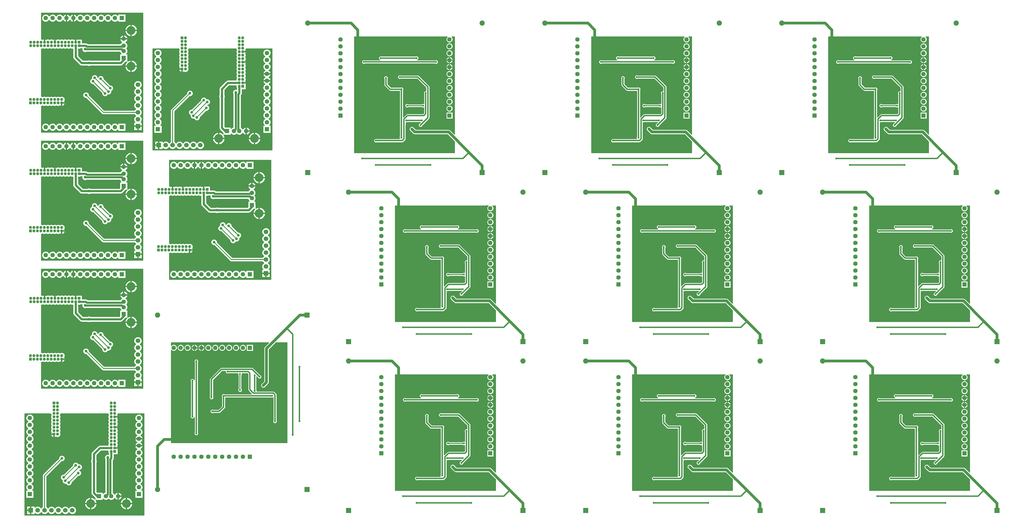
<source format=gbr>
G75*
G71*
%MOMM*%
%OFA0B0*%
%FSLAX53Y53*%
%IPPOS*%
%LPD*%
%ADD13C,1.10000*%
%ADD15C,0.30000*%
%ADD19R,1.62000X1.62000*%
%ADD22R,1.00000X1.00000*%
%ADD29C,0.50000*%
%ADD32C,0.75000*%
%ADD34C,1.70000*%
%ADD50C,1.62000*%
%ADD51C,1.00000*%
%ADD55C,1.60000*%
%ADD59R,1.60000X1.60000*%
%ADD60R,1.70000X1.70000*%
%ADD61C,1.90000*%
%ADD63R,1.90000X1.90000*%
%ADD66C,1.01600*%
%ADD68C,0.25000*%
%ADD73C,0.70000*%
%ADD76C,3.20000*%
X0000000Y0000000D02*
G75*
G01*
%LPD*%
X0014245Y0021905D02*
D15*
X0007895Y0015555D01*
X0007895Y0002855D01*
X0019325Y0019365D02*
X0014880Y0014920D01*
X0020595Y0018730D02*
X0015515Y0013650D01*
X0020278Y0016508D02*
X0016785Y0013015D01*
X0027890Y0008032D02*
D32*
X0027890Y0007935D01*
X0027262Y0007935D01*
X0025992Y0009205D01*
X0025992Y0020814D01*
X0025992Y0023492D01*
X0028215Y0025715D01*
X0032380Y0025715D01*
X0031072Y0022222D02*
X0031072Y0008714D01*
X0030390Y0008032D01*
X0032380Y0024445D02*
X0032380Y0021968D01*
X0032043Y0021631D01*
X0032043Y0008378D01*
X0032390Y0008032D01*
D66*
X0014245Y0021905D03*
X0019325Y0019365D03*
X0014880Y0014920D03*
X0020595Y0018730D03*
X0015515Y0013650D03*
X0020278Y0016508D03*
X0016785Y0013015D03*
X0025992Y0020814D03*
X0031072Y0022222D03*
X0011705Y0016190D03*
X0011705Y0013015D03*
X0028532Y0012380D03*
X0018690Y0030160D03*
X0028532Y0019011D03*
X0016150Y0023810D03*
X0016150Y0030160D03*
X0018690Y0023810D03*
X0033930Y0019011D03*
X0033930Y0017460D03*
X0033930Y0012380D03*
X0028532Y0017460D03*
X0023770Y0020000D03*
X0023770Y0017460D03*
X0012022Y0026032D03*
X0018055Y0010475D03*
X0018055Y0007935D03*
X0000650Y0038043D02*
D68*
X0001942Y0038043D01*
X0003058Y0038043D02*
X0010207Y0038043D01*
X0013761Y0038043D02*
X0031231Y0038043D01*
X0034800Y0038043D02*
X0041942Y0038043D01*
X0043058Y0038043D02*
X0044350Y0038043D01*
X0000650Y0037797D02*
X0001536Y0037797D01*
X0003464Y0037797D02*
X0010321Y0037797D01*
X0013648Y0037797D02*
X0031344Y0037797D01*
X0034687Y0037797D02*
X0041536Y0037797D01*
X0043464Y0037797D02*
X0044350Y0037797D01*
X0000650Y0037550D02*
X0001305Y0037550D01*
X0003695Y0037550D02*
X0010204Y0037550D01*
X0013765Y0037550D02*
X0031243Y0037550D01*
X0034789Y0037550D02*
X0041305Y0037550D01*
X0043695Y0037550D02*
X0044350Y0037550D01*
X0000650Y0037303D02*
X0001161Y0037303D01*
X0003839Y0037303D02*
X0010149Y0037303D01*
X0013820Y0037303D02*
X0031180Y0037303D01*
X0034847Y0037303D02*
X0041161Y0037303D01*
X0043839Y0037303D02*
X0044350Y0037303D01*
X0000650Y0037057D02*
X0001075Y0037057D01*
X0003925Y0037057D02*
X0010145Y0037057D01*
X0013824Y0037057D02*
X0031172Y0037057D01*
X0034855Y0037057D02*
X0041075Y0037057D01*
X0043925Y0037057D02*
X0044350Y0037057D01*
X0000650Y0036810D02*
X0001036Y0036810D01*
X0003964Y0036810D02*
X0010196Y0036810D01*
X0013777Y0036810D02*
X0031219Y0036810D01*
X0034812Y0036810D02*
X0041036Y0036810D01*
X0043964Y0036810D02*
X0044350Y0036810D01*
X0000650Y0036563D02*
X0001036Y0036563D01*
X0003964Y0036563D02*
X0010305Y0036563D01*
X0013664Y0036563D02*
X0031325Y0036563D01*
X0034707Y0036563D02*
X0041036Y0036563D01*
X0043964Y0036563D02*
X0044350Y0036563D01*
X0000650Y0036317D02*
X0001082Y0036317D01*
X0003918Y0036317D02*
X0010219Y0036317D01*
X0013754Y0036317D02*
X0031254Y0036317D01*
X0034773Y0036317D02*
X0041082Y0036317D01*
X0043918Y0036317D02*
X0044350Y0036317D01*
X0000650Y0036070D02*
X0001176Y0036070D01*
X0003824Y0036070D02*
X0010153Y0036070D01*
X0013816Y0036070D02*
X0031188Y0036070D01*
X0034843Y0036070D02*
X0041176Y0036070D01*
X0043824Y0036070D02*
X0044350Y0036070D01*
X0000650Y0035823D02*
X0001329Y0035823D01*
X0003671Y0035823D02*
X0010141Y0035823D01*
X0013828Y0035823D02*
X0031172Y0035823D01*
X0034859Y0035823D02*
X0041328Y0035823D01*
X0043672Y0035823D02*
X0044350Y0035823D01*
X0000650Y0035577D02*
X0001567Y0035577D01*
X0003433Y0035577D02*
X0010184Y0035577D01*
X0013785Y0035577D02*
X0031207Y0035577D01*
X0034820Y0035577D02*
X0041567Y0035577D01*
X0043433Y0035577D02*
X0044350Y0035577D01*
X0000650Y0035330D02*
X0001629Y0035330D01*
X0003371Y0035330D02*
X0010286Y0035330D01*
X0013687Y0035330D02*
X0031305Y0035330D01*
X0034726Y0035330D02*
X0041629Y0035330D01*
X0043371Y0035330D02*
X0044350Y0035330D01*
X0000650Y0035083D02*
X0001364Y0035083D01*
X0003636Y0035083D02*
X0010231Y0035083D01*
X0013738Y0035083D02*
X0031270Y0035083D01*
X0034757Y0035083D02*
X0041364Y0035083D01*
X0043636Y0035083D02*
X0044350Y0035083D01*
X0000650Y0034837D02*
X0001200Y0034837D01*
X0003800Y0034837D02*
X0010161Y0034837D01*
X0013812Y0034837D02*
X0031192Y0034837D01*
X0034836Y0034837D02*
X0041200Y0034837D01*
X0043800Y0034837D02*
X0044350Y0034837D01*
X0000650Y0034590D02*
X0001094Y0034590D01*
X0003906Y0034590D02*
X0010141Y0034590D01*
X0013828Y0034590D02*
X0031172Y0034590D01*
X0034859Y0034590D02*
X0041094Y0034590D01*
X0043906Y0034590D02*
X0044350Y0034590D01*
X0000650Y0034343D02*
X0001043Y0034343D01*
X0003957Y0034343D02*
X0010176Y0034343D01*
X0013796Y0034343D02*
X0031200Y0034343D01*
X0034832Y0034343D02*
X0041043Y0034343D01*
X0043957Y0034343D02*
X0044350Y0034343D01*
X0000650Y0034097D02*
X0001032Y0034097D01*
X0003968Y0034097D02*
X0010266Y0034097D01*
X0013707Y0034097D02*
X0031286Y0034097D01*
X0034746Y0034097D02*
X0041032Y0034097D01*
X0043968Y0034097D02*
X0044350Y0034097D01*
X0000650Y0033850D02*
X0001063Y0033850D01*
X0003937Y0033850D02*
X0010250Y0033850D01*
X0013722Y0033850D02*
X0031289Y0033850D01*
X0034742Y0033850D02*
X0041063Y0033850D01*
X0043937Y0033850D02*
X0044350Y0033850D01*
X0000650Y0033603D02*
X0001141Y0033603D01*
X0003859Y0033603D02*
X0010168Y0033603D01*
X0013804Y0033603D02*
X0031200Y0033603D01*
X0034828Y0033603D02*
X0041141Y0033603D01*
X0043859Y0033603D02*
X0044350Y0033603D01*
X0000650Y0033357D02*
X0001274Y0033357D01*
X0003726Y0033357D02*
X0010141Y0033357D01*
X0013828Y0033357D02*
X0031172Y0033357D01*
X0034859Y0033357D02*
X0041274Y0033357D01*
X0043726Y0033357D02*
X0044350Y0033357D01*
X0000650Y0033110D02*
X0001481Y0033110D01*
X0003519Y0033110D02*
X0010164Y0033110D01*
X0013804Y0033110D02*
X0031192Y0033110D01*
X0034839Y0033110D02*
X0041481Y0033110D01*
X0043519Y0033110D02*
X0044350Y0033110D01*
X0000650Y0032863D02*
X0001739Y0032863D01*
X0003261Y0032863D02*
X0010247Y0032863D01*
X0013722Y0032863D02*
X0031270Y0032863D01*
X0034761Y0032863D02*
X0041739Y0032863D01*
X0043261Y0032863D02*
X0044350Y0032863D01*
X0000650Y0032617D02*
X0001430Y0032617D01*
X0003570Y0032617D02*
X0010266Y0032617D01*
X0013703Y0032617D02*
X0031305Y0032617D01*
X0034722Y0032617D02*
X0041430Y0032617D01*
X0043570Y0032617D02*
X0044350Y0032617D01*
X0000650Y0032370D02*
X0001239Y0032370D01*
X0003761Y0032370D02*
X0010176Y0032370D01*
X0013796Y0032370D02*
X0031211Y0032370D01*
X0034820Y0032370D02*
X0041239Y0032370D01*
X0043761Y0032370D02*
X0044350Y0032370D01*
X0000650Y0032123D02*
X0001121Y0032123D01*
X0003879Y0032123D02*
X0010141Y0032123D01*
X0013828Y0032123D02*
X0031172Y0032123D01*
X0034859Y0032123D02*
X0041121Y0032123D01*
X0043879Y0032123D02*
X0044350Y0032123D01*
X0000650Y0031877D02*
X0001055Y0031877D01*
X0003945Y0031877D02*
X0010161Y0031877D01*
X0013812Y0031877D02*
X0031184Y0031877D01*
X0034843Y0031877D02*
X0041055Y0031877D01*
X0043945Y0031877D02*
X0044350Y0031877D01*
X0000650Y0031630D02*
X0001032Y0031630D01*
X0003968Y0031630D02*
X0010231Y0031630D01*
X0013738Y0031630D02*
X0031254Y0031630D01*
X0034777Y0031630D02*
X0041032Y0031630D01*
X0043968Y0031630D02*
X0044350Y0031630D01*
X0000650Y0031383D02*
X0001051Y0031383D01*
X0003949Y0031383D02*
X0010286Y0031383D01*
X0013683Y0031383D02*
X0031328Y0031383D01*
X0034703Y0031383D02*
X0041051Y0031383D01*
X0043949Y0031383D02*
X0044350Y0031383D01*
X0000650Y0031137D02*
X0001114Y0031137D01*
X0003886Y0031137D02*
X0010184Y0031137D01*
X0013785Y0031137D02*
X0031219Y0031137D01*
X0034808Y0031137D02*
X0041114Y0031137D01*
X0043886Y0031137D02*
X0044350Y0031137D01*
X0000650Y0030890D02*
X0001227Y0030890D01*
X0003773Y0030890D02*
X0010141Y0030890D01*
X0013828Y0030890D02*
X0031172Y0030890D01*
X0034855Y0030890D02*
X0041227Y0030890D01*
X0043773Y0030890D02*
X0044350Y0030890D01*
X0000650Y0030643D02*
X0001411Y0030643D01*
X0003589Y0030643D02*
X0010153Y0030643D01*
X0013816Y0030643D02*
X0031180Y0030643D01*
X0034851Y0030643D02*
X0041411Y0030643D01*
X0043589Y0030643D02*
X0044350Y0030643D01*
X0000650Y0030397D02*
X0001707Y0030397D01*
X0003293Y0030397D02*
X0010215Y0030397D01*
X0013754Y0030397D02*
X0031239Y0030397D01*
X0034789Y0030397D02*
X0041707Y0030397D01*
X0043293Y0030397D02*
X0044350Y0030397D01*
X0000650Y0030150D02*
X0001504Y0030150D01*
X0003496Y0030150D02*
X0010344Y0030150D01*
X0013625Y0030150D02*
X0031348Y0030150D01*
X0034683Y0030150D02*
X0041504Y0030150D01*
X0043496Y0030150D02*
X0044350Y0030150D01*
X0000650Y0029903D02*
X0001289Y0029903D01*
X0003711Y0029903D02*
X0010571Y0029903D01*
X0013402Y0029903D02*
X0031231Y0029903D01*
X0034797Y0029903D02*
X0041289Y0029903D01*
X0043711Y0029903D02*
X0044350Y0029903D01*
X0000650Y0029657D02*
X0001149Y0029657D01*
X0003851Y0029657D02*
X0011079Y0029657D01*
X0011621Y0029657D02*
X0012348Y0029657D01*
X0012890Y0029657D02*
X0031176Y0029657D01*
X0034851Y0029657D02*
X0041149Y0029657D01*
X0043851Y0029657D02*
X0044350Y0029657D01*
X0000650Y0029410D02*
X0001067Y0029410D01*
X0003933Y0029410D02*
X0031176Y0029410D01*
X0034855Y0029410D02*
X0041067Y0029410D01*
X0043933Y0029410D02*
X0044350Y0029410D01*
X0000650Y0029163D02*
X0001032Y0029163D01*
X0003968Y0029163D02*
X0031227Y0029163D01*
X0034804Y0029163D02*
X0041032Y0029163D01*
X0043968Y0029163D02*
X0044350Y0029163D01*
X0000650Y0028917D02*
X0001039Y0028917D01*
X0003961Y0028917D02*
X0031340Y0028917D01*
X0034691Y0028917D02*
X0041039Y0028917D01*
X0043961Y0028917D02*
X0044350Y0028917D01*
X0000650Y0028670D02*
X0001090Y0028670D01*
X0003910Y0028670D02*
X0031246Y0028670D01*
X0034785Y0028670D02*
X0041090Y0028670D01*
X0043910Y0028670D02*
X0044350Y0028670D01*
X0000650Y0028423D02*
X0001188Y0028423D01*
X0003812Y0028423D02*
X0031184Y0028423D01*
X0034847Y0028423D02*
X0041188Y0028423D01*
X0043812Y0028423D02*
X0044350Y0028423D01*
X0000650Y0028177D02*
X0001348Y0028177D01*
X0003652Y0028177D02*
X0031172Y0028177D01*
X0034859Y0028177D02*
X0041348Y0028177D01*
X0043652Y0028177D02*
X0044350Y0028177D01*
X0000650Y0027930D02*
X0001602Y0027930D01*
X0003398Y0027930D02*
X0031215Y0027930D01*
X0034816Y0027930D02*
X0041602Y0027930D01*
X0043398Y0027930D02*
X0044350Y0027930D01*
X0000650Y0027683D02*
X0001590Y0027683D01*
X0003410Y0027683D02*
X0031317Y0027683D01*
X0034711Y0027683D02*
X0041590Y0027683D01*
X0043410Y0027683D02*
X0044350Y0027683D01*
X0000650Y0027437D02*
X0001344Y0027437D01*
X0003656Y0027437D02*
X0031258Y0027437D01*
X0034769Y0027437D02*
X0041344Y0027437D01*
X0043656Y0027437D02*
X0044350Y0027437D01*
X0000650Y0027190D02*
X0001184Y0027190D01*
X0003816Y0027190D02*
X0031188Y0027190D01*
X0034843Y0027190D02*
X0041184Y0027190D01*
X0043816Y0027190D02*
X0044350Y0027190D01*
X0000650Y0026943D02*
X0001086Y0026943D01*
X0003914Y0026943D02*
X0031172Y0026943D01*
X0034859Y0026943D02*
X0041086Y0026943D01*
X0043914Y0026943D02*
X0044350Y0026943D01*
X0000650Y0026697D02*
X0001039Y0026697D01*
X0003961Y0026697D02*
X0027953Y0026697D01*
X0034824Y0026697D02*
X0041039Y0026697D01*
X0043961Y0026697D02*
X0044350Y0026697D01*
X0000650Y0026450D02*
X0001032Y0026450D01*
X0003968Y0026450D02*
X0027496Y0026450D01*
X0034730Y0026450D02*
X0041032Y0026450D01*
X0043968Y0026450D02*
X0044350Y0026450D01*
X0000650Y0026203D02*
X0001071Y0026203D01*
X0003929Y0026203D02*
X0027250Y0026203D01*
X0034754Y0026203D02*
X0041071Y0026203D01*
X0043929Y0026203D02*
X0044350Y0026203D01*
X0000650Y0025957D02*
X0001153Y0025957D01*
X0003847Y0025957D02*
X0027004Y0025957D01*
X0034836Y0025957D02*
X0041153Y0025957D01*
X0043847Y0025957D02*
X0044350Y0025957D01*
X0000650Y0025710D02*
X0001293Y0025710D01*
X0003707Y0025710D02*
X0026758Y0025710D01*
X0034859Y0025710D02*
X0041293Y0025710D01*
X0043707Y0025710D02*
X0044350Y0025710D01*
X0000650Y0025463D02*
X0001512Y0025463D01*
X0003488Y0025463D02*
X0026512Y0025463D01*
X0034832Y0025463D02*
X0041512Y0025463D01*
X0043488Y0025463D02*
X0044350Y0025463D01*
X0000650Y0025217D02*
X0001696Y0025217D01*
X0003304Y0025217D02*
X0026262Y0025217D01*
X0034808Y0025217D02*
X0041696Y0025217D01*
X0043304Y0025217D02*
X0044350Y0025217D01*
X0000650Y0024970D02*
X0001403Y0024970D01*
X0003597Y0024970D02*
X0026016Y0024970D01*
X0034808Y0024970D02*
X0041403Y0024970D01*
X0043597Y0024970D02*
X0044350Y0024970D01*
X0000650Y0024723D02*
X0001223Y0024723D01*
X0003777Y0024723D02*
X0025770Y0024723D01*
X0034808Y0024723D02*
X0041223Y0024723D01*
X0043777Y0024723D02*
X0044350Y0024723D01*
X0000650Y0024477D02*
X0001110Y0024477D01*
X0003890Y0024477D02*
X0025524Y0024477D01*
X0028429Y0024477D02*
X0031172Y0024477D01*
X0034808Y0024477D02*
X0041110Y0024477D01*
X0043890Y0024477D02*
X0044350Y0024477D01*
X0000650Y0024230D02*
X0001047Y0024230D01*
X0003953Y0024230D02*
X0025278Y0024230D01*
X0028183Y0024230D02*
X0031192Y0024230D01*
X0034808Y0024230D02*
X0041047Y0024230D01*
X0043953Y0024230D02*
X0044350Y0024230D01*
X0000650Y0023983D02*
X0001032Y0023983D01*
X0003968Y0023983D02*
X0025086Y0023983D01*
X0027937Y0023983D02*
X0031266Y0023983D01*
X0034808Y0023983D02*
X0041032Y0023983D01*
X0043968Y0023983D02*
X0044350Y0023983D01*
X0000650Y0023737D02*
X0001055Y0023737D01*
X0003945Y0023737D02*
X0024989Y0023737D01*
X0027691Y0023737D02*
X0031344Y0023737D01*
X0034808Y0023737D02*
X0041055Y0023737D01*
X0043945Y0023737D02*
X0044350Y0023737D01*
X0000650Y0023490D02*
X0001121Y0023490D01*
X0003879Y0023490D02*
X0024957Y0023490D01*
X0027441Y0023490D02*
X0031344Y0023490D01*
X0034808Y0023490D02*
X0041121Y0023490D01*
X0043879Y0023490D02*
X0044350Y0023490D01*
X0000650Y0023243D02*
X0001243Y0023243D01*
X0003757Y0023243D02*
X0024957Y0023243D01*
X0027195Y0023243D02*
X0030536Y0023243D01*
X0033414Y0023243D02*
X0041243Y0023243D01*
X0043757Y0023243D02*
X0044350Y0023243D01*
X0000650Y0022997D02*
X0001434Y0022997D01*
X0003566Y0022997D02*
X0013883Y0022997D01*
X0014609Y0022997D02*
X0024957Y0022997D01*
X0027027Y0022997D02*
X0030207Y0022997D01*
X0033414Y0022997D02*
X0041434Y0022997D01*
X0043566Y0022997D02*
X0044350Y0022997D01*
X0000650Y0022750D02*
X0001750Y0022750D01*
X0003250Y0022750D02*
X0013450Y0022750D01*
X0015039Y0022750D02*
X0024957Y0022750D01*
X0027027Y0022750D02*
X0030036Y0022750D01*
X0033414Y0022750D02*
X0041750Y0022750D01*
X0043250Y0022750D02*
X0044350Y0022750D01*
X0000650Y0022503D02*
X0001477Y0022503D01*
X0003523Y0022503D02*
X0013246Y0022503D01*
X0015242Y0022503D02*
X0024957Y0022503D01*
X0027027Y0022503D02*
X0029942Y0022503D01*
X0033414Y0022503D02*
X0041477Y0022503D01*
X0043523Y0022503D02*
X0044350Y0022503D01*
X0000650Y0022257D02*
X0001270Y0022257D01*
X0003730Y0022257D02*
X0013133Y0022257D01*
X0015359Y0022257D02*
X0024957Y0022257D01*
X0027027Y0022257D02*
X0029907Y0022257D01*
X0033414Y0022257D02*
X0041270Y0022257D01*
X0043730Y0022257D02*
X0044350Y0022257D01*
X0000650Y0022010D02*
X0001141Y0022010D01*
X0003859Y0022010D02*
X0013082Y0022010D01*
X0015410Y0022010D02*
X0024957Y0022010D01*
X0027027Y0022010D02*
X0029926Y0022010D01*
X0033414Y0022010D02*
X0041141Y0022010D01*
X0043859Y0022010D02*
X0044350Y0022010D01*
X0000650Y0021763D02*
X0001063Y0021763D01*
X0003937Y0021763D02*
X0012969Y0021763D01*
X0015402Y0021763D02*
X0024957Y0021763D01*
X0027027Y0021763D02*
X0030000Y0021763D01*
X0033394Y0021763D02*
X0041063Y0021763D01*
X0043937Y0021763D02*
X0044350Y0021763D01*
X0000650Y0021517D02*
X0001032Y0021517D01*
X0003968Y0021517D02*
X0012723Y0021517D01*
X0015343Y0021517D02*
X0024957Y0021517D01*
X0027027Y0021517D02*
X0030039Y0021517D01*
X0033308Y0021517D02*
X0041032Y0021517D01*
X0043968Y0021517D02*
X0044350Y0021517D01*
X0000650Y0021270D02*
X0001043Y0021270D01*
X0003957Y0021270D02*
X0012477Y0021270D01*
X0015218Y0021270D02*
X0024918Y0021270D01*
X0027066Y0021270D02*
X0030039Y0021270D01*
X0033136Y0021270D02*
X0041043Y0021270D01*
X0043957Y0021270D02*
X0044350Y0021270D01*
X0000650Y0021023D02*
X0001098Y0021023D01*
X0003902Y0021023D02*
X0012227Y0021023D01*
X0014996Y0021023D02*
X0024844Y0021023D01*
X0027140Y0021023D02*
X0030039Y0021023D01*
X0033078Y0021023D02*
X0041098Y0021023D01*
X0043902Y0021023D02*
X0044350Y0021023D01*
X0000650Y0020777D02*
X0001204Y0020777D01*
X0003796Y0020777D02*
X0011981Y0020777D01*
X0014449Y0020777D02*
X0024825Y0020777D01*
X0027160Y0020777D02*
X0030039Y0020777D01*
X0033078Y0020777D02*
X0041203Y0020777D01*
X0043797Y0020777D02*
X0044350Y0020777D01*
X0000650Y0020530D02*
X0001368Y0020530D01*
X0003632Y0020530D02*
X0011735Y0020530D01*
X0014004Y0020530D02*
X0024860Y0020530D01*
X0027125Y0020530D02*
X0030039Y0020530D01*
X0033078Y0020530D02*
X0041368Y0020530D01*
X0043632Y0020530D02*
X0044350Y0020530D01*
X0000650Y0020283D02*
X0001637Y0020283D01*
X0003363Y0020283D02*
X0011489Y0020283D01*
X0013757Y0020283D02*
X0018621Y0020283D01*
X0020031Y0020283D02*
X0024953Y0020283D01*
X0027031Y0020283D02*
X0030039Y0020283D01*
X0033078Y0020283D02*
X0041637Y0020283D01*
X0043363Y0020283D02*
X0044350Y0020283D01*
X0000650Y0020037D02*
X0001559Y0020037D01*
X0003441Y0020037D02*
X0011243Y0020037D01*
X0013511Y0020037D02*
X0018375Y0020037D01*
X0020273Y0020037D02*
X0024957Y0020037D01*
X0027027Y0020037D02*
X0030039Y0020037D01*
X0033078Y0020037D02*
X0041559Y0020037D01*
X0043441Y0020037D02*
X0044350Y0020037D01*
X0000650Y0019790D02*
X0001321Y0019790D01*
X0003679Y0019790D02*
X0010997Y0019790D01*
X0013265Y0019790D02*
X0018239Y0019790D01*
X0021046Y0019790D02*
X0024957Y0019790D01*
X0027027Y0019790D02*
X0030039Y0019790D01*
X0033078Y0019790D02*
X0041321Y0019790D01*
X0043679Y0019790D02*
X0044350Y0019790D01*
X0000650Y0019543D02*
X0001172Y0019543D01*
X0003828Y0019543D02*
X0010750Y0019543D01*
X0013019Y0019543D02*
X0018172Y0019543D01*
X0021421Y0019543D02*
X0024957Y0019543D01*
X0027027Y0019543D02*
X0030039Y0019543D01*
X0033078Y0019543D02*
X0041172Y0019543D01*
X0043828Y0019543D02*
X0044350Y0019543D01*
X0000650Y0019297D02*
X0001079Y0019297D01*
X0003921Y0019297D02*
X0010500Y0019297D01*
X0012773Y0019297D02*
X0018121Y0019297D01*
X0021613Y0019297D02*
X0024957Y0019297D01*
X0027027Y0019297D02*
X0030039Y0019297D01*
X0033078Y0019297D02*
X0041078Y0019297D01*
X0043922Y0019297D02*
X0044350Y0019297D01*
X0000650Y0019050D02*
X0001036Y0019050D01*
X0003964Y0019050D02*
X0010254Y0019050D01*
X0012523Y0019050D02*
X0017875Y0019050D01*
X0021718Y0019050D02*
X0024957Y0019050D01*
X0027027Y0019050D02*
X0030039Y0019050D01*
X0033078Y0019050D02*
X0041036Y0019050D01*
X0043964Y0019050D02*
X0044350Y0019050D01*
X0000650Y0018803D02*
X0001036Y0018803D01*
X0003964Y0018803D02*
X0010008Y0018803D01*
X0012277Y0018803D02*
X0017629Y0018803D01*
X0021761Y0018803D02*
X0024957Y0018803D01*
X0027027Y0018803D02*
X0030039Y0018803D01*
X0033078Y0018803D02*
X0041036Y0018803D01*
X0043964Y0018803D02*
X0044350Y0018803D01*
X0000650Y0018557D02*
X0001079Y0018557D01*
X0003921Y0018557D02*
X0009762Y0018557D01*
X0012031Y0018557D02*
X0017383Y0018557D01*
X0021750Y0018557D02*
X0024957Y0018557D01*
X0027027Y0018557D02*
X0030039Y0018557D01*
X0033078Y0018557D02*
X0041078Y0018557D01*
X0043922Y0018557D02*
X0044350Y0018557D01*
X0000650Y0018310D02*
X0001164Y0018310D01*
X0003836Y0018310D02*
X0009516Y0018310D01*
X0011785Y0018310D02*
X0017137Y0018310D01*
X0021683Y0018310D02*
X0024957Y0018310D01*
X0027027Y0018310D02*
X0030039Y0018310D01*
X0033078Y0018310D02*
X0041164Y0018310D01*
X0043836Y0018310D02*
X0044350Y0018310D01*
X0000650Y0018063D02*
X0001313Y0018063D01*
X0003687Y0018063D02*
X0009270Y0018063D01*
X0011539Y0018063D02*
X0016887Y0018063D01*
X0021546Y0018063D02*
X0024957Y0018063D01*
X0027027Y0018063D02*
X0030039Y0018063D01*
X0033078Y0018063D02*
X0041313Y0018063D01*
X0043687Y0018063D02*
X0044350Y0018063D01*
X0000650Y0017817D02*
X0001543Y0017817D01*
X0003457Y0017817D02*
X0009024Y0017817D01*
X0011293Y0017817D02*
X0016641Y0017817D01*
X0021308Y0017817D02*
X0024957Y0017817D01*
X0027027Y0017817D02*
X0030039Y0017817D01*
X0033078Y0017817D02*
X0041543Y0017817D01*
X0043457Y0017817D02*
X0044350Y0017817D01*
X0000650Y0017570D02*
X0001657Y0017570D01*
X0003343Y0017570D02*
X0008774Y0017570D01*
X0011046Y0017570D02*
X0016395Y0017570D01*
X0020722Y0017570D02*
X0024957Y0017570D01*
X0027027Y0017570D02*
X0030039Y0017570D01*
X0033078Y0017570D02*
X0041657Y0017570D01*
X0043343Y0017570D02*
X0044350Y0017570D01*
X0000650Y0017323D02*
X0001379Y0017323D01*
X0003621Y0017323D02*
X0008528Y0017323D01*
X0010796Y0017323D02*
X0016149Y0017323D01*
X0021101Y0017323D02*
X0024957Y0017323D01*
X0027027Y0017323D02*
X0030039Y0017323D01*
X0033078Y0017323D02*
X0041379Y0017323D01*
X0043621Y0017323D02*
X0044350Y0017323D01*
X0000650Y0017077D02*
X0001211Y0017077D01*
X0003789Y0017077D02*
X0008282Y0017077D01*
X0010550Y0017077D02*
X0015903Y0017077D01*
X0021293Y0017077D02*
X0024957Y0017077D01*
X0027027Y0017077D02*
X0030039Y0017077D01*
X0033078Y0017077D02*
X0041211Y0017077D01*
X0043789Y0017077D02*
X0044350Y0017077D01*
X0000650Y0016830D02*
X0001102Y0016830D01*
X0003898Y0016830D02*
X0008036Y0016830D01*
X0010304Y0016830D02*
X0015657Y0016830D01*
X0021398Y0016830D02*
X0024957Y0016830D01*
X0027027Y0016830D02*
X0030039Y0016830D01*
X0033078Y0016830D02*
X0041102Y0016830D01*
X0043898Y0016830D02*
X0044350Y0016830D01*
X0000650Y0016583D02*
X0001043Y0016583D01*
X0003957Y0016583D02*
X0007789Y0016583D01*
X0010058Y0016583D02*
X0015411Y0016583D01*
X0021441Y0016583D02*
X0024957Y0016583D01*
X0027027Y0016583D02*
X0030039Y0016583D01*
X0033078Y0016583D02*
X0041043Y0016583D01*
X0043957Y0016583D02*
X0044350Y0016583D01*
X0000650Y0016337D02*
X0001032Y0016337D01*
X0003968Y0016337D02*
X0007543Y0016337D01*
X0009812Y0016337D02*
X0015161Y0016337D01*
X0021433Y0016337D02*
X0024957Y0016337D01*
X0027027Y0016337D02*
X0030039Y0016337D01*
X0033078Y0016337D02*
X0041032Y0016337D01*
X0043968Y0016337D02*
X0044350Y0016337D01*
X0000650Y0016090D02*
X0001059Y0016090D01*
X0003941Y0016090D02*
X0007297Y0016090D01*
X0009566Y0016090D02*
X0014914Y0016090D01*
X0021367Y0016090D02*
X0024957Y0016090D01*
X0027027Y0016090D02*
X0030039Y0016090D01*
X0033078Y0016090D02*
X0041059Y0016090D01*
X0043941Y0016090D02*
X0044350Y0016090D01*
X0000650Y0015843D02*
X0001133Y0015843D01*
X0003867Y0015843D02*
X0007141Y0015843D01*
X0009320Y0015843D02*
X0014180Y0015843D01*
X0021234Y0015843D02*
X0024957Y0015843D01*
X0027027Y0015843D02*
X0030039Y0015843D01*
X0033078Y0015843D02*
X0041133Y0015843D01*
X0043867Y0015843D02*
X0044350Y0015843D01*
X0000650Y0015597D02*
X0001262Y0015597D01*
X0003738Y0015597D02*
X0007086Y0015597D01*
X0009070Y0015597D02*
X0013934Y0015597D01*
X0020992Y0015597D02*
X0024957Y0015597D01*
X0027027Y0015597D02*
X0030039Y0015597D01*
X0033078Y0015597D02*
X0041262Y0015597D01*
X0043738Y0015597D02*
X0044350Y0015597D01*
X0000650Y0015350D02*
X0001461Y0015350D01*
X0003539Y0015350D02*
X0007086Y0015350D01*
X0008824Y0015350D02*
X0013797Y0015350D01*
X0020254Y0015350D02*
X0024957Y0015350D01*
X0027027Y0015350D02*
X0030039Y0015350D01*
X0033078Y0015350D02*
X0041461Y0015350D01*
X0043539Y0015350D02*
X0044350Y0015350D01*
X0000650Y0015103D02*
X0001774Y0015103D01*
X0003226Y0015103D02*
X0007086Y0015103D01*
X0008703Y0015103D02*
X0013727Y0015103D01*
X0020007Y0015103D02*
X0024957Y0015103D01*
X0027027Y0015103D02*
X0030039Y0015103D01*
X0033078Y0015103D02*
X0041774Y0015103D01*
X0043226Y0015103D02*
X0044350Y0015103D01*
X0000650Y0014857D02*
X0001450Y0014857D01*
X0003550Y0014857D02*
X0007086Y0014857D01*
X0008703Y0014857D02*
X0013715Y0014857D01*
X0019761Y0014857D02*
X0024957Y0014857D01*
X0027027Y0014857D02*
X0030039Y0014857D01*
X0033078Y0014857D02*
X0041450Y0014857D01*
X0043550Y0014857D02*
X0044350Y0014857D01*
X0000650Y0014610D02*
X0001254Y0014610D01*
X0003746Y0014610D02*
X0007086Y0014610D01*
X0008703Y0014610D02*
X0013754Y0014610D01*
X0019515Y0014610D02*
X0024957Y0014610D01*
X0027027Y0014610D02*
X0030039Y0014610D01*
X0033078Y0014610D02*
X0041254Y0014610D01*
X0043746Y0014610D02*
X0044350Y0014610D01*
X0000650Y0014363D02*
X0001129Y0014363D01*
X0003871Y0014363D02*
X0007086Y0014363D01*
X0008703Y0014363D02*
X0013856Y0014363D01*
X0019269Y0014363D02*
X0024957Y0014363D01*
X0027027Y0014363D02*
X0030039Y0014363D01*
X0033078Y0014363D02*
X0041129Y0014363D01*
X0043871Y0014363D02*
X0044350Y0014363D01*
X0000650Y0014117D02*
X0001059Y0014117D01*
X0003941Y0014117D02*
X0007086Y0014117D01*
X0008703Y0014117D02*
X0014043Y0014117D01*
X0019023Y0014117D02*
X0024957Y0014117D01*
X0027027Y0014117D02*
X0030039Y0014117D01*
X0033078Y0014117D02*
X0041059Y0014117D01*
X0043941Y0014117D02*
X0044350Y0014117D01*
X0000650Y0013870D02*
X0001032Y0013870D01*
X0003968Y0013870D02*
X0007086Y0013870D01*
X0008703Y0013870D02*
X0014368Y0013870D01*
X0018773Y0013870D02*
X0024957Y0013870D01*
X0027027Y0013870D02*
X0030039Y0013870D01*
X0033078Y0013870D02*
X0041032Y0013870D01*
X0043968Y0013870D02*
X0044350Y0013870D01*
X0000650Y0013623D02*
X0001047Y0013623D01*
X0003953Y0013623D02*
X0007086Y0013623D01*
X0008703Y0013623D02*
X0014348Y0013623D01*
X0018527Y0013623D02*
X0024957Y0013623D01*
X0027027Y0013623D02*
X0030039Y0013623D01*
X0033078Y0013623D02*
X0041047Y0013623D01*
X0043953Y0013623D02*
X0044350Y0013623D01*
X0000650Y0013377D02*
X0001106Y0013377D01*
X0003894Y0013377D02*
X0007086Y0013377D01*
X0008703Y0013377D02*
X0014379Y0013377D01*
X0018281Y0013377D02*
X0024957Y0013377D01*
X0027027Y0013377D02*
X0030039Y0013377D01*
X0033078Y0013377D02*
X0041106Y0013377D01*
X0043894Y0013377D02*
X0044350Y0013377D01*
X0000650Y0013130D02*
X0001215Y0013130D01*
X0003785Y0013130D02*
X0007086Y0013130D01*
X0008703Y0013130D02*
X0014473Y0013130D01*
X0018035Y0013130D02*
X0024957Y0013130D01*
X0027027Y0013130D02*
X0030039Y0013130D01*
X0033078Y0013130D02*
X0041215Y0013130D01*
X0043785Y0013130D02*
X0044350Y0013130D01*
X0000650Y0012883D02*
X0001391Y0012883D01*
X0003609Y0012883D02*
X0007086Y0012883D01*
X0008703Y0012883D02*
X0014641Y0012883D01*
X0017945Y0012883D02*
X0024957Y0012883D01*
X0027027Y0012883D02*
X0030039Y0012883D01*
X0033078Y0012883D02*
X0041391Y0012883D01*
X0043609Y0012883D02*
X0044350Y0012883D01*
X0000650Y0012637D02*
X0001676Y0012637D01*
X0003324Y0012637D02*
X0007086Y0012637D01*
X0008703Y0012637D02*
X0014961Y0012637D01*
X0017886Y0012637D02*
X0024957Y0012637D01*
X0027027Y0012637D02*
X0030039Y0012637D01*
X0033078Y0012637D02*
X0041676Y0012637D01*
X0043324Y0012637D02*
X0044350Y0012637D01*
X0000650Y0012390D02*
X0001528Y0012390D01*
X0003472Y0012390D02*
X0007086Y0012390D01*
X0008703Y0012390D02*
X0015805Y0012390D01*
X0017765Y0012390D02*
X0024957Y0012390D01*
X0027027Y0012390D02*
X0030039Y0012390D01*
X0033078Y0012390D02*
X0041528Y0012390D01*
X0043472Y0012390D02*
X0044350Y0012390D01*
X0000650Y0012143D02*
X0001301Y0012143D01*
X0003699Y0012143D02*
X0007086Y0012143D01*
X0008703Y0012143D02*
X0016020Y0012143D01*
X0017550Y0012143D02*
X0024957Y0012143D01*
X0027027Y0012143D02*
X0030039Y0012143D01*
X0033078Y0012143D02*
X0041301Y0012143D01*
X0043699Y0012143D02*
X0044350Y0012143D01*
X0000650Y0011897D02*
X0001161Y0011897D01*
X0003839Y0011897D02*
X0007086Y0011897D01*
X0008703Y0011897D02*
X0016524Y0011897D01*
X0017046Y0011897D02*
X0024957Y0011897D01*
X0027027Y0011897D02*
X0030039Y0011897D01*
X0033078Y0011897D02*
X0041161Y0011897D01*
X0043839Y0011897D02*
X0044350Y0011897D01*
X0000650Y0011650D02*
X0001075Y0011650D01*
X0003925Y0011650D02*
X0007086Y0011650D01*
X0008703Y0011650D02*
X0024957Y0011650D01*
X0027027Y0011650D02*
X0030039Y0011650D01*
X0033078Y0011650D02*
X0041075Y0011650D01*
X0043925Y0011650D02*
X0044350Y0011650D01*
X0000650Y0011403D02*
X0001036Y0011403D01*
X0003964Y0011403D02*
X0007086Y0011403D01*
X0008703Y0011403D02*
X0024957Y0011403D01*
X0027027Y0011403D02*
X0030039Y0011403D01*
X0033078Y0011403D02*
X0041036Y0011403D01*
X0043964Y0011403D02*
X0044350Y0011403D01*
X0000650Y0011157D02*
X0001036Y0011157D01*
X0003964Y0011157D02*
X0007086Y0011157D01*
X0008703Y0011157D02*
X0024957Y0011157D01*
X0027027Y0011157D02*
X0030039Y0011157D01*
X0033078Y0011157D02*
X0041036Y0011157D01*
X0043964Y0011157D02*
X0044350Y0011157D01*
X0000650Y0010910D02*
X0001082Y0010910D01*
X0003918Y0010910D02*
X0007086Y0010910D01*
X0008703Y0010910D02*
X0024957Y0010910D01*
X0027027Y0010910D02*
X0030039Y0010910D01*
X0033078Y0010910D02*
X0041082Y0010910D01*
X0043918Y0010910D02*
X0044350Y0010910D01*
X0000650Y0010663D02*
X0001180Y0010663D01*
X0003820Y0010663D02*
X0007086Y0010663D01*
X0008703Y0010663D02*
X0024957Y0010663D01*
X0027027Y0010663D02*
X0030039Y0010663D01*
X0033078Y0010663D02*
X0041180Y0010663D01*
X0043820Y0010663D02*
X0044350Y0010663D01*
X0000650Y0010417D02*
X0001332Y0010417D01*
X0003668Y0010417D02*
X0007086Y0010417D01*
X0008703Y0010417D02*
X0024957Y0010417D01*
X0027027Y0010417D02*
X0030039Y0010417D01*
X0033078Y0010417D02*
X0041332Y0010417D01*
X0043668Y0010417D02*
X0044350Y0010417D01*
X0000650Y0010170D02*
X0001032Y0010170D01*
X0003968Y0010170D02*
X0007086Y0010170D01*
X0008703Y0010170D02*
X0024957Y0010170D01*
X0027027Y0010170D02*
X0030039Y0010170D01*
X0033078Y0010170D02*
X0041032Y0010170D01*
X0043968Y0010170D02*
X0044350Y0010170D01*
X0000650Y0009923D02*
X0001032Y0009923D01*
X0003968Y0009923D02*
X0007086Y0009923D01*
X0008703Y0009923D02*
X0024957Y0009923D01*
X0027027Y0009923D02*
X0030039Y0009923D01*
X0033078Y0009923D02*
X0041032Y0009923D01*
X0043968Y0009923D02*
X0044350Y0009923D01*
X0000650Y0009677D02*
X0001032Y0009677D01*
X0003968Y0009677D02*
X0007086Y0009677D01*
X0008703Y0009677D02*
X0024957Y0009677D01*
X0027027Y0009677D02*
X0030039Y0009677D01*
X0033078Y0009677D02*
X0041032Y0009677D01*
X0043968Y0009677D02*
X0044350Y0009677D01*
X0000650Y0009430D02*
X0001032Y0009430D01*
X0003968Y0009430D02*
X0007086Y0009430D01*
X0008703Y0009430D02*
X0024957Y0009430D01*
X0029351Y0009430D02*
X0030039Y0009430D01*
X0033078Y0009430D02*
X0034543Y0009430D01*
X0035234Y0009430D02*
X0041032Y0009430D01*
X0043968Y0009430D02*
X0044350Y0009430D01*
X0000650Y0009183D02*
X0001032Y0009183D01*
X0003968Y0009183D02*
X0007086Y0009183D01*
X0008703Y0009183D02*
X0024957Y0009183D01*
X0029351Y0009183D02*
X0029508Y0009183D01*
X0033269Y0009183D02*
X0034008Y0009183D01*
X0035769Y0009183D02*
X0041032Y0009183D01*
X0043968Y0009183D02*
X0044350Y0009183D01*
X0000650Y0008937D02*
X0001032Y0008937D01*
X0003968Y0008937D02*
X0007086Y0008937D01*
X0008703Y0008937D02*
X0024993Y0008937D01*
X0033527Y0008937D02*
X0033750Y0008937D01*
X0036027Y0008937D02*
X0041032Y0008937D01*
X0043968Y0008937D02*
X0044350Y0008937D01*
X0000650Y0008690D02*
X0001032Y0008690D01*
X0003968Y0008690D02*
X0007086Y0008690D01*
X0008703Y0008690D02*
X0025098Y0008690D01*
X0036191Y0008690D02*
X0041032Y0008690D01*
X0043968Y0008690D02*
X0044350Y0008690D01*
X0000650Y0008443D02*
X0001032Y0008443D01*
X0003968Y0008443D02*
X0007086Y0008443D01*
X0008703Y0008443D02*
X0025301Y0008443D01*
X0036289Y0008443D02*
X0041032Y0008443D01*
X0043968Y0008443D02*
X0044350Y0008443D01*
X0000650Y0008197D02*
X0001032Y0008197D01*
X0003968Y0008197D02*
X0007086Y0008197D01*
X0008703Y0008197D02*
X0025547Y0008197D01*
X0036339Y0008197D02*
X0041032Y0008197D01*
X0043968Y0008197D02*
X0044350Y0008197D01*
X0000650Y0007950D02*
X0001032Y0007950D01*
X0003968Y0007950D02*
X0007086Y0007950D01*
X0008703Y0007950D02*
X0025793Y0007950D01*
X0036347Y0007950D02*
X0041032Y0007950D01*
X0043968Y0007950D02*
X0044350Y0007950D01*
X0000650Y0007703D02*
X0001032Y0007703D01*
X0003968Y0007703D02*
X0007086Y0007703D01*
X0008703Y0007703D02*
X0026039Y0007703D01*
X0036312Y0007703D02*
X0041032Y0007703D01*
X0043968Y0007703D02*
X0044350Y0007703D01*
X0000650Y0007457D02*
X0001032Y0007457D01*
X0003968Y0007457D02*
X0007086Y0007457D01*
X0008703Y0007457D02*
X0024106Y0007457D01*
X0025535Y0007457D02*
X0026289Y0007457D01*
X0036230Y0007457D02*
X0037243Y0007457D01*
X0038675Y0007457D02*
X0041032Y0007457D01*
X0043968Y0007457D02*
X0044350Y0007457D01*
X0000650Y0007210D02*
X0007086Y0007210D01*
X0008703Y0007210D02*
X0023586Y0007210D01*
X0026054Y0007210D02*
X0026430Y0007210D01*
X0036089Y0007210D02*
X0036723Y0007210D01*
X0039195Y0007210D02*
X0044350Y0007210D01*
X0000650Y0006963D02*
X0007086Y0006963D01*
X0008703Y0006963D02*
X0023270Y0006963D01*
X0033375Y0006963D02*
X0033907Y0006963D01*
X0035875Y0006963D02*
X0036407Y0006963D01*
X0039511Y0006963D02*
X0044350Y0006963D01*
X0000650Y0006717D02*
X0007086Y0006717D01*
X0008703Y0006717D02*
X0023039Y0006717D01*
X0029351Y0006717D02*
X0029789Y0006717D01*
X0030988Y0006717D02*
X0031789Y0006717D01*
X0032988Y0006717D02*
X0034289Y0006717D01*
X0035488Y0006717D02*
X0036180Y0006717D01*
X0039738Y0006717D02*
X0044350Y0006717D01*
X0000650Y0006470D02*
X0007086Y0006470D01*
X0008703Y0006470D02*
X0022871Y0006470D01*
X0026769Y0006470D02*
X0036012Y0006470D01*
X0039910Y0006470D02*
X0044350Y0006470D01*
X0000650Y0006223D02*
X0007086Y0006223D01*
X0008703Y0006223D02*
X0022746Y0006223D01*
X0026894Y0006223D02*
X0035887Y0006223D01*
X0040035Y0006223D02*
X0044350Y0006223D01*
X0000650Y0005977D02*
X0007086Y0005977D01*
X0008703Y0005977D02*
X0022657Y0005977D01*
X0026984Y0005977D02*
X0035797Y0005977D01*
X0040125Y0005977D02*
X0044350Y0005977D01*
X0000650Y0005730D02*
X0007086Y0005730D01*
X0008703Y0005730D02*
X0022598Y0005730D01*
X0027043Y0005730D02*
X0035735Y0005730D01*
X0040183Y0005730D02*
X0044350Y0005730D01*
X0000650Y0005483D02*
X0007086Y0005483D01*
X0008703Y0005483D02*
X0022567Y0005483D01*
X0027074Y0005483D02*
X0035707Y0005483D01*
X0040214Y0005483D02*
X0044350Y0005483D01*
X0000650Y0005237D02*
X0007086Y0005237D01*
X0008703Y0005237D02*
X0022563Y0005237D01*
X0027078Y0005237D02*
X0035703Y0005237D01*
X0040218Y0005237D02*
X0044350Y0005237D01*
X0000650Y0004990D02*
X0007086Y0004990D01*
X0008703Y0004990D02*
X0022586Y0004990D01*
X0027054Y0004990D02*
X0035727Y0004990D01*
X0040195Y0004990D02*
X0044350Y0004990D01*
X0000650Y0004743D02*
X0007086Y0004743D01*
X0008703Y0004743D02*
X0022641Y0004743D01*
X0027000Y0004743D02*
X0035778Y0004743D01*
X0040140Y0004743D02*
X0044350Y0004743D01*
X0000650Y0004497D02*
X0007086Y0004497D01*
X0008703Y0004497D02*
X0022723Y0004497D01*
X0026918Y0004497D02*
X0035864Y0004497D01*
X0040058Y0004497D02*
X0044350Y0004497D01*
X0000650Y0004250D02*
X0001305Y0004250D01*
X0004324Y0004250D02*
X0004821Y0004250D01*
X0005886Y0004250D02*
X0007086Y0004250D01*
X0008703Y0004250D02*
X0009903Y0004250D01*
X0010968Y0004250D02*
X0012442Y0004250D01*
X0013507Y0004250D02*
X0014981Y0004250D01*
X0016046Y0004250D02*
X0017520Y0004250D01*
X0018589Y0004250D02*
X0022840Y0004250D01*
X0026800Y0004250D02*
X0035981Y0004250D01*
X0039941Y0004250D02*
X0044350Y0004250D01*
X0000650Y0004003D02*
X0001305Y0004003D01*
X0006320Y0004003D02*
X0006930Y0004003D01*
X0008863Y0004003D02*
X0009469Y0004003D01*
X0011402Y0004003D02*
X0012008Y0004003D01*
X0013941Y0004003D02*
X0014547Y0004003D01*
X0016480Y0004003D02*
X0017090Y0004003D01*
X0019019Y0004003D02*
X0022996Y0004003D01*
X0026640Y0004003D02*
X0036137Y0004003D01*
X0039781Y0004003D02*
X0044350Y0004003D01*
X0000650Y0003757D02*
X0001305Y0003757D01*
X0006558Y0003757D02*
X0006688Y0003757D01*
X0009101Y0003757D02*
X0009231Y0003757D01*
X0011640Y0003757D02*
X0011770Y0003757D01*
X0014179Y0003757D02*
X0014312Y0003757D01*
X0016718Y0003757D02*
X0016852Y0003757D01*
X0019261Y0003757D02*
X0023211Y0003757D01*
X0026429Y0003757D02*
X0036348Y0003757D01*
X0039570Y0003757D02*
X0044350Y0003757D01*
X0000650Y0003510D02*
X0001305Y0003510D01*
X0019414Y0003510D02*
X0023500Y0003510D01*
X0026140Y0003510D02*
X0036641Y0003510D01*
X0039281Y0003510D02*
X0044350Y0003510D01*
X0000650Y0003263D02*
X0001305Y0003263D01*
X0019507Y0003263D02*
X0023950Y0003263D01*
X0025691Y0003263D02*
X0037090Y0003263D01*
X0038832Y0003263D02*
X0044350Y0003263D01*
X0000650Y0003017D02*
X0001305Y0003017D01*
X0019554Y0003017D02*
X0044350Y0003017D01*
X0000650Y0002770D02*
X0001305Y0002770D01*
X0019562Y0002770D02*
X0044350Y0002770D01*
X0000650Y0002523D02*
X0001305Y0002523D01*
X0019527Y0002523D02*
X0044350Y0002523D01*
X0000650Y0002277D02*
X0001305Y0002277D01*
X0019449Y0002277D02*
X0044350Y0002277D01*
X0000650Y0002030D02*
X0001305Y0002030D01*
X0019316Y0002030D02*
X0044350Y0002030D01*
X0000650Y0001783D02*
X0001305Y0001783D01*
X0006406Y0001783D02*
X0006844Y0001783D01*
X0008949Y0001783D02*
X0009383Y0001783D01*
X0011488Y0001783D02*
X0011922Y0001783D01*
X0014027Y0001783D02*
X0014461Y0001783D01*
X0016566Y0001783D02*
X0017004Y0001783D01*
X0019109Y0001783D02*
X0044350Y0001783D01*
X0000650Y0001537D02*
X0001305Y0001537D01*
X0004324Y0001537D02*
X0004649Y0001537D01*
X0006062Y0001537D02*
X0007188Y0001537D01*
X0008601Y0001537D02*
X0009727Y0001537D01*
X0011144Y0001537D02*
X0012266Y0001537D01*
X0013683Y0001537D02*
X0014809Y0001537D01*
X0016222Y0001537D02*
X0017348Y0001537D01*
X0018761Y0001537D02*
X0044350Y0001537D01*
X0000650Y0001290D02*
X0044350Y0001290D01*
X0001180Y0010205D02*
X0001559Y0010205D01*
X0001413Y0010348D01*
X0001265Y0010549D01*
X0001155Y0010773D01*
X0001084Y0011012D01*
X0001056Y0011260D01*
X0001070Y0011510D01*
X0001128Y0011753D01*
X0001226Y0011982D01*
X0001363Y0012191D01*
X0001533Y0012374D01*
X0001732Y0012524D01*
X0001810Y0012569D01*
X0001593Y0012715D01*
X0001413Y0012888D01*
X0001265Y0013089D01*
X0001155Y0013313D01*
X0001084Y0013552D01*
X0001056Y0013800D01*
X0001070Y0014050D01*
X0001128Y0014293D01*
X0001226Y0014522D01*
X0001363Y0014731D01*
X0001533Y0014914D01*
X0001732Y0015064D01*
X0001810Y0015109D01*
X0001593Y0015255D01*
X0001413Y0015428D01*
X0001265Y0015629D01*
X0001155Y0015853D01*
X0001084Y0016092D01*
X0001056Y0016340D01*
X0001070Y0016590D01*
X0001128Y0016833D01*
X0001226Y0017062D01*
X0001363Y0017271D01*
X0001533Y0017454D01*
X0001732Y0017604D01*
X0001810Y0017649D01*
X0001593Y0017795D01*
X0001413Y0017968D01*
X0001265Y0018169D01*
X0001155Y0018393D01*
X0001084Y0018632D01*
X0001056Y0018880D01*
X0001070Y0019130D01*
X0001128Y0019373D01*
X0001226Y0019602D01*
X0001363Y0019811D01*
X0001533Y0019994D01*
X0001732Y0020144D01*
X0001810Y0020189D01*
X0001593Y0020335D01*
X0001413Y0020508D01*
X0001265Y0020709D01*
X0001155Y0020933D01*
X0001084Y0021172D01*
X0001056Y0021420D01*
X0001070Y0021670D01*
X0001128Y0021913D01*
X0001226Y0022142D01*
X0001363Y0022351D01*
X0001533Y0022534D01*
X0001732Y0022684D01*
X0001810Y0022729D01*
X0001593Y0022875D01*
X0001413Y0023048D01*
X0001265Y0023249D01*
X0001155Y0023473D01*
X0001084Y0023712D01*
X0001056Y0023960D01*
X0001070Y0024210D01*
X0001128Y0024453D01*
X0001226Y0024682D01*
X0001363Y0024891D01*
X0001533Y0025074D01*
X0001732Y0025224D01*
X0001810Y0025269D01*
X0001593Y0025415D01*
X0001413Y0025588D01*
X0001265Y0025789D01*
X0001155Y0026013D01*
X0001084Y0026252D01*
X0001056Y0026500D01*
X0001070Y0026750D01*
X0001128Y0026993D01*
X0001226Y0027222D01*
X0001363Y0027431D01*
X0001533Y0027614D01*
X0001732Y0027764D01*
X0001810Y0027809D01*
X0001593Y0027955D01*
X0001413Y0028128D01*
X0001265Y0028329D01*
X0001155Y0028553D01*
X0001084Y0028792D01*
X0001056Y0029040D01*
X0001070Y0029290D01*
X0001128Y0029533D01*
X0001226Y0029762D01*
X0001363Y0029971D01*
X0001533Y0030154D01*
X0001732Y0030304D01*
X0001810Y0030349D01*
X0001593Y0030495D01*
X0001413Y0030668D01*
X0001265Y0030869D01*
X0001155Y0031093D01*
X0001084Y0031332D01*
X0001056Y0031580D01*
X0001070Y0031830D01*
X0001128Y0032073D01*
X0001226Y0032302D01*
X0001363Y0032511D01*
X0001533Y0032694D01*
X0001732Y0032844D01*
X0001810Y0032889D01*
X0001593Y0033035D01*
X0001413Y0033208D01*
X0001265Y0033409D01*
X0001155Y0033633D01*
X0001084Y0033872D01*
X0001056Y0034120D01*
X0001070Y0034370D01*
X0001128Y0034613D01*
X0001226Y0034842D01*
X0001363Y0035051D01*
X0001533Y0035234D01*
X0001732Y0035384D01*
X0001810Y0035429D01*
X0001593Y0035575D01*
X0001413Y0035748D01*
X0001265Y0035949D01*
X0001155Y0036173D01*
X0001084Y0036412D01*
X0001056Y0036660D01*
X0001070Y0036910D01*
X0001128Y0037153D01*
X0001226Y0037382D01*
X0001363Y0037591D01*
X0001533Y0037774D01*
X0001732Y0037924D01*
X0001954Y0038038D01*
X0002193Y0038112D01*
X0002441Y0038144D01*
X0002690Y0038132D01*
X0002934Y0038078D01*
X0003165Y0037983D01*
X0003376Y0037850D01*
X0003560Y0037682D01*
X0003714Y0037484D01*
X0003830Y0037264D01*
X0003908Y0037026D01*
X0003943Y0036779D01*
X0003940Y0036575D01*
X0003897Y0036329D01*
X0003812Y0036094D01*
X0003688Y0035877D01*
X0003529Y0035685D01*
X0003339Y0035523D01*
X0003189Y0035431D01*
X0003376Y0035310D01*
X0003560Y0035142D01*
X0003714Y0034944D01*
X0003830Y0034724D01*
X0003908Y0034486D01*
X0003943Y0034239D01*
X0003940Y0034035D01*
X0003897Y0033789D01*
X0003812Y0033554D01*
X0003688Y0033337D01*
X0003529Y0033145D01*
X0003339Y0032983D01*
X0003189Y0032891D01*
X0003376Y0032770D01*
X0003560Y0032602D01*
X0003714Y0032404D01*
X0003830Y0032184D01*
X0003908Y0031946D01*
X0003943Y0031699D01*
X0003940Y0031495D01*
X0003897Y0031249D01*
X0003812Y0031014D01*
X0003688Y0030797D01*
X0003529Y0030605D01*
X0003339Y0030443D01*
X0003189Y0030351D01*
X0003376Y0030230D01*
X0003560Y0030062D01*
X0003714Y0029864D01*
X0003830Y0029644D01*
X0003908Y0029406D01*
X0003943Y0029159D01*
X0003940Y0028955D01*
X0003897Y0028709D01*
X0003812Y0028474D01*
X0003688Y0028258D01*
X0003529Y0028065D01*
X0003339Y0027903D01*
X0003189Y0027811D01*
X0003376Y0027690D01*
X0003560Y0027522D01*
X0003714Y0027324D01*
X0003830Y0027104D01*
X0003908Y0026866D01*
X0003943Y0026619D01*
X0003940Y0026415D01*
X0003897Y0026169D01*
X0003812Y0025934D01*
X0003688Y0025718D01*
X0003529Y0025525D01*
X0003339Y0025363D01*
X0003189Y0025271D01*
X0003376Y0025150D01*
X0003560Y0024982D01*
X0003714Y0024784D01*
X0003830Y0024564D01*
X0003908Y0024326D01*
X0003943Y0024079D01*
X0003940Y0023875D01*
X0003897Y0023629D01*
X0003812Y0023394D01*
X0003688Y0023178D01*
X0003529Y0022985D01*
X0003339Y0022823D01*
X0003189Y0022731D01*
X0003376Y0022610D01*
X0003560Y0022442D01*
X0003714Y0022244D01*
X0003830Y0022024D01*
X0003908Y0021786D01*
X0003943Y0021539D01*
X0003940Y0021335D01*
X0003897Y0021089D01*
X0003812Y0020854D01*
X0003688Y0020637D01*
X0003529Y0020445D01*
X0003339Y0020283D01*
X0003189Y0020191D01*
X0003376Y0020070D01*
X0003560Y0019902D01*
X0003714Y0019704D01*
X0003830Y0019484D01*
X0003908Y0019246D01*
X0003943Y0018999D01*
X0003940Y0018795D01*
X0003897Y0018549D01*
X0003812Y0018314D01*
X0003688Y0018097D01*
X0003529Y0017905D01*
X0003339Y0017743D01*
X0003189Y0017651D01*
X0003376Y0017530D01*
X0003560Y0017362D01*
X0003714Y0017164D01*
X0003830Y0016944D01*
X0003908Y0016706D01*
X0003943Y0016459D01*
X0003940Y0016255D01*
X0003897Y0016009D01*
X0003812Y0015774D01*
X0003688Y0015558D01*
X0003529Y0015365D01*
X0003339Y0015203D01*
X0003189Y0015111D01*
X0003376Y0014990D01*
X0003560Y0014822D01*
X0003714Y0014624D01*
X0003830Y0014404D01*
X0003908Y0014166D01*
X0003943Y0013919D01*
X0003940Y0013715D01*
X0003897Y0013469D01*
X0003812Y0013234D01*
X0003688Y0013018D01*
X0003529Y0012825D01*
X0003339Y0012663D01*
X0003189Y0012571D01*
X0003376Y0012450D01*
X0003560Y0012282D01*
X0003714Y0012084D01*
X0003830Y0011864D01*
X0003908Y0011626D01*
X0003943Y0011379D01*
X0003940Y0011175D01*
X0003897Y0010929D01*
X0003812Y0010694D01*
X0003688Y0010477D01*
X0003529Y0010285D01*
X0003440Y0010203D01*
X0003945Y0010205D01*
X0003945Y0007315D01*
X0001055Y0007315D01*
X0001055Y0010205D01*
X0001180Y0010205D01*
X0041180Y0010205D02*
X0041559Y0010205D01*
X0041413Y0010348D01*
X0041265Y0010549D01*
X0041155Y0010773D01*
X0041084Y0011012D01*
X0041056Y0011260D01*
X0041070Y0011510D01*
X0041128Y0011753D01*
X0041226Y0011982D01*
X0041363Y0012191D01*
X0041533Y0012374D01*
X0041732Y0012524D01*
X0041810Y0012569D01*
X0041593Y0012715D01*
X0041413Y0012888D01*
X0041265Y0013089D01*
X0041155Y0013313D01*
X0041084Y0013552D01*
X0041056Y0013800D01*
X0041070Y0014050D01*
X0041128Y0014293D01*
X0041226Y0014522D01*
X0041363Y0014731D01*
X0041533Y0014914D01*
X0041732Y0015064D01*
X0041810Y0015109D01*
X0041593Y0015255D01*
X0041413Y0015428D01*
X0041265Y0015629D01*
X0041155Y0015853D01*
X0041084Y0016092D01*
X0041056Y0016340D01*
X0041070Y0016590D01*
X0041128Y0016833D01*
X0041226Y0017062D01*
X0041363Y0017271D01*
X0041533Y0017454D01*
X0041732Y0017604D01*
X0041810Y0017649D01*
X0041593Y0017795D01*
X0041413Y0017968D01*
X0041265Y0018169D01*
X0041155Y0018393D01*
X0041084Y0018632D01*
X0041056Y0018880D01*
X0041070Y0019130D01*
X0041128Y0019373D01*
X0041226Y0019602D01*
X0041363Y0019811D01*
X0041533Y0019994D01*
X0041732Y0020144D01*
X0041810Y0020189D01*
X0041593Y0020335D01*
X0041413Y0020508D01*
X0041265Y0020709D01*
X0041155Y0020933D01*
X0041084Y0021172D01*
X0041056Y0021420D01*
X0041070Y0021670D01*
X0041128Y0021913D01*
X0041226Y0022142D01*
X0041363Y0022351D01*
X0041533Y0022534D01*
X0041732Y0022684D01*
X0041810Y0022729D01*
X0041593Y0022875D01*
X0041413Y0023048D01*
X0041265Y0023249D01*
X0041155Y0023473D01*
X0041084Y0023712D01*
X0041056Y0023960D01*
X0041070Y0024210D01*
X0041128Y0024453D01*
X0041226Y0024682D01*
X0041363Y0024891D01*
X0041533Y0025074D01*
X0041732Y0025224D01*
X0041810Y0025269D01*
X0041633Y0025384D01*
X0041482Y0025515D01*
X0041350Y0025665D01*
X0041240Y0025832D01*
X0041155Y0026013D01*
X0041095Y0026203D01*
X0041062Y0026401D01*
X0041056Y0026600D01*
X0041078Y0026799D01*
X0041128Y0026993D01*
X0041203Y0027178D01*
X0041304Y0027350D01*
X0041427Y0027508D01*
X0041571Y0027647D01*
X0041732Y0027764D01*
X0041811Y0027810D01*
X0041653Y0027909D01*
X0041499Y0028037D01*
X0041365Y0028185D01*
X0041253Y0028351D01*
X0041164Y0028530D01*
X0041101Y0028719D01*
X0041064Y0028916D01*
X0041055Y0029115D01*
X0041074Y0029314D01*
X0041120Y0029509D01*
X0041192Y0029695D01*
X0041290Y0029870D01*
X0041410Y0030029D01*
X0041552Y0030170D01*
X0041711Y0030291D01*
X0041811Y0030350D01*
X0041694Y0030421D01*
X0041499Y0030577D01*
X0041335Y0030765D01*
X0041205Y0030979D01*
X0041114Y0031211D01*
X0041064Y0031456D01*
X0041058Y0031705D01*
X0041094Y0031952D01*
X0041172Y0032190D01*
X0041290Y0032410D01*
X0041444Y0032606D01*
X0041629Y0032773D01*
X0041810Y0032889D01*
X0041593Y0033035D01*
X0041413Y0033208D01*
X0041265Y0033409D01*
X0041155Y0033633D01*
X0041084Y0033872D01*
X0041056Y0034120D01*
X0041070Y0034370D01*
X0041128Y0034613D01*
X0041226Y0034842D01*
X0041363Y0035051D01*
X0041533Y0035234D01*
X0041732Y0035384D01*
X0041810Y0035429D01*
X0041593Y0035575D01*
X0041413Y0035748D01*
X0041265Y0035949D01*
X0041155Y0036173D01*
X0041084Y0036412D01*
X0041056Y0036660D01*
X0041070Y0036910D01*
X0041128Y0037153D01*
X0041226Y0037382D01*
X0041363Y0037591D01*
X0041533Y0037774D01*
X0041732Y0037924D01*
X0041954Y0038038D01*
X0042193Y0038112D01*
X0042441Y0038144D01*
X0042690Y0038132D01*
X0042934Y0038078D01*
X0043165Y0037983D01*
X0043376Y0037850D01*
X0043560Y0037682D01*
X0043714Y0037484D01*
X0043830Y0037264D01*
X0043908Y0037026D01*
X0043943Y0036779D01*
X0043940Y0036575D01*
X0043897Y0036329D01*
X0043812Y0036094D01*
X0043688Y0035877D01*
X0043529Y0035685D01*
X0043339Y0035523D01*
X0043189Y0035431D01*
X0043376Y0035310D01*
X0043560Y0035142D01*
X0043714Y0034944D01*
X0043830Y0034724D01*
X0043908Y0034486D01*
X0043943Y0034239D01*
X0043940Y0034035D01*
X0043897Y0033789D01*
X0043812Y0033554D01*
X0043688Y0033337D01*
X0043529Y0033145D01*
X0043339Y0032983D01*
X0043189Y0032891D01*
X0043376Y0032770D01*
X0043560Y0032602D01*
X0043714Y0032404D01*
X0043830Y0032184D01*
X0043908Y0031946D01*
X0043943Y0031699D01*
X0043940Y0031495D01*
X0043897Y0031249D01*
X0043812Y0031014D01*
X0043688Y0030797D01*
X0043529Y0030605D01*
X0043339Y0030443D01*
X0043189Y0030351D01*
X0043356Y0030244D01*
X0043508Y0030115D01*
X0043641Y0029966D01*
X0043753Y0029800D01*
X0043840Y0029621D01*
X0043902Y0029431D01*
X0043937Y0029234D01*
X0043945Y0029055D01*
X0043928Y0028856D01*
X0043883Y0028661D01*
X0043812Y0028474D01*
X0043716Y0028299D01*
X0043596Y0028139D01*
X0043456Y0027997D01*
X0043297Y0027875D01*
X0043188Y0027809D01*
X0043335Y0027719D01*
X0043490Y0027593D01*
X0043626Y0027446D01*
X0043740Y0027282D01*
X0043830Y0027104D01*
X0043896Y0026915D01*
X0043934Y0026719D01*
X0043945Y0026540D01*
X0043931Y0026341D01*
X0043890Y0026145D01*
X0043822Y0025957D01*
X0043729Y0025780D01*
X0043613Y0025618D01*
X0043475Y0025473D01*
X0043318Y0025349D01*
X0043188Y0025270D01*
X0043376Y0025150D01*
X0043560Y0024982D01*
X0043714Y0024784D01*
X0043830Y0024564D01*
X0043908Y0024326D01*
X0043943Y0024079D01*
X0043940Y0023875D01*
X0043897Y0023629D01*
X0043812Y0023394D01*
X0043688Y0023178D01*
X0043529Y0022985D01*
X0043339Y0022823D01*
X0043189Y0022731D01*
X0043376Y0022610D01*
X0043560Y0022442D01*
X0043714Y0022244D01*
X0043830Y0022024D01*
X0043908Y0021786D01*
X0043943Y0021539D01*
X0043940Y0021335D01*
X0043897Y0021089D01*
X0043812Y0020854D01*
X0043688Y0020637D01*
X0043529Y0020445D01*
X0043339Y0020283D01*
X0043189Y0020191D01*
X0043376Y0020070D01*
X0043560Y0019902D01*
X0043714Y0019704D01*
X0043830Y0019484D01*
X0043908Y0019246D01*
X0043943Y0018999D01*
X0043940Y0018795D01*
X0043897Y0018549D01*
X0043812Y0018314D01*
X0043688Y0018097D01*
X0043529Y0017905D01*
X0043339Y0017743D01*
X0043189Y0017651D01*
X0043376Y0017530D01*
X0043560Y0017362D01*
X0043714Y0017164D01*
X0043830Y0016944D01*
X0043908Y0016706D01*
X0043943Y0016459D01*
X0043940Y0016255D01*
X0043897Y0016009D01*
X0043812Y0015774D01*
X0043688Y0015558D01*
X0043529Y0015365D01*
X0043339Y0015203D01*
X0043189Y0015111D01*
X0043376Y0014990D01*
X0043560Y0014822D01*
X0043714Y0014624D01*
X0043830Y0014404D01*
X0043908Y0014166D01*
X0043943Y0013919D01*
X0043940Y0013715D01*
X0043897Y0013469D01*
X0043812Y0013234D01*
X0043688Y0013018D01*
X0043529Y0012825D01*
X0043339Y0012663D01*
X0043189Y0012571D01*
X0043376Y0012450D01*
X0043560Y0012282D01*
X0043714Y0012084D01*
X0043830Y0011864D01*
X0043908Y0011626D01*
X0043943Y0011379D01*
X0043940Y0011175D01*
X0043897Y0010929D01*
X0043812Y0010694D01*
X0043688Y0010477D01*
X0043529Y0010285D01*
X0043440Y0010203D01*
X0043945Y0010205D01*
X0043945Y0007315D01*
X0041055Y0007315D01*
X0041055Y0010205D01*
X0041180Y0010205D01*
X0027162Y0009467D02*
X0029325Y0009467D01*
X0029325Y0008994D01*
X0029460Y0009124D01*
X0029663Y0009269D01*
X0029889Y0009376D01*
X0030065Y0009428D01*
X0030062Y0011714D01*
X0030062Y0021687D01*
X0029980Y0021887D01*
X0029950Y0022008D01*
X0029933Y0022132D01*
X0029930Y0022257D01*
X0029941Y0022381D01*
X0029965Y0022504D01*
X0030002Y0022623D01*
X0030052Y0022737D01*
X0030114Y0022846D01*
X0030188Y0022947D01*
X0030272Y0023039D01*
X0030366Y0023121D01*
X0030469Y0023193D01*
X0030578Y0023253D01*
X0030694Y0023301D01*
X0030813Y0023336D01*
X0030937Y0023357D01*
X0031061Y0023365D01*
X0031186Y0023360D01*
X0031374Y0023323D01*
X0031370Y0023718D01*
X0031370Y0023824D01*
X0031288Y0023985D01*
X0031246Y0024102D01*
X0031216Y0024224D01*
X0031199Y0024348D01*
X0031195Y0024472D01*
X0031205Y0024597D01*
X0031225Y0024708D01*
X0030130Y0024705D01*
X0028634Y0024705D01*
X0027004Y0023076D01*
X0027003Y0021348D01*
X0027055Y0021235D01*
X0027095Y0021117D01*
X0027121Y0020994D01*
X0027136Y0020814D01*
X0027129Y0020689D01*
X0027108Y0020566D01*
X0027075Y0020445D01*
X0027004Y0020285D01*
X0027002Y0009622D01*
X0027157Y0009469D01*
X0029325Y0007072D02*
X0029325Y0006597D01*
X0026664Y0006595D01*
X0026781Y0006403D01*
X0026879Y0006201D01*
X0026956Y0005990D01*
X0027011Y0005772D01*
X0027044Y0005549D01*
X0027055Y0005307D01*
X0027041Y0005082D01*
X0027005Y0004860D01*
X0026946Y0004643D01*
X0026866Y0004433D01*
X0026766Y0004232D01*
X0026645Y0004042D01*
X0026506Y0003865D01*
X0026350Y0003703D01*
X0026179Y0003557D01*
X0025994Y0003430D01*
X0025797Y0003321D01*
X0025590Y0003233D01*
X0025375Y0003166D01*
X0025154Y0003122D01*
X0024931Y0003099D01*
X0024706Y0003099D01*
X0024482Y0003122D01*
X0024262Y0003167D01*
X0024047Y0003234D01*
X0023840Y0003323D01*
X0023643Y0003431D01*
X0023458Y0003559D01*
X0023287Y0003705D01*
X0023131Y0003867D01*
X0022993Y0004045D01*
X0022873Y0004235D01*
X0022772Y0004436D01*
X0022693Y0004646D01*
X0022635Y0004864D01*
X0022599Y0005086D01*
X0022585Y0005310D01*
X0022594Y0005535D01*
X0022626Y0005757D01*
X0022680Y0005976D01*
X0022755Y0006188D01*
X0022852Y0006391D01*
X0022968Y0006583D01*
X0023104Y0006763D01*
X0023256Y0006928D01*
X0023424Y0007077D01*
X0023607Y0007209D01*
X0023802Y0007321D01*
X0024007Y0007413D01*
X0024220Y0007485D01*
X0024440Y0007534D01*
X0024663Y0007561D01*
X0024888Y0007566D01*
X0025112Y0007547D01*
X0025333Y0007507D01*
X0025549Y0007444D01*
X0025758Y0007360D01*
X0025957Y0007256D01*
X0026145Y0007132D01*
X0026319Y0006989D01*
X0026455Y0006855D01*
X0026455Y0007311D01*
X0025278Y0008491D01*
X0025196Y0008584D01*
X0025125Y0008688D01*
X0025068Y0008799D01*
X0025025Y0008916D01*
X0024996Y0009038D01*
X0024982Y0009205D01*
X0024982Y0020279D01*
X0024900Y0020478D01*
X0024870Y0020599D01*
X0024853Y0020723D01*
X0024850Y0020848D01*
X0024861Y0020972D01*
X0024885Y0021095D01*
X0024922Y0021214D01*
X0024982Y0021345D01*
X0024982Y0023492D01*
X0024990Y0023617D01*
X0025013Y0023740D01*
X0025051Y0023859D01*
X0025104Y0023972D01*
X0025170Y0024078D01*
X0025278Y0024207D01*
X0027501Y0026429D01*
X0027595Y0026512D01*
X0027698Y0026583D01*
X0027809Y0026640D01*
X0027926Y0026683D01*
X0028048Y0026711D01*
X0028215Y0026725D01*
X0031227Y0026725D01*
X0031199Y0026888D01*
X0031195Y0027012D01*
X0031205Y0027137D01*
X0031227Y0027260D01*
X0031263Y0027380D01*
X0031310Y0027495D01*
X0031381Y0027621D01*
X0031288Y0027795D01*
X0031246Y0027913D01*
X0031216Y0028034D01*
X0031199Y0028158D01*
X0031195Y0028282D01*
X0031205Y0028407D01*
X0031227Y0028530D01*
X0031263Y0028650D01*
X0031310Y0028765D01*
X0031381Y0028891D01*
X0031288Y0029065D01*
X0031246Y0029182D01*
X0031216Y0029304D01*
X0031199Y0029428D01*
X0031195Y0029553D01*
X0031205Y0029677D01*
X0031227Y0029800D01*
X0031263Y0029920D01*
X0031310Y0030035D01*
X0031381Y0030161D01*
X0031288Y0030335D01*
X0031246Y0030453D01*
X0031216Y0030574D01*
X0031199Y0030698D01*
X0031195Y0030822D01*
X0031205Y0030947D01*
X0031227Y0031070D01*
X0031263Y0031190D01*
X0031310Y0031305D01*
X0031381Y0031431D01*
X0031288Y0031605D01*
X0031246Y0031722D01*
X0031216Y0031844D01*
X0031199Y0031968D01*
X0031195Y0032093D01*
X0031205Y0032217D01*
X0031227Y0032340D01*
X0031263Y0032460D01*
X0031310Y0032575D01*
X0031381Y0032701D01*
X0031288Y0032875D01*
X0031246Y0032992D01*
X0031216Y0033114D01*
X0031199Y0033238D01*
X0031195Y0033363D01*
X0031205Y0033487D01*
X0031227Y0033610D01*
X0031263Y0033730D01*
X0031310Y0033845D01*
X0031381Y0033971D01*
X0031288Y0034145D01*
X0031246Y0034262D01*
X0031216Y0034384D01*
X0031199Y0034508D01*
X0031195Y0034633D01*
X0031205Y0034757D01*
X0031227Y0034880D01*
X0031263Y0035000D01*
X0031310Y0035115D01*
X0031381Y0035241D01*
X0031288Y0035415D01*
X0031246Y0035532D01*
X0031216Y0035654D01*
X0031199Y0035778D01*
X0031195Y0035903D01*
X0031205Y0036027D01*
X0031227Y0036150D01*
X0031263Y0036270D01*
X0031310Y0036385D01*
X0031381Y0036511D01*
X0031288Y0036685D01*
X0031246Y0036803D01*
X0031216Y0036924D01*
X0031199Y0037048D01*
X0031195Y0037172D01*
X0031205Y0037297D01*
X0031227Y0037420D01*
X0031263Y0037540D01*
X0031310Y0037655D01*
X0031381Y0037781D01*
X0031288Y0037955D01*
X0031246Y0038072D01*
X0031203Y0038291D01*
X0013793Y0038290D01*
X0013779Y0038187D01*
X0013746Y0038067D01*
X0013701Y0037950D01*
X0013620Y0037803D01*
X0013722Y0037600D01*
X0013762Y0037482D01*
X0013789Y0037360D01*
X0013805Y0037165D01*
X0013798Y0037041D01*
X0013779Y0036917D01*
X0013746Y0036797D01*
X0013701Y0036680D01*
X0013620Y0036533D01*
X0013722Y0036330D01*
X0013762Y0036212D01*
X0013789Y0036090D01*
X0013805Y0035895D01*
X0013798Y0035771D01*
X0013779Y0035647D01*
X0013746Y0035527D01*
X0013701Y0035410D01*
X0013620Y0035263D01*
X0013722Y0035060D01*
X0013762Y0034942D01*
X0013789Y0034820D01*
X0013805Y0034625D01*
X0013798Y0034501D01*
X0013779Y0034377D01*
X0013746Y0034257D01*
X0013701Y0034140D01*
X0013620Y0033993D01*
X0013722Y0033790D01*
X0013762Y0033672D01*
X0013789Y0033550D01*
X0013805Y0033355D01*
X0013798Y0033231D01*
X0013779Y0033107D01*
X0013746Y0032987D01*
X0013701Y0032870D01*
X0013620Y0032723D01*
X0013722Y0032520D01*
X0013762Y0032402D01*
X0013789Y0032280D01*
X0013805Y0032085D01*
X0013798Y0031961D01*
X0013779Y0031837D01*
X0013746Y0031717D01*
X0013701Y0031600D01*
X0013620Y0031453D01*
X0013722Y0031250D01*
X0013762Y0031132D01*
X0013789Y0031010D01*
X0013805Y0030815D01*
X0013798Y0030691D01*
X0013779Y0030567D01*
X0013746Y0030447D01*
X0013701Y0030330D01*
X0013644Y0030219D01*
X0013575Y0030114D01*
X0013496Y0030018D01*
X0013407Y0029930D01*
X0013310Y0029852D01*
X0013205Y0029785D01*
X0013093Y0029729D01*
X0012976Y0029685D01*
X0012855Y0029654D01*
X0012731Y0029636D01*
X0012606Y0029630D01*
X0012482Y0029638D01*
X0012359Y0029660D01*
X0012238Y0029693D01*
X0012122Y0029740D01*
X0011983Y0029818D01*
X0011935Y0029785D01*
X0011777Y0029710D01*
X0011609Y0029659D01*
X0011436Y0029633D01*
X0011261Y0029634D01*
X0011089Y0029660D01*
X0010921Y0029711D01*
X0010763Y0029786D01*
X0010618Y0029883D01*
X0010489Y0030001D01*
X0010379Y0030137D01*
X0010289Y0030287D01*
X0010223Y0030449D01*
X0010181Y0030618D01*
X0010165Y0030792D01*
X0010175Y0030967D01*
X0010210Y0031138D01*
X0010270Y0031303D01*
X0010350Y0031450D01*
X0010258Y0031625D01*
X0010216Y0031742D01*
X0010186Y0031864D01*
X0010169Y0031988D01*
X0010165Y0032113D01*
X0010175Y0032237D01*
X0010197Y0032360D01*
X0010233Y0032480D01*
X0010280Y0032595D01*
X0010351Y0032721D01*
X0010258Y0032895D01*
X0010216Y0033012D01*
X0010186Y0033134D01*
X0010169Y0033258D01*
X0010165Y0033383D01*
X0010175Y0033507D01*
X0010197Y0033630D01*
X0010233Y0033750D01*
X0010280Y0033865D01*
X0010351Y0033991D01*
X0010258Y0034165D01*
X0010216Y0034282D01*
X0010186Y0034404D01*
X0010169Y0034528D01*
X0010165Y0034653D01*
X0010175Y0034777D01*
X0010197Y0034900D01*
X0010233Y0035020D01*
X0010280Y0035135D01*
X0010351Y0035261D01*
X0010258Y0035435D01*
X0010216Y0035553D01*
X0010186Y0035674D01*
X0010169Y0035798D01*
X0010165Y0035922D01*
X0010175Y0036047D01*
X0010197Y0036170D01*
X0010233Y0036290D01*
X0010280Y0036405D01*
X0010351Y0036531D01*
X0010258Y0036705D01*
X0010216Y0036822D01*
X0010186Y0036944D01*
X0010169Y0037068D01*
X0010165Y0037192D01*
X0010175Y0037317D01*
X0010197Y0037440D01*
X0010233Y0037560D01*
X0010280Y0037675D01*
X0010351Y0037801D01*
X0010258Y0037975D01*
X0010216Y0038093D01*
X0010176Y0038287D01*
X0009125Y0038290D01*
X0000625Y0038290D01*
X0000625Y0001075D01*
X0044375Y0001075D01*
X0044375Y0038290D01*
X0034824Y0038290D01*
X0034809Y0038167D01*
X0034776Y0038047D01*
X0034731Y0037930D01*
X0034650Y0037783D01*
X0034743Y0037604D01*
X0034798Y0037438D01*
X0034829Y0037266D01*
X0034834Y0037095D01*
X0034814Y0036922D01*
X0034768Y0036753D01*
X0034698Y0036593D01*
X0034650Y0036510D01*
X0034752Y0036310D01*
X0034792Y0036192D01*
X0034819Y0036070D01*
X0034835Y0035875D01*
X0034828Y0035751D01*
X0034809Y0035627D01*
X0034776Y0035507D01*
X0034731Y0035390D01*
X0034650Y0035243D01*
X0034752Y0035040D01*
X0034792Y0034922D01*
X0034819Y0034800D01*
X0034835Y0034605D01*
X0034828Y0034481D01*
X0034809Y0034357D01*
X0034776Y0034237D01*
X0034731Y0034120D01*
X0034650Y0033973D01*
X0034743Y0033794D01*
X0034798Y0033628D01*
X0034829Y0033456D01*
X0034834Y0033285D01*
X0034814Y0033112D01*
X0034768Y0032943D01*
X0034698Y0032783D01*
X0034650Y0032700D01*
X0034752Y0032500D01*
X0034792Y0032382D01*
X0034819Y0032260D01*
X0034835Y0032065D01*
X0034828Y0031941D01*
X0034809Y0031817D01*
X0034776Y0031697D01*
X0034731Y0031580D01*
X0034650Y0031433D01*
X0034752Y0031230D01*
X0034792Y0031112D01*
X0034819Y0030990D01*
X0034835Y0030795D01*
X0034828Y0030671D01*
X0034809Y0030547D01*
X0034776Y0030427D01*
X0034731Y0030310D01*
X0034650Y0030163D01*
X0034752Y0029960D01*
X0034792Y0029842D01*
X0034819Y0029720D01*
X0034835Y0029525D01*
X0034828Y0029401D01*
X0034809Y0029277D01*
X0034776Y0029157D01*
X0034731Y0029040D01*
X0034650Y0028893D01*
X0034752Y0028690D01*
X0034792Y0028572D01*
X0034819Y0028450D01*
X0034835Y0028255D01*
X0034828Y0028131D01*
X0034809Y0028007D01*
X0034776Y0027887D01*
X0034731Y0027770D01*
X0034650Y0027623D01*
X0034752Y0027420D01*
X0034792Y0027302D01*
X0034819Y0027180D01*
X0034835Y0026985D01*
X0034828Y0026861D01*
X0034809Y0026737D01*
X0034776Y0026617D01*
X0034731Y0026500D01*
X0034650Y0026353D01*
X0034743Y0026174D01*
X0034798Y0026008D01*
X0034829Y0025836D01*
X0034834Y0025665D01*
X0034814Y0025492D01*
X0034785Y0025374D01*
X0034785Y0023310D01*
X0033390Y0023310D01*
X0033390Y0021968D01*
X0033382Y0021843D01*
X0033359Y0021721D01*
X0033321Y0021602D01*
X0033269Y0021488D01*
X0033203Y0021382D01*
X0033094Y0021254D01*
X0033053Y0021213D01*
X0033053Y0009307D01*
X0033202Y0009215D01*
X0033395Y0009056D01*
X0033557Y0008867D01*
X0033638Y0008738D01*
X0033738Y0008887D01*
X0033868Y0009039D01*
X0034018Y0009171D01*
X0034185Y0009281D01*
X0034365Y0009367D01*
X0034556Y0009427D01*
X0034753Y0009460D01*
X0034953Y0009465D01*
X0035151Y0009443D01*
X0035345Y0009393D01*
X0035529Y0009316D01*
X0035702Y0009215D01*
X0035858Y0009091D01*
X0035996Y0008946D01*
X0036112Y0008783D01*
X0036205Y0008606D01*
X0036272Y0008418D01*
X0036312Y0008222D01*
X0036325Y0008032D01*
X0036311Y0007832D01*
X0036270Y0007637D01*
X0036201Y0007449D01*
X0036108Y0007272D01*
X0035990Y0007111D01*
X0035852Y0006967D01*
X0035695Y0006843D01*
X0035522Y0006743D01*
X0035337Y0006668D01*
X0035143Y0006619D01*
X0034944Y0006598D01*
X0034744Y0006604D01*
X0034547Y0006638D01*
X0034357Y0006699D01*
X0034177Y0006786D01*
X0034011Y0006897D01*
X0033862Y0007030D01*
X0033733Y0007183D01*
X0033640Y0007326D01*
X0033490Y0007111D01*
X0033314Y0006934D01*
X0033110Y0006790D01*
X0032884Y0006684D01*
X0032643Y0006619D01*
X0032394Y0006597D01*
X0032145Y0006618D01*
X0031904Y0006681D01*
X0031677Y0006786D01*
X0031472Y0006928D01*
X0031388Y0007005D01*
X0031215Y0006857D01*
X0030999Y0006732D01*
X0030765Y0006646D01*
X0030519Y0006602D01*
X0030269Y0006602D01*
X0030023Y0006644D01*
X0029788Y0006729D01*
X0029572Y0006853D01*
X0029380Y0007012D01*
X0029324Y0007073D01*
X0040195Y0005307D02*
X0040181Y0005082D01*
X0040145Y0004860D01*
X0040086Y0004643D01*
X0040006Y0004433D01*
X0039906Y0004232D01*
X0039785Y0004042D01*
X0039646Y0003865D01*
X0039490Y0003703D01*
X0039319Y0003557D01*
X0039134Y0003430D01*
X0038937Y0003321D01*
X0038730Y0003233D01*
X0038515Y0003166D01*
X0038294Y0003122D01*
X0038071Y0003099D01*
X0037846Y0003099D01*
X0037622Y0003122D01*
X0037402Y0003167D01*
X0037187Y0003234D01*
X0036980Y0003323D01*
X0036783Y0003431D01*
X0036598Y0003559D01*
X0036427Y0003705D01*
X0036271Y0003867D01*
X0036133Y0004045D01*
X0036013Y0004235D01*
X0035912Y0004436D01*
X0035833Y0004646D01*
X0035775Y0004864D01*
X0035739Y0005086D01*
X0035725Y0005310D01*
X0035734Y0005535D01*
X0035766Y0005757D01*
X0035820Y0005976D01*
X0035895Y0006188D01*
X0035992Y0006391D01*
X0036108Y0006583D01*
X0036244Y0006763D01*
X0036396Y0006928D01*
X0036564Y0007077D01*
X0036747Y0007209D01*
X0036942Y0007321D01*
X0037147Y0007413D01*
X0037360Y0007485D01*
X0037580Y0007534D01*
X0037803Y0007561D01*
X0038028Y0007566D01*
X0038252Y0007547D01*
X0038473Y0007507D01*
X0038689Y0007444D01*
X0038898Y0007360D01*
X0039097Y0007256D01*
X0039285Y0007132D01*
X0039459Y0006989D01*
X0039618Y0006830D01*
X0039760Y0006656D01*
X0039884Y0006469D01*
X0039989Y0006269D01*
X0040073Y0006061D01*
X0040135Y0005845D01*
X0040176Y0005624D01*
X0040194Y0005399D01*
X0040195Y0005307D01*
X0001355Y0004340D02*
X0004300Y0004340D01*
X0004300Y0003900D01*
X0004431Y0004017D01*
X0004638Y0004156D01*
X0004866Y0004257D01*
X0005108Y0004319D01*
X0005357Y0004340D01*
X0005606Y0004319D01*
X0005848Y0004256D01*
X0006075Y0004154D01*
X0006283Y0004015D01*
X0006464Y0003843D01*
X0006614Y0003643D01*
X0006623Y0003626D01*
X0006789Y0003846D01*
X0006971Y0004017D01*
X0007108Y0004113D01*
X0007110Y0010230D01*
X0007110Y0015555D01*
X0007120Y0015679D01*
X0007149Y0015801D01*
X0007198Y0015916D01*
X0007264Y0016022D01*
X0007340Y0016110D01*
X0013105Y0021875D01*
X0013113Y0022064D01*
X0013137Y0022186D01*
X0013174Y0022305D01*
X0013225Y0022420D01*
X0013287Y0022528D01*
X0013361Y0022629D01*
X0013445Y0022721D01*
X0013539Y0022804D01*
X0013641Y0022875D01*
X0013751Y0022936D01*
X0013866Y0022983D01*
X0013986Y0023018D01*
X0014109Y0023040D01*
X0014234Y0023048D01*
X0014359Y0023042D01*
X0014482Y0023023D01*
X0014603Y0022991D01*
X0014719Y0022945D01*
X0014830Y0022887D01*
X0014933Y0022817D01*
X0015029Y0022737D01*
X0015115Y0022646D01*
X0015191Y0022547D01*
X0015255Y0022440D01*
X0015307Y0022327D01*
X0015347Y0022208D01*
X0015374Y0022086D01*
X0015388Y0021905D01*
X0015381Y0021780D01*
X0015361Y0021657D01*
X0015327Y0021537D01*
X0015280Y0021421D01*
X0015221Y0021311D01*
X0015151Y0021208D01*
X0015069Y0021113D01*
X0014978Y0021028D01*
X0014878Y0020953D01*
X0014770Y0020890D01*
X0014656Y0020838D01*
X0014537Y0020800D01*
X0014415Y0020775D01*
X0014216Y0020764D01*
X0008682Y0015232D01*
X0008680Y0012430D01*
X0008680Y0004114D01*
X0008823Y0004015D01*
X0009004Y0003843D01*
X0009154Y0003643D01*
X0009163Y0003626D01*
X0009329Y0003846D01*
X0009511Y0004017D01*
X0009718Y0004156D01*
X0009946Y0004257D01*
X0010188Y0004319D01*
X0010437Y0004340D01*
X0010686Y0004319D01*
X0010928Y0004256D01*
X0011155Y0004154D01*
X0011363Y0004015D01*
X0011544Y0003843D01*
X0011694Y0003643D01*
X0011703Y0003626D01*
X0011869Y0003846D01*
X0012051Y0004017D01*
X0012258Y0004156D01*
X0012486Y0004257D01*
X0012728Y0004319D01*
X0012977Y0004340D01*
X0013226Y0004319D01*
X0013468Y0004256D01*
X0013695Y0004154D01*
X0013903Y0004015D01*
X0014084Y0003843D01*
X0014234Y0003643D01*
X0014243Y0003626D01*
X0014409Y0003846D01*
X0014591Y0004017D01*
X0014798Y0004156D01*
X0015026Y0004257D01*
X0015268Y0004319D01*
X0015517Y0004340D01*
X0015766Y0004319D01*
X0016008Y0004256D01*
X0016235Y0004154D01*
X0016443Y0004015D01*
X0016624Y0003843D01*
X0016774Y0003643D01*
X0016783Y0003626D01*
X0016949Y0003846D01*
X0017131Y0004017D01*
X0017338Y0004156D01*
X0017566Y0004257D01*
X0017808Y0004319D01*
X0018057Y0004340D01*
X0018306Y0004319D01*
X0018548Y0004256D01*
X0018775Y0004154D01*
X0018983Y0004015D01*
X0019164Y0003843D01*
X0019314Y0003643D01*
X0019428Y0003421D01*
X0019503Y0003183D01*
X0019538Y0002935D01*
X0019535Y0002730D01*
X0019493Y0002484D01*
X0019410Y0002248D01*
X0019290Y0002030D01*
X0019134Y0001835D01*
X0018948Y0001668D01*
X0018736Y0001535D01*
X0018505Y0001440D01*
X0018262Y0001385D01*
X0018013Y0001371D01*
X0017765Y0001399D01*
X0017525Y0001468D01*
X0017300Y0001576D01*
X0017096Y0001721D01*
X0016920Y0001898D01*
X0016786Y0002085D01*
X0016676Y0001929D01*
X0016504Y0001747D01*
X0016305Y0001597D01*
X0016083Y0001483D01*
X0015845Y0001407D01*
X0015598Y0001372D01*
X0015348Y0001379D01*
X0015103Y0001428D01*
X0014870Y0001517D01*
X0014655Y0001644D01*
X0014464Y0001806D01*
X0014303Y0001997D01*
X0014246Y0002085D01*
X0014136Y0001929D01*
X0013964Y0001747D01*
X0013765Y0001597D01*
X0013543Y0001483D01*
X0013305Y0001407D01*
X0013058Y0001372D01*
X0012808Y0001379D01*
X0012563Y0001428D01*
X0012330Y0001517D01*
X0012115Y0001644D01*
X0011924Y0001806D01*
X0011763Y0001997D01*
X0011706Y0002085D01*
X0011596Y0001929D01*
X0011424Y0001747D01*
X0011225Y0001597D01*
X0011003Y0001483D01*
X0010765Y0001407D01*
X0010518Y0001372D01*
X0010268Y0001379D01*
X0010023Y0001428D01*
X0009790Y0001517D01*
X0009575Y0001644D01*
X0009384Y0001806D01*
X0009223Y0001997D01*
X0009166Y0002085D01*
X0009056Y0001929D01*
X0008884Y0001747D01*
X0008685Y0001597D01*
X0008463Y0001483D01*
X0008225Y0001407D01*
X0007978Y0001372D01*
X0007728Y0001379D01*
X0007483Y0001428D01*
X0007250Y0001517D01*
X0007035Y0001644D01*
X0006844Y0001806D01*
X0006683Y0001997D01*
X0006626Y0002085D01*
X0006516Y0001929D01*
X0006344Y0001747D01*
X0006145Y0001597D01*
X0005923Y0001483D01*
X0005685Y0001407D01*
X0005438Y0001372D01*
X0005188Y0001379D01*
X0004943Y0001428D01*
X0004710Y0001517D01*
X0004495Y0001644D01*
X0004302Y0001809D01*
X0004300Y0001370D01*
X0001330Y0001370D01*
X0001330Y0004340D01*
X0001355Y0004340D01*
X0014913Y0016063D02*
X0018184Y0019334D01*
X0018193Y0019524D01*
X0018217Y0019646D01*
X0018254Y0019765D01*
X0018305Y0019880D01*
X0018367Y0019988D01*
X0018441Y0020089D01*
X0018525Y0020181D01*
X0018619Y0020264D01*
X0018721Y0020335D01*
X0018831Y0020396D01*
X0018946Y0020443D01*
X0019066Y0020478D01*
X0019189Y0020500D01*
X0019314Y0020508D01*
X0019439Y0020502D01*
X0019562Y0020483D01*
X0019683Y0020451D01*
X0019799Y0020405D01*
X0019910Y0020347D01*
X0020013Y0020277D01*
X0020109Y0020197D01*
X0020195Y0020106D01*
X0020271Y0020007D01*
X0020360Y0019847D01*
X0020459Y0019865D01*
X0020584Y0019873D01*
X0020709Y0019867D01*
X0020832Y0019848D01*
X0020953Y0019816D01*
X0021069Y0019770D01*
X0021180Y0019712D01*
X0021283Y0019642D01*
X0021379Y0019562D01*
X0021465Y0019471D01*
X0021541Y0019372D01*
X0021605Y0019265D01*
X0021657Y0019151D01*
X0021697Y0019033D01*
X0021724Y0018911D01*
X0021738Y0018730D01*
X0021731Y0018605D01*
X0021711Y0018482D01*
X0021677Y0018362D01*
X0021630Y0018246D01*
X0021571Y0018136D01*
X0021501Y0018033D01*
X0021419Y0017938D01*
X0021328Y0017853D01*
X0021228Y0017778D01*
X0021120Y0017715D01*
X0021006Y0017663D01*
X0020887Y0017625D01*
X0020765Y0017600D01*
X0020644Y0017588D01*
X0020751Y0017548D01*
X0020862Y0017490D01*
X0020966Y0017420D01*
X0021061Y0017339D01*
X0021147Y0017249D01*
X0021223Y0017149D01*
X0021288Y0017042D01*
X0021340Y0016929D01*
X0021380Y0016811D01*
X0021406Y0016688D01*
X0021421Y0016508D01*
X0021414Y0016383D01*
X0021393Y0016260D01*
X0021360Y0016139D01*
X0021313Y0016023D01*
X0021254Y0015913D01*
X0021183Y0015810D01*
X0021102Y0015716D01*
X0021010Y0015630D01*
X0020910Y0015556D01*
X0020802Y0015492D01*
X0020689Y0015441D01*
X0020570Y0015402D01*
X0020447Y0015377D01*
X0020249Y0015367D01*
X0017930Y0013049D01*
X0017921Y0012890D01*
X0017901Y0012767D01*
X0017867Y0012647D01*
X0017820Y0012531D01*
X0017761Y0012421D01*
X0017691Y0012318D01*
X0017609Y0012223D01*
X0017518Y0012138D01*
X0017418Y0012063D01*
X0017310Y0012000D01*
X0017196Y0011948D01*
X0017077Y0011910D01*
X0016955Y0011885D01*
X0016830Y0011873D01*
X0016706Y0011875D01*
X0016582Y0011890D01*
X0016460Y0011919D01*
X0016342Y0011961D01*
X0016230Y0012016D01*
X0016124Y0012082D01*
X0016026Y0012160D01*
X0015938Y0012248D01*
X0015859Y0012345D01*
X0015751Y0012530D01*
X0015560Y0012508D01*
X0015436Y0012510D01*
X0015311Y0012525D01*
X0015190Y0012554D01*
X0015072Y0012596D01*
X0014960Y0012651D01*
X0014854Y0012717D01*
X0014756Y0012795D01*
X0014668Y0012883D01*
X0014589Y0012980D01*
X0014521Y0013085D01*
X0014466Y0013197D01*
X0014422Y0013314D01*
X0014392Y0013435D01*
X0014376Y0013559D01*
X0014373Y0013684D01*
X0014397Y0013881D01*
X0014219Y0013987D01*
X0014121Y0014065D01*
X0014033Y0014153D01*
X0013954Y0014250D01*
X0013886Y0014355D01*
X0013831Y0014467D01*
X0013787Y0014584D01*
X0013757Y0014705D01*
X0013741Y0014829D01*
X0013738Y0014954D01*
X0013748Y0015079D01*
X0013772Y0015201D01*
X0013809Y0015320D01*
X0013860Y0015435D01*
X0013922Y0015543D01*
X0013996Y0015644D01*
X0014080Y0015736D01*
X0014174Y0015819D01*
X0014276Y0015890D01*
X0014386Y0015951D01*
X0014501Y0015998D01*
X0014621Y0016033D01*
X0014744Y0016055D01*
X0014912Y0016061D01*
X0041055Y0026540D02*
D29*
X0043945Y0026540D01*
X0041055Y0029080D02*
X0043945Y0029080D01*
X0034890Y0009466D02*
X0034890Y0006597D01*
X0034890Y0008032D02*
X0036325Y0008032D01*
X0024820Y0007566D02*
X0024820Y0003097D01*
X0022586Y0005332D02*
X0027054Y0005332D01*
X0037960Y0007566D02*
X0037960Y0003097D01*
X0035726Y0005332D02*
X0040195Y0005332D01*
X0002815Y0004340D02*
X0002815Y0001370D01*
X0001331Y0002855D02*
X0002815Y0002855D01*
X0033650Y0025715D02*
X0034834Y0025715D01*
X0033650Y0033335D02*
X0034834Y0033335D01*
X0033650Y0037145D02*
X0034834Y0037145D01*
X0011350Y0030815D02*
X0011350Y0029631D01*
X0010165Y0030815D02*
X0011350Y0030815D01*
D19*
X0002500Y0008760D03*
D50*
X0002500Y0011300D03*
X0002500Y0013840D03*
X0002500Y0016380D03*
X0002500Y0018920D03*
X0002500Y0021460D03*
X0002500Y0024000D03*
X0002500Y0026540D03*
X0002500Y0029080D03*
X0002500Y0031620D03*
X0002500Y0034160D03*
X0002500Y0036700D03*
D19*
X0042500Y0008760D03*
D50*
X0042500Y0011300D03*
X0042500Y0013840D03*
X0042500Y0016380D03*
X0042500Y0018920D03*
X0042500Y0021460D03*
X0042500Y0024000D03*
X0042500Y0026540D03*
X0042500Y0029080D03*
X0042500Y0031620D03*
X0042500Y0034160D03*
X0042500Y0036700D03*
D59*
X0027890Y0008032D03*
D55*
X0030390Y0008032D03*
X0032390Y0008032D03*
X0034890Y0008032D03*
D76*
X0024820Y0005332D03*
X0037960Y0005332D03*
D60*
X0002815Y0002855D03*
D34*
X0005355Y0002855D03*
X0007895Y0002855D03*
X0010435Y0002855D03*
X0012975Y0002855D03*
X0015515Y0002855D03*
X0018055Y0002855D03*
D22*
X0033650Y0024445D03*
D13*
X0033650Y0025715D03*
X0033650Y0026985D03*
X0033650Y0028255D03*
X0033650Y0029525D03*
X0033650Y0030795D03*
X0033650Y0032065D03*
X0033650Y0033335D03*
X0033650Y0034605D03*
X0033650Y0035875D03*
X0033650Y0037145D03*
X0033650Y0038415D03*
X0033650Y0039685D03*
X0033650Y0040955D03*
X0033650Y0042225D03*
X0032380Y0024445D03*
X0032380Y0025715D03*
X0032380Y0026985D03*
X0032380Y0028255D03*
X0032380Y0029525D03*
X0032380Y0030795D03*
X0032380Y0032065D03*
X0032380Y0033335D03*
X0032380Y0034605D03*
X0032380Y0035875D03*
X0032380Y0037145D03*
X0032380Y0038415D03*
X0032380Y0039685D03*
X0032380Y0040955D03*
X0032380Y0042225D03*
X0012620Y0030815D03*
X0012620Y0032085D03*
X0012620Y0033355D03*
X0012620Y0034625D03*
X0012620Y0035895D03*
X0012620Y0037165D03*
X0012620Y0038435D03*
X0012620Y0039705D03*
X0012620Y0040975D03*
X0012620Y0042245D03*
X0011350Y0030815D03*
X0011350Y0032085D03*
X0011350Y0033355D03*
X0011350Y0034625D03*
X0011350Y0035895D03*
X0011350Y0037165D03*
X0011350Y0038435D03*
X0011350Y0039705D03*
X0011350Y0040975D03*
D22*
X0011350Y0042245D03*
X0047000Y0000000D02*
G75*
G01*
%LPD*%
X0049370Y0010500D02*
D51*
X0049370Y0026379D01*
X0051837Y0028846D01*
X0057076Y0028846D01*
X0086763Y0051867D02*
D29*
X0084064Y0054566D01*
X0072794Y0054566D01*
X0069142Y0050915D01*
X0069142Y0044246D01*
X0092465Y0035500D02*
X0092465Y0045215D01*
X0091846Y0045834D01*
X0084541Y0045834D01*
X0083272Y0047103D01*
X0083272Y0053135D01*
X0082636Y0053771D01*
X0075016Y0053771D01*
X0101429Y0035500D02*
X0101429Y0055500D01*
X0085049Y0052373D02*
X0085049Y0046628D01*
X0104230Y0074500D02*
D51*
X0101618Y0074500D01*
X0096807Y0069689D01*
X0089306Y0062187D01*
X0089306Y0049803D01*
X0088194Y0048692D01*
X0099000Y0030500D02*
D29*
X0099000Y0067496D01*
X0096807Y0069689D01*
X0073588Y0044882D02*
X0073588Y0040754D01*
X0072000Y0039166D01*
X0069445Y0039166D01*
X0073588Y0044882D02*
X0091370Y0044882D01*
X0062157Y0050438D02*
X0062157Y0037246D01*
X0079620Y0046946D02*
D15*
X0079620Y0052819D01*
X0063586Y0057583D02*
D29*
X0063586Y0031069D01*
D73*
X0086763Y0051867D03*
X0069142Y0044246D03*
D03*
X0092465Y0035500D03*
X0075016Y0053771D03*
X0101429Y0055500D03*
X0101429Y0035500D03*
X0085049Y0052373D03*
X0085049Y0046628D03*
D66*
X0088194Y0048692D03*
D73*
X0099000Y0030500D03*
X0073588Y0044882D03*
X0069445Y0039166D03*
X0091370Y0044882D03*
X0073588Y0044882D03*
X0062157Y0050438D03*
X0062157Y0037246D03*
X0079620Y0046946D03*
X0079620Y0052819D03*
X0063586Y0057583D03*
X0063586Y0031069D03*
D66*
X0071047Y0044087D03*
X0067237Y0049961D03*
X0065332Y0035515D03*
X0055808Y0041865D03*
X0055808Y0044405D03*
X0072635Y0056470D03*
X0074540Y0056470D03*
X0076445Y0056470D03*
X0067237Y0047898D03*
D73*
X0075175Y0050120D03*
X0076286Y0050120D03*
X0077397Y0050120D03*
X0075175Y0043929D03*
X0076286Y0043929D03*
X0077397Y0043929D03*
D66*
X0088193Y0040754D03*
X0090098Y0040754D03*
X0083431Y0039166D03*
X0092640Y0055201D03*
X0080415Y0039166D03*
X0092640Y0058377D03*
X0074540Y0057900D03*
X0077715Y0051866D03*
X0081684Y0051866D03*
X0095500Y0047000D03*
X0095500Y0050175D03*
X0095500Y0036825D03*
X0095500Y0040000D03*
X0087140Y0055201D03*
X0087140Y0058377D03*
X0054592Y0027650D02*
D68*
X0054592Y0061450D01*
X0054592Y0063550D02*
X0054592Y0064350D01*
X0054838Y0027650D02*
X0054838Y0061321D01*
X0054838Y0063679D02*
X0054838Y0064350D01*
X0055085Y0027650D02*
X0055085Y0061250D01*
X0055085Y0063750D02*
X0055085Y0064350D01*
X0055332Y0027650D02*
X0055332Y0061231D01*
X0055332Y0063769D02*
X0055332Y0064350D01*
X0055578Y0027650D02*
X0055578Y0061262D01*
X0055578Y0063738D02*
X0055578Y0064350D01*
X0055825Y0027650D02*
X0055825Y0061348D01*
X0055825Y0063652D02*
X0055825Y0064350D01*
X0056072Y0027650D02*
X0056072Y0061496D01*
X0056072Y0063504D02*
X0056072Y0064350D01*
X0056318Y0027650D02*
X0056318Y0061758D01*
X0056318Y0063242D02*
X0056318Y0064350D01*
X0056565Y0027650D02*
X0056565Y0064350D01*
X0056812Y0027650D02*
X0056812Y0061774D01*
X0056812Y0063226D02*
X0056812Y0064350D01*
X0057058Y0027650D02*
X0057058Y0061508D01*
X0057058Y0063492D02*
X0057058Y0064350D01*
X0057305Y0027650D02*
X0057305Y0061352D01*
X0057305Y0063648D02*
X0057305Y0064350D01*
X0057552Y0027650D02*
X0057552Y0061266D01*
X0057552Y0063734D02*
X0057552Y0064350D01*
X0057798Y0027650D02*
X0057798Y0061231D01*
X0057798Y0063769D02*
X0057798Y0064350D01*
X0058045Y0027650D02*
X0058045Y0061246D01*
X0058045Y0063754D02*
X0058045Y0064350D01*
X0058292Y0027650D02*
X0058292Y0061317D01*
X0058292Y0063683D02*
X0058292Y0064350D01*
X0058538Y0027650D02*
X0058538Y0061446D01*
X0058538Y0063554D02*
X0058538Y0064350D01*
X0058785Y0027650D02*
X0058785Y0061664D01*
X0058785Y0063336D02*
X0058785Y0064350D01*
X0059032Y0027650D02*
X0059032Y0062118D01*
X0059032Y0062882D02*
X0059032Y0064350D01*
X0059278Y0027650D02*
X0059278Y0061895D01*
X0059278Y0063105D02*
X0059278Y0064350D01*
X0059525Y0027650D02*
X0059525Y0061571D01*
X0059525Y0063429D02*
X0059525Y0064350D01*
X0059772Y0027650D02*
X0059772Y0061391D01*
X0059772Y0063609D02*
X0059772Y0064350D01*
X0060018Y0027650D02*
X0060018Y0061286D01*
X0060018Y0063714D02*
X0060018Y0064350D01*
X0060265Y0027650D02*
X0060265Y0061235D01*
X0060265Y0063765D02*
X0060265Y0064350D01*
X0060512Y0027650D02*
X0060512Y0061239D01*
X0060512Y0063761D02*
X0060512Y0064350D01*
X0060758Y0027650D02*
X0060758Y0061289D01*
X0060758Y0063711D02*
X0060758Y0064350D01*
X0061005Y0027650D02*
X0061005Y0061399D01*
X0061005Y0063601D02*
X0061005Y0064350D01*
X0061252Y0027650D02*
X0061252Y0061586D01*
X0061252Y0063414D02*
X0061252Y0064350D01*
X0061498Y0027650D02*
X0061498Y0036793D01*
X0061498Y0050890D02*
X0061498Y0061930D01*
X0061498Y0063070D02*
X0061498Y0064350D01*
X0061745Y0027650D02*
X0061745Y0036551D01*
X0061745Y0051132D02*
X0061745Y0062063D01*
X0061745Y0062937D02*
X0061745Y0064350D01*
X0061992Y0027650D02*
X0061992Y0036454D01*
X0061992Y0051230D02*
X0061992Y0061645D01*
X0061992Y0063355D02*
X0061992Y0064350D01*
X0062238Y0027650D02*
X0062238Y0036442D01*
X0062238Y0051242D02*
X0062238Y0061434D01*
X0062238Y0063566D02*
X0062238Y0064350D01*
X0062485Y0027650D02*
X0062485Y0036508D01*
X0062485Y0051175D02*
X0062485Y0061309D01*
X0062485Y0063691D02*
X0062485Y0064350D01*
X0062732Y0027650D02*
X0062732Y0036688D01*
X0062732Y0050996D02*
X0062732Y0061246D01*
X0062732Y0063754D02*
X0062732Y0064350D01*
X0062978Y0027650D02*
X0062978Y0030547D01*
X0062978Y0058105D02*
X0062978Y0061231D01*
X0062978Y0063769D02*
X0062978Y0064350D01*
X0063225Y0027650D02*
X0063225Y0030348D01*
X0063225Y0058304D02*
X0063225Y0061270D01*
X0063225Y0063730D02*
X0063225Y0064350D01*
X0063472Y0027650D02*
X0063472Y0030266D01*
X0063472Y0058382D02*
X0063472Y0061360D01*
X0063472Y0063640D02*
X0063472Y0064350D01*
X0063718Y0027650D02*
X0063718Y0030270D01*
X0063718Y0058382D02*
X0063718Y0061520D01*
X0063718Y0063480D02*
X0063718Y0064350D01*
X0063965Y0027650D02*
X0063965Y0030356D01*
X0063965Y0058293D02*
X0063965Y0061797D01*
X0063965Y0063203D02*
X0063965Y0064350D01*
X0064212Y0027650D02*
X0064212Y0030571D01*
X0064212Y0058082D02*
X0064212Y0064350D01*
X0064458Y0027650D02*
X0064458Y0061735D01*
X0064458Y0063265D02*
X0064458Y0064350D01*
X0064705Y0027650D02*
X0064705Y0061485D01*
X0064705Y0063515D02*
X0064705Y0064350D01*
X0064952Y0027650D02*
X0064952Y0061340D01*
X0064952Y0063660D02*
X0064952Y0064350D01*
X0065198Y0027650D02*
X0065198Y0061258D01*
X0065198Y0063742D02*
X0065198Y0064350D01*
X0065445Y0027650D02*
X0065445Y0061231D01*
X0065445Y0063769D02*
X0065445Y0064350D01*
X0065692Y0027650D02*
X0065692Y0061250D01*
X0065692Y0063750D02*
X0065692Y0064350D01*
X0065938Y0027650D02*
X0065938Y0061325D01*
X0065938Y0063675D02*
X0065938Y0064350D01*
X0066185Y0027650D02*
X0066185Y0061465D01*
X0066185Y0063535D02*
X0066185Y0064350D01*
X0066432Y0027650D02*
X0066432Y0061696D01*
X0066432Y0063304D02*
X0066432Y0064350D01*
X0066678Y0027650D02*
X0066678Y0062219D01*
X0066678Y0062781D02*
X0066678Y0064350D01*
X0066925Y0027650D02*
X0066925Y0061848D01*
X0066925Y0063152D02*
X0066925Y0064350D01*
X0067172Y0027650D02*
X0067172Y0061547D01*
X0067172Y0063453D02*
X0067172Y0064350D01*
X0067418Y0027650D02*
X0067418Y0061375D01*
X0067418Y0063625D02*
X0067418Y0064350D01*
X0067665Y0027650D02*
X0067665Y0061278D01*
X0067665Y0063722D02*
X0067665Y0064350D01*
X0067912Y0027650D02*
X0067912Y0061235D01*
X0067912Y0063765D02*
X0067912Y0064350D01*
X0068158Y0027650D02*
X0068158Y0061239D01*
X0068158Y0063761D02*
X0068158Y0064350D01*
X0068405Y0027650D02*
X0068405Y0043954D01*
X0068405Y0044539D02*
X0068405Y0061297D01*
X0068405Y0063703D02*
X0068405Y0064350D01*
X0068652Y0027650D02*
X0068652Y0043610D01*
X0068652Y0051418D02*
X0068652Y0061414D01*
X0068652Y0063586D02*
X0068652Y0064350D01*
X0068898Y0027650D02*
X0068898Y0038579D01*
X0068898Y0039754D02*
X0068898Y0043477D01*
X0068898Y0051664D02*
X0068898Y0061614D01*
X0068898Y0063386D02*
X0068898Y0064350D01*
X0069145Y0027650D02*
X0069145Y0038414D01*
X0069145Y0039918D02*
X0069145Y0043438D01*
X0069145Y0051910D02*
X0069145Y0061989D01*
X0069145Y0063011D02*
X0069145Y0064350D01*
X0069392Y0027650D02*
X0069392Y0038360D01*
X0069392Y0039972D02*
X0069392Y0043477D01*
X0069392Y0052156D02*
X0069392Y0061996D01*
X0069392Y0063004D02*
X0069392Y0064350D01*
X0069638Y0027650D02*
X0069638Y0038379D01*
X0069638Y0039953D02*
X0069638Y0043614D01*
X0069638Y0052402D02*
X0069638Y0061618D01*
X0069638Y0063382D02*
X0069638Y0064350D01*
X0069885Y0027650D02*
X0069885Y0038457D01*
X0069885Y0039875D02*
X0069885Y0043969D01*
X0069885Y0044523D02*
X0069885Y0050664D01*
X0069885Y0052652D02*
X0069885Y0061418D01*
X0069885Y0063582D02*
X0069885Y0064350D01*
X0070132Y0027650D02*
X0070132Y0038457D01*
X0070132Y0039875D02*
X0070132Y0050911D01*
X0070132Y0052898D02*
X0070132Y0061301D01*
X0070132Y0063699D02*
X0070132Y0064350D01*
X0070378Y0027650D02*
X0070378Y0038457D01*
X0070378Y0039875D02*
X0070378Y0051157D01*
X0070378Y0053144D02*
X0070378Y0061243D01*
X0070378Y0063757D02*
X0070378Y0064350D01*
X0070625Y0027650D02*
X0070625Y0038457D01*
X0070625Y0039875D02*
X0070625Y0051403D01*
X0070625Y0053390D02*
X0070625Y0061235D01*
X0070625Y0063765D02*
X0070625Y0064350D01*
X0070872Y0027650D02*
X0070872Y0038457D01*
X0070872Y0039875D02*
X0070872Y0051649D01*
X0070872Y0053636D02*
X0070872Y0061274D01*
X0070872Y0063726D02*
X0070872Y0064350D01*
X0071118Y0027650D02*
X0071118Y0038457D01*
X0071118Y0039875D02*
X0071118Y0051899D01*
X0071118Y0053882D02*
X0071118Y0061371D01*
X0071118Y0063629D02*
X0071118Y0064350D01*
X0071365Y0027650D02*
X0071365Y0038457D01*
X0071365Y0039875D02*
X0071365Y0052145D01*
X0071365Y0054132D02*
X0071365Y0061543D01*
X0071365Y0063457D02*
X0071365Y0064350D01*
X0071612Y0027650D02*
X0071612Y0038457D01*
X0071612Y0039875D02*
X0071612Y0052391D01*
X0071612Y0054379D02*
X0071612Y0061840D01*
X0071612Y0063160D02*
X0071612Y0064350D01*
X0071858Y0027650D02*
X0071858Y0038457D01*
X0071858Y0040019D02*
X0071858Y0052637D01*
X0071858Y0054625D02*
X0071858Y0062239D01*
X0071858Y0062761D02*
X0071858Y0064350D01*
X0072105Y0027650D02*
X0072105Y0038465D01*
X0072105Y0040265D02*
X0072105Y0052883D01*
X0072105Y0054871D02*
X0072105Y0061700D01*
X0072105Y0063300D02*
X0072105Y0064350D01*
X0072352Y0027650D02*
X0072352Y0038555D01*
X0072352Y0040511D02*
X0072352Y0053129D01*
X0072352Y0055113D02*
X0072352Y0061465D01*
X0072352Y0063535D02*
X0072352Y0064350D01*
X0072598Y0027650D02*
X0072598Y0038770D01*
X0072598Y0040757D02*
X0072598Y0053375D01*
X0072598Y0055246D02*
X0072598Y0061329D01*
X0072598Y0063672D02*
X0072598Y0064350D01*
X0072845Y0027650D02*
X0072845Y0039016D01*
X0072845Y0041004D02*
X0072845Y0044602D01*
X0072845Y0045160D02*
X0072845Y0053625D01*
X0072845Y0055277D02*
X0072845Y0061254D01*
X0072845Y0063746D02*
X0072845Y0064350D01*
X0073092Y0027650D02*
X0073092Y0039266D01*
X0073092Y0045515D02*
X0073092Y0053856D01*
X0073092Y0055277D02*
X0073092Y0061231D01*
X0073092Y0063769D02*
X0073092Y0064350D01*
X0073338Y0027650D02*
X0073338Y0039512D01*
X0073338Y0045652D02*
X0073338Y0053856D01*
X0073338Y0055277D02*
X0073338Y0061258D01*
X0073338Y0063742D02*
X0073338Y0064350D01*
X0073585Y0027650D02*
X0073585Y0039758D01*
X0073585Y0045691D02*
X0073585Y0053856D01*
X0073585Y0055277D02*
X0073585Y0061336D01*
X0073585Y0063664D02*
X0073585Y0064350D01*
X0073832Y0027650D02*
X0073832Y0040004D01*
X0073832Y0045652D02*
X0073832Y0053856D01*
X0073832Y0055277D02*
X0073832Y0061485D01*
X0073832Y0063515D02*
X0073832Y0064350D01*
X0074078Y0027650D02*
X0074078Y0040250D01*
X0074078Y0045589D02*
X0074078Y0053856D01*
X0074078Y0055277D02*
X0074078Y0061731D01*
X0074078Y0063269D02*
X0074078Y0064350D01*
X0074325Y0027650D02*
X0074325Y0044172D01*
X0074325Y0045589D02*
X0074325Y0053375D01*
X0074325Y0055277D02*
X0074325Y0064350D01*
X0074572Y0027650D02*
X0074572Y0044172D01*
X0074572Y0045589D02*
X0074572Y0053098D01*
X0074572Y0055277D02*
X0074572Y0061805D01*
X0074572Y0063195D02*
X0074572Y0064350D01*
X0074818Y0027650D02*
X0074818Y0044172D01*
X0074818Y0045589D02*
X0074818Y0052989D01*
X0074818Y0055277D02*
X0074818Y0061524D01*
X0074818Y0063476D02*
X0074818Y0064350D01*
X0075065Y0027650D02*
X0075065Y0044172D01*
X0075065Y0045589D02*
X0075065Y0052961D01*
X0075065Y0055277D02*
X0075065Y0061360D01*
X0075065Y0063640D02*
X0075065Y0064350D01*
X0075312Y0027650D02*
X0075312Y0044172D01*
X0075312Y0045589D02*
X0075312Y0046020D01*
X0075312Y0046957D02*
X0075312Y0047520D01*
X0075312Y0048457D02*
X0075312Y0053020D01*
X0075312Y0055277D02*
X0075312Y0061270D01*
X0075312Y0063730D02*
X0075312Y0064350D01*
X0075558Y0027650D02*
X0075558Y0044172D01*
X0075558Y0045589D02*
X0075558Y0045836D01*
X0075558Y0047140D02*
X0075558Y0047336D01*
X0075558Y0048640D02*
X0075558Y0053063D01*
X0075558Y0055277D02*
X0075558Y0061231D01*
X0075558Y0063769D02*
X0075558Y0064350D01*
X0075805Y0027650D02*
X0075805Y0044172D01*
X0075805Y0045589D02*
X0075805Y0045782D01*
X0075805Y0048699D02*
X0075805Y0053063D01*
X0075805Y0055277D02*
X0075805Y0061243D01*
X0075805Y0063757D02*
X0075805Y0064350D01*
X0076052Y0027650D02*
X0076052Y0044172D01*
X0076052Y0045589D02*
X0076052Y0045817D01*
X0076052Y0048664D02*
X0076052Y0053063D01*
X0076052Y0055277D02*
X0076052Y0061309D01*
X0076052Y0063691D02*
X0076052Y0064350D01*
X0076298Y0027650D02*
X0076298Y0044172D01*
X0076298Y0045589D02*
X0076298Y0045961D01*
X0076298Y0048515D02*
X0076298Y0053063D01*
X0076298Y0055277D02*
X0076298Y0061430D01*
X0076298Y0063570D02*
X0076298Y0064350D01*
X0076545Y0027650D02*
X0076545Y0044172D01*
X0076545Y0045589D02*
X0076545Y0045844D01*
X0076545Y0048636D02*
X0076545Y0053063D01*
X0076545Y0055277D02*
X0076545Y0061641D01*
X0076545Y0063359D02*
X0076545Y0064350D01*
X0076792Y0027650D02*
X0076792Y0044172D01*
X0076792Y0045589D02*
X0076792Y0045782D01*
X0076792Y0048699D02*
X0076792Y0053063D01*
X0076792Y0055277D02*
X0076792Y0062055D01*
X0076792Y0062945D02*
X0076792Y0064350D01*
X0077038Y0027650D02*
X0077038Y0044172D01*
X0077038Y0045589D02*
X0077038Y0045813D01*
X0077038Y0047168D02*
X0077038Y0047310D01*
X0077038Y0048668D02*
X0077038Y0053063D01*
X0077038Y0055277D02*
X0077038Y0061934D01*
X0077038Y0063066D02*
X0077038Y0064350D01*
X0077285Y0027650D02*
X0077285Y0044172D01*
X0077285Y0045589D02*
X0077285Y0045950D01*
X0077285Y0047027D02*
X0077285Y0047450D01*
X0077285Y0048527D02*
X0077285Y0053063D01*
X0077285Y0055277D02*
X0077285Y0061590D01*
X0077285Y0063410D02*
X0077285Y0064350D01*
X0077532Y0027650D02*
X0077532Y0044172D01*
X0077532Y0045589D02*
X0077532Y0053063D01*
X0077532Y0055277D02*
X0077532Y0061399D01*
X0077532Y0063601D02*
X0077532Y0064350D01*
X0077778Y0027650D02*
X0077778Y0044172D01*
X0077778Y0045589D02*
X0077778Y0053063D01*
X0077778Y0055277D02*
X0077778Y0061289D01*
X0077778Y0063711D02*
X0077778Y0064350D01*
X0078025Y0027650D02*
X0078025Y0044172D01*
X0078025Y0045589D02*
X0078025Y0053063D01*
X0078025Y0055277D02*
X0078025Y0061239D01*
X0078025Y0063761D02*
X0078025Y0064350D01*
X0078272Y0027650D02*
X0078272Y0044172D01*
X0078272Y0045589D02*
X0078272Y0053063D01*
X0078272Y0055277D02*
X0078272Y0061235D01*
X0078272Y0063765D02*
X0078272Y0064350D01*
X0078518Y0027650D02*
X0078518Y0044172D01*
X0078518Y0045589D02*
X0078518Y0053063D01*
X0078518Y0055277D02*
X0078518Y0061282D01*
X0078518Y0063718D02*
X0078518Y0064350D01*
X0078765Y0027650D02*
X0078765Y0044172D01*
X0078765Y0045589D02*
X0078765Y0053063D01*
X0078765Y0055277D02*
X0078765Y0061387D01*
X0078765Y0063613D02*
X0078765Y0064350D01*
X0079012Y0027650D02*
X0079012Y0044172D01*
X0079012Y0045589D02*
X0079012Y0046426D01*
X0079012Y0047468D02*
X0079012Y0052297D01*
X0079012Y0055277D02*
X0079012Y0061567D01*
X0079012Y0063433D02*
X0079012Y0064350D01*
X0079258Y0027650D02*
X0079258Y0044172D01*
X0079258Y0045589D02*
X0079258Y0046223D01*
X0079258Y0055277D02*
X0079258Y0061891D01*
X0079258Y0063109D02*
X0079258Y0064350D01*
X0079505Y0027650D02*
X0079505Y0044172D01*
X0079505Y0045589D02*
X0079505Y0046145D01*
X0079505Y0055277D02*
X0079505Y0062125D01*
X0079505Y0062875D02*
X0079505Y0064350D01*
X0079752Y0027650D02*
X0079752Y0044172D01*
X0079752Y0045589D02*
X0079752Y0046149D01*
X0079752Y0055277D02*
X0079752Y0061668D01*
X0079752Y0063332D02*
X0079752Y0064350D01*
X0079998Y0027650D02*
X0079998Y0044172D01*
X0079998Y0045589D02*
X0079998Y0046235D01*
X0079998Y0055277D02*
X0079998Y0061446D01*
X0079998Y0063554D02*
X0079998Y0064350D01*
X0080245Y0027650D02*
X0080245Y0044172D01*
X0080245Y0045589D02*
X0080245Y0046446D01*
X0080245Y0047445D02*
X0080245Y0052321D01*
X0080245Y0055277D02*
X0080245Y0061317D01*
X0080245Y0063683D02*
X0080245Y0064350D01*
X0080492Y0027650D02*
X0080492Y0044172D01*
X0080492Y0045589D02*
X0080492Y0053063D01*
X0080492Y0055277D02*
X0080492Y0061246D01*
X0080492Y0063754D02*
X0080492Y0064350D01*
X0080738Y0027650D02*
X0080738Y0044172D01*
X0080738Y0045589D02*
X0080738Y0053063D01*
X0080738Y0055277D02*
X0080738Y0061231D01*
X0080738Y0063769D02*
X0080738Y0064350D01*
X0080985Y0027650D02*
X0080985Y0044172D01*
X0080985Y0045589D02*
X0080985Y0053063D01*
X0080985Y0055277D02*
X0080985Y0061262D01*
X0080985Y0063738D02*
X0080985Y0064350D01*
X0081232Y0027650D02*
X0081232Y0044172D01*
X0081232Y0045589D02*
X0081232Y0053063D01*
X0081232Y0055277D02*
X0081232Y0061348D01*
X0081232Y0063652D02*
X0081232Y0064350D01*
X0081478Y0027650D02*
X0081478Y0044172D01*
X0081478Y0045589D02*
X0081478Y0053063D01*
X0081478Y0055277D02*
X0081478Y0061504D01*
X0081478Y0063496D02*
X0081478Y0064350D01*
X0081725Y0027650D02*
X0081725Y0044172D01*
X0081725Y0045589D02*
X0081725Y0053063D01*
X0081725Y0055277D02*
X0081725Y0061770D01*
X0081725Y0063230D02*
X0081725Y0064350D01*
X0081972Y0027650D02*
X0081972Y0044172D01*
X0081972Y0045589D02*
X0081972Y0053063D01*
X0081972Y0055277D02*
X0081972Y0064350D01*
X0082218Y0027650D02*
X0082218Y0044172D01*
X0082218Y0045589D02*
X0082218Y0053063D01*
X0082218Y0055277D02*
X0082218Y0061231D01*
X0082218Y0063769D02*
X0082218Y0064350D01*
X0082465Y0027650D02*
X0082465Y0044172D01*
X0082465Y0045589D02*
X0082465Y0052950D01*
X0082465Y0055277D02*
X0082465Y0061231D01*
X0082465Y0063769D02*
X0082465Y0064350D01*
X0082712Y0027650D02*
X0082712Y0044172D01*
X0082712Y0045589D02*
X0082712Y0046684D01*
X0082712Y0055277D02*
X0082712Y0061231D01*
X0082712Y0063769D02*
X0082712Y0064350D01*
X0082958Y0027650D02*
X0082958Y0044172D01*
X0082958Y0045589D02*
X0082958Y0046422D01*
X0082958Y0055277D02*
X0082958Y0061231D01*
X0082958Y0063769D02*
X0082958Y0064350D01*
X0083205Y0027650D02*
X0083205Y0044172D01*
X0083205Y0045589D02*
X0083205Y0046176D01*
X0083205Y0055277D02*
X0083205Y0061231D01*
X0083205Y0063769D02*
X0083205Y0064350D01*
X0083452Y0027650D02*
X0083452Y0044172D01*
X0083452Y0045589D02*
X0083452Y0045930D01*
X0083452Y0055277D02*
X0083452Y0061231D01*
X0083452Y0063769D02*
X0083452Y0064350D01*
X0083698Y0027650D02*
X0083698Y0044172D01*
X0083698Y0055277D02*
X0083698Y0061231D01*
X0083698Y0063769D02*
X0083698Y0064350D01*
X0083945Y0027650D02*
X0083945Y0044172D01*
X0083945Y0055277D02*
X0083945Y0061231D01*
X0083945Y0063769D02*
X0083945Y0064350D01*
X0084192Y0027650D02*
X0084192Y0044172D01*
X0084192Y0055265D02*
X0084192Y0061231D01*
X0084192Y0063769D02*
X0084192Y0064350D01*
X0084438Y0027650D02*
X0084438Y0044172D01*
X0084438Y0055164D02*
X0084438Y0061231D01*
X0084438Y0063769D02*
X0084438Y0064350D01*
X0084685Y0027650D02*
X0084685Y0044172D01*
X0084685Y0054937D02*
X0084685Y0064350D01*
X0084932Y0027650D02*
X0084932Y0044172D01*
X0084932Y0054691D02*
X0084932Y0064350D01*
X0085178Y0027650D02*
X0085178Y0044172D01*
X0085178Y0054445D02*
X0085178Y0064350D01*
X0085425Y0027650D02*
X0085425Y0044172D01*
X0085425Y0054199D02*
X0085425Y0064350D01*
X0085672Y0027650D02*
X0085672Y0044172D01*
X0085672Y0053953D02*
X0085672Y0064350D01*
X0085918Y0027650D02*
X0085918Y0044172D01*
X0085918Y0046543D02*
X0085918Y0051719D01*
X0085918Y0053707D02*
X0085918Y0064350D01*
X0086165Y0027650D02*
X0086165Y0044172D01*
X0086165Y0046543D02*
X0086165Y0051332D01*
X0086165Y0053457D02*
X0086165Y0064350D01*
X0086412Y0027650D02*
X0086412Y0044172D01*
X0086412Y0046543D02*
X0086412Y0051141D01*
X0086412Y0053211D02*
X0086412Y0064350D01*
X0086658Y0027650D02*
X0086658Y0044172D01*
X0086658Y0046543D02*
X0086658Y0051063D01*
X0086658Y0052964D02*
X0086658Y0064350D01*
X0086905Y0027650D02*
X0086905Y0044172D01*
X0086905Y0046543D02*
X0086905Y0051071D01*
X0086905Y0052718D02*
X0086905Y0064350D01*
X0087152Y0027650D02*
X0087152Y0044172D01*
X0087152Y0046543D02*
X0087152Y0051161D01*
X0087152Y0052574D02*
X0087152Y0064350D01*
X0087398Y0027650D02*
X0087398Y0044172D01*
X0087398Y0046543D02*
X0087398Y0048161D01*
X0087398Y0049222D02*
X0087398Y0051383D01*
X0087398Y0052351D02*
X0087398Y0064350D01*
X0087645Y0027650D02*
X0087645Y0044172D01*
X0087645Y0046543D02*
X0087645Y0047899D01*
X0087645Y0049488D02*
X0087645Y0064350D01*
X0087892Y0027650D02*
X0087892Y0044172D01*
X0087892Y0046543D02*
X0087892Y0047774D01*
X0087892Y0049738D02*
X0087892Y0064350D01*
X0088138Y0027650D02*
X0088138Y0044172D01*
X0088138Y0046543D02*
X0088138Y0047727D01*
X0088138Y0049984D02*
X0088138Y0064350D01*
X0088385Y0027650D02*
X0088385Y0044172D01*
X0088385Y0046543D02*
X0088385Y0047743D01*
X0088385Y0062375D02*
X0088385Y0064350D01*
X0088632Y0027650D02*
X0088632Y0044172D01*
X0088632Y0046543D02*
X0088632Y0047832D01*
X0088632Y0062859D02*
X0088632Y0064350D01*
X0088878Y0027650D02*
X0088878Y0044172D01*
X0088878Y0046543D02*
X0088878Y0048020D01*
X0088878Y0063105D02*
X0088878Y0064350D01*
X0089125Y0027650D02*
X0089125Y0044172D01*
X0089125Y0046543D02*
X0089125Y0048278D01*
X0089125Y0063355D02*
X0089125Y0064350D01*
X0089372Y0027650D02*
X0089372Y0044172D01*
X0089372Y0046543D02*
X0089372Y0048524D01*
X0089372Y0063601D02*
X0089372Y0064350D01*
X0089618Y0027650D02*
X0089618Y0044172D01*
X0089618Y0046543D02*
X0089618Y0048770D01*
X0089618Y0063847D02*
X0089618Y0064350D01*
X0089865Y0027650D02*
X0089865Y0044172D01*
X0089865Y0046543D02*
X0089865Y0049016D01*
X0089865Y0064093D02*
X0089865Y0064350D01*
X0090112Y0027650D02*
X0090112Y0044172D01*
X0090112Y0046543D02*
X0090112Y0049305D01*
X0090358Y0027650D02*
X0090358Y0044172D01*
X0090358Y0046543D02*
X0090358Y0061895D01*
X0090605Y0027650D02*
X0090605Y0044172D01*
X0090605Y0046543D02*
X0090605Y0062141D01*
X0090852Y0027650D02*
X0090852Y0044172D01*
X0090852Y0046543D02*
X0090852Y0062387D01*
X0091098Y0027650D02*
X0091098Y0044122D01*
X0091098Y0046543D02*
X0091098Y0062633D01*
X0091345Y0027650D02*
X0091345Y0044071D01*
X0091345Y0046543D02*
X0091345Y0062879D01*
X0091592Y0027650D02*
X0091592Y0044106D01*
X0091592Y0046543D02*
X0091592Y0063125D01*
X0091838Y0027650D02*
X0091838Y0035004D01*
X0091838Y0046543D02*
X0091838Y0063371D01*
X0092085Y0027650D02*
X0092085Y0034789D01*
X0092085Y0046500D02*
X0092085Y0063621D01*
X0092332Y0027650D02*
X0092332Y0034704D01*
X0092332Y0046343D02*
X0092332Y0063868D01*
X0092578Y0027650D02*
X0092578Y0034700D01*
X0092578Y0046093D02*
X0092578Y0064114D01*
X0092825Y0027650D02*
X0092825Y0034778D01*
X0092825Y0045847D02*
X0092825Y0064350D01*
X0093072Y0027650D02*
X0093072Y0034977D01*
X0093072Y0045558D02*
X0093072Y0064350D01*
X0093318Y0027650D02*
X0093318Y0064350D01*
X0093565Y0027650D02*
X0093565Y0064350D01*
X0093812Y0027650D02*
X0093812Y0064350D01*
X0094058Y0027650D02*
X0094058Y0064350D01*
X0094305Y0027650D02*
X0094305Y0064350D01*
X0094552Y0027650D02*
X0094552Y0064350D01*
X0094798Y0027650D02*
X0094798Y0064350D01*
X0095045Y0027650D02*
X0095045Y0064350D01*
X0095292Y0027650D02*
X0095292Y0064350D01*
X0095538Y0027650D02*
X0095538Y0064350D01*
X0095785Y0027650D02*
X0095785Y0064350D01*
X0096032Y0027650D02*
X0096032Y0064350D01*
X0096278Y0027650D02*
X0096278Y0064350D01*
X0096525Y0027650D02*
X0096525Y0064350D01*
X0096772Y0027650D02*
X0096772Y0064350D01*
X0081995Y0061380D02*
X0081995Y0063745D01*
X0084485Y0063745D01*
X0084485Y0061255D01*
X0081995Y0061255D01*
X0081995Y0061380D01*
X0080825Y0063739D02*
X0080948Y0063720D01*
X0081069Y0063689D01*
X0081187Y0063646D01*
X0081299Y0063591D01*
X0081405Y0063526D01*
X0081505Y0063450D01*
X0081596Y0063365D01*
X0081678Y0063270D01*
X0081750Y0063168D01*
X0081812Y0063060D01*
X0081863Y0062946D01*
X0081901Y0062827D01*
X0081928Y0062705D01*
X0081942Y0062581D01*
X0081944Y0062456D01*
X0081933Y0062331D01*
X0081910Y0062208D01*
X0081875Y0062089D01*
X0081828Y0061973D01*
X0081769Y0061862D01*
X0081700Y0061758D01*
X0081621Y0061662D01*
X0081532Y0061574D01*
X0081435Y0061495D01*
X0081331Y0061427D01*
X0081220Y0061369D01*
X0081104Y0061322D01*
X0080984Y0061288D01*
X0080861Y0061265D01*
X0080736Y0061256D01*
X0080611Y0061258D01*
X0080487Y0061273D01*
X0080365Y0061301D01*
X0080247Y0061340D01*
X0080133Y0061392D01*
X0080025Y0061454D01*
X0079923Y0061527D01*
X0079830Y0061610D01*
X0079745Y0061701D01*
X0079670Y0061801D01*
X0079605Y0061908D01*
X0079551Y0062021D01*
X0079509Y0062138D01*
X0079478Y0062260D01*
X0079460Y0062383D01*
X0079455Y0062508D01*
X0079462Y0062633D01*
X0079482Y0062756D01*
X0079513Y0062877D01*
X0079557Y0062994D01*
X0079613Y0063106D01*
X0079679Y0063212D01*
X0079755Y0063311D01*
X0079841Y0063401D01*
X0079936Y0063483D01*
X0080038Y0063555D01*
X0080147Y0063616D01*
X0080262Y0063665D01*
X0080381Y0063703D01*
X0080503Y0063729D01*
X0080700Y0063745D01*
X0080825Y0063739D01*
X0078285Y0063739D02*
X0078408Y0063720D01*
X0078529Y0063689D01*
X0078647Y0063646D01*
X0078759Y0063591D01*
X0078865Y0063526D01*
X0078965Y0063450D01*
X0079056Y0063365D01*
X0079138Y0063270D01*
X0079210Y0063168D01*
X0079272Y0063060D01*
X0079323Y0062946D01*
X0079361Y0062827D01*
X0079388Y0062705D01*
X0079402Y0062581D01*
X0079404Y0062456D01*
X0079393Y0062331D01*
X0079370Y0062208D01*
X0079335Y0062089D01*
X0079288Y0061973D01*
X0079229Y0061862D01*
X0079160Y0061758D01*
X0079081Y0061662D01*
X0078992Y0061574D01*
X0078895Y0061495D01*
X0078791Y0061427D01*
X0078680Y0061369D01*
X0078564Y0061322D01*
X0078444Y0061288D01*
X0078321Y0061265D01*
X0078196Y0061256D01*
X0078071Y0061258D01*
X0077947Y0061273D01*
X0077825Y0061301D01*
X0077707Y0061340D01*
X0077593Y0061392D01*
X0077485Y0061454D01*
X0077383Y0061527D01*
X0077290Y0061610D01*
X0077205Y0061701D01*
X0077130Y0061801D01*
X0077065Y0061908D01*
X0077011Y0062021D01*
X0076969Y0062138D01*
X0076938Y0062260D01*
X0076921Y0062383D01*
X0076915Y0062508D01*
X0076922Y0062633D01*
X0076942Y0062756D01*
X0076973Y0062877D01*
X0077017Y0062994D01*
X0077073Y0063106D01*
X0077139Y0063212D01*
X0077215Y0063311D01*
X0077301Y0063401D01*
X0077396Y0063483D01*
X0077498Y0063555D01*
X0077607Y0063616D01*
X0077722Y0063665D01*
X0077841Y0063703D01*
X0077963Y0063729D01*
X0078160Y0063745D01*
X0078285Y0063739D01*
X0075745Y0063739D02*
X0075868Y0063720D01*
X0075989Y0063689D01*
X0076107Y0063646D01*
X0076219Y0063591D01*
X0076325Y0063526D01*
X0076425Y0063450D01*
X0076516Y0063365D01*
X0076598Y0063270D01*
X0076670Y0063168D01*
X0076732Y0063060D01*
X0076783Y0062946D01*
X0076821Y0062827D01*
X0076848Y0062705D01*
X0076862Y0062581D01*
X0076864Y0062456D01*
X0076853Y0062331D01*
X0076830Y0062208D01*
X0076795Y0062089D01*
X0076748Y0061973D01*
X0076689Y0061862D01*
X0076620Y0061758D01*
X0076541Y0061662D01*
X0076452Y0061574D01*
X0076355Y0061495D01*
X0076251Y0061427D01*
X0076140Y0061369D01*
X0076024Y0061322D01*
X0075904Y0061288D01*
X0075781Y0061265D01*
X0075656Y0061256D01*
X0075531Y0061258D01*
X0075407Y0061273D01*
X0075285Y0061301D01*
X0075167Y0061340D01*
X0075053Y0061392D01*
X0074945Y0061454D01*
X0074843Y0061527D01*
X0074750Y0061610D01*
X0074665Y0061701D01*
X0074590Y0061801D01*
X0074525Y0061908D01*
X0074471Y0062021D01*
X0074429Y0062138D01*
X0074398Y0062260D01*
X0074380Y0062383D01*
X0074375Y0062508D01*
X0074382Y0062633D01*
X0074402Y0062756D01*
X0074433Y0062877D01*
X0074477Y0062994D01*
X0074533Y0063106D01*
X0074599Y0063212D01*
X0074675Y0063311D01*
X0074761Y0063401D01*
X0074856Y0063483D01*
X0074958Y0063555D01*
X0075067Y0063616D01*
X0075182Y0063665D01*
X0075301Y0063703D01*
X0075423Y0063729D01*
X0075620Y0063745D01*
X0075745Y0063739D01*
X0073205Y0063739D02*
X0073328Y0063720D01*
X0073449Y0063689D01*
X0073567Y0063646D01*
X0073679Y0063591D01*
X0073785Y0063526D01*
X0073885Y0063450D01*
X0073976Y0063365D01*
X0074058Y0063270D01*
X0074130Y0063168D01*
X0074192Y0063060D01*
X0074243Y0062946D01*
X0074281Y0062827D01*
X0074308Y0062705D01*
X0074322Y0062581D01*
X0074324Y0062456D01*
X0074313Y0062331D01*
X0074290Y0062208D01*
X0074255Y0062089D01*
X0074208Y0061973D01*
X0074149Y0061862D01*
X0074080Y0061758D01*
X0074001Y0061662D01*
X0073912Y0061574D01*
X0073815Y0061495D01*
X0073711Y0061427D01*
X0073600Y0061369D01*
X0073484Y0061322D01*
X0073364Y0061288D01*
X0073241Y0061265D01*
X0073116Y0061256D01*
X0072991Y0061258D01*
X0072867Y0061273D01*
X0072745Y0061301D01*
X0072627Y0061340D01*
X0072513Y0061392D01*
X0072405Y0061454D01*
X0072303Y0061527D01*
X0072210Y0061610D01*
X0072125Y0061701D01*
X0072050Y0061801D01*
X0071985Y0061908D01*
X0071931Y0062021D01*
X0071889Y0062138D01*
X0071858Y0062260D01*
X0071840Y0062383D01*
X0071835Y0062508D01*
X0071842Y0062633D01*
X0071862Y0062756D01*
X0071893Y0062877D01*
X0071937Y0062994D01*
X0071993Y0063106D01*
X0072059Y0063212D01*
X0072135Y0063311D01*
X0072221Y0063401D01*
X0072316Y0063483D01*
X0072418Y0063555D01*
X0072527Y0063616D01*
X0072642Y0063665D01*
X0072761Y0063703D01*
X0072883Y0063729D01*
X0073080Y0063745D01*
X0073205Y0063739D01*
X0070665Y0063739D02*
X0070788Y0063720D01*
X0070909Y0063689D01*
X0071027Y0063646D01*
X0071139Y0063591D01*
X0071245Y0063526D01*
X0071345Y0063450D01*
X0071436Y0063365D01*
X0071518Y0063270D01*
X0071590Y0063168D01*
X0071652Y0063060D01*
X0071703Y0062946D01*
X0071741Y0062827D01*
X0071768Y0062705D01*
X0071782Y0062581D01*
X0071784Y0062456D01*
X0071773Y0062331D01*
X0071750Y0062208D01*
X0071715Y0062089D01*
X0071668Y0061973D01*
X0071609Y0061862D01*
X0071540Y0061758D01*
X0071461Y0061662D01*
X0071372Y0061574D01*
X0071275Y0061495D01*
X0071171Y0061427D01*
X0071060Y0061369D01*
X0070944Y0061322D01*
X0070824Y0061288D01*
X0070701Y0061265D01*
X0070576Y0061256D01*
X0070451Y0061258D01*
X0070327Y0061273D01*
X0070205Y0061301D01*
X0070087Y0061340D01*
X0069973Y0061392D01*
X0069865Y0061454D01*
X0069763Y0061527D01*
X0069670Y0061610D01*
X0069585Y0061701D01*
X0069510Y0061801D01*
X0069445Y0061908D01*
X0069391Y0062021D01*
X0069349Y0062138D01*
X0069318Y0062260D01*
X0069300Y0062383D01*
X0069295Y0062508D01*
X0069302Y0062633D01*
X0069322Y0062756D01*
X0069353Y0062877D01*
X0069397Y0062994D01*
X0069453Y0063106D01*
X0069519Y0063212D01*
X0069595Y0063311D01*
X0069681Y0063401D01*
X0069776Y0063483D01*
X0069878Y0063555D01*
X0069987Y0063616D01*
X0070102Y0063665D01*
X0070221Y0063703D01*
X0070343Y0063729D01*
X0070540Y0063745D01*
X0070665Y0063739D01*
X0068125Y0063739D02*
X0068248Y0063720D01*
X0068369Y0063689D01*
X0068487Y0063646D01*
X0068599Y0063591D01*
X0068705Y0063526D01*
X0068805Y0063450D01*
X0068896Y0063365D01*
X0068978Y0063270D01*
X0069050Y0063168D01*
X0069112Y0063060D01*
X0069163Y0062946D01*
X0069201Y0062827D01*
X0069228Y0062705D01*
X0069242Y0062581D01*
X0069244Y0062456D01*
X0069233Y0062331D01*
X0069210Y0062208D01*
X0069175Y0062089D01*
X0069128Y0061973D01*
X0069069Y0061862D01*
X0069000Y0061758D01*
X0068921Y0061662D01*
X0068832Y0061574D01*
X0068735Y0061495D01*
X0068631Y0061427D01*
X0068520Y0061369D01*
X0068404Y0061322D01*
X0068284Y0061288D01*
X0068161Y0061265D01*
X0068036Y0061256D01*
X0067911Y0061258D01*
X0067787Y0061273D01*
X0067665Y0061301D01*
X0067547Y0061340D01*
X0067433Y0061392D01*
X0067325Y0061454D01*
X0067223Y0061527D01*
X0067130Y0061610D01*
X0067045Y0061701D01*
X0066970Y0061801D01*
X0066905Y0061908D01*
X0066851Y0062021D01*
X0066809Y0062138D01*
X0066778Y0062260D01*
X0066760Y0062383D01*
X0066755Y0062508D01*
X0066762Y0062633D01*
X0066782Y0062756D01*
X0066813Y0062877D01*
X0066857Y0062994D01*
X0066913Y0063106D01*
X0066979Y0063212D01*
X0067055Y0063311D01*
X0067141Y0063401D01*
X0067236Y0063483D01*
X0067338Y0063555D01*
X0067447Y0063616D01*
X0067562Y0063665D01*
X0067681Y0063703D01*
X0067803Y0063729D01*
X0068000Y0063745D01*
X0068125Y0063739D01*
X0065485Y0063745D02*
X0065659Y0063729D01*
X0065829Y0063689D01*
X0065992Y0063625D01*
X0066145Y0063540D01*
X0066284Y0063434D01*
X0066406Y0063309D01*
X0066510Y0063168D01*
X0066594Y0063015D01*
X0066655Y0062851D01*
X0066692Y0062680D01*
X0066705Y0062506D01*
X0066693Y0062331D01*
X0066658Y0062160D01*
X0066598Y0061996D01*
X0066516Y0061841D01*
X0066414Y0061700D01*
X0066292Y0061574D01*
X0066154Y0061466D01*
X0066002Y0061379D01*
X0065840Y0061314D01*
X0065670Y0061273D01*
X0065496Y0061256D01*
X0065322Y0061263D01*
X0065150Y0061294D01*
X0064984Y0061350D01*
X0064827Y0061428D01*
X0064683Y0061527D01*
X0064555Y0061645D01*
X0064444Y0061781D01*
X0064353Y0061930D01*
X0064284Y0062091D01*
X0064238Y0062260D01*
X0064217Y0062433D01*
X0064220Y0062608D01*
X0064247Y0062781D01*
X0064298Y0062948D01*
X0064373Y0063106D01*
X0064468Y0063253D01*
X0064583Y0063384D01*
X0064716Y0063498D01*
X0064863Y0063593D01*
X0065022Y0063665D01*
X0065190Y0063715D01*
X0065363Y0063741D01*
X0065485Y0063745D01*
X0062945Y0063745D02*
X0063119Y0063729D01*
X0063289Y0063689D01*
X0063452Y0063625D01*
X0063605Y0063540D01*
X0063744Y0063434D01*
X0063866Y0063309D01*
X0063970Y0063168D01*
X0064054Y0063015D01*
X0064115Y0062851D01*
X0064152Y0062680D01*
X0064165Y0062506D01*
X0064153Y0062331D01*
X0064118Y0062160D01*
X0064058Y0061996D01*
X0063976Y0061841D01*
X0063874Y0061700D01*
X0063752Y0061574D01*
X0063614Y0061466D01*
X0063462Y0061379D01*
X0063300Y0061314D01*
X0063130Y0061273D01*
X0062956Y0061256D01*
X0062782Y0061263D01*
X0062610Y0061294D01*
X0062444Y0061350D01*
X0062287Y0061428D01*
X0062143Y0061527D01*
X0062015Y0061645D01*
X0061904Y0061781D01*
X0061813Y0061930D01*
X0061744Y0062091D01*
X0061698Y0062260D01*
X0061677Y0062433D01*
X0061680Y0062608D01*
X0061707Y0062781D01*
X0061758Y0062948D01*
X0061833Y0063106D01*
X0061928Y0063253D01*
X0062043Y0063384D01*
X0062176Y0063498D01*
X0062323Y0063593D01*
X0062482Y0063665D01*
X0062650Y0063715D01*
X0062823Y0063741D01*
X0062945Y0063745D01*
X0060505Y0063739D02*
X0060628Y0063720D01*
X0060749Y0063689D01*
X0060867Y0063646D01*
X0060979Y0063591D01*
X0061085Y0063526D01*
X0061185Y0063450D01*
X0061276Y0063365D01*
X0061358Y0063270D01*
X0061430Y0063168D01*
X0061492Y0063060D01*
X0061543Y0062946D01*
X0061581Y0062827D01*
X0061608Y0062705D01*
X0061622Y0062581D01*
X0061624Y0062456D01*
X0061614Y0062331D01*
X0061590Y0062208D01*
X0061555Y0062089D01*
X0061508Y0061973D01*
X0061449Y0061862D01*
X0061380Y0061758D01*
X0061301Y0061662D01*
X0061212Y0061574D01*
X0061115Y0061495D01*
X0061011Y0061427D01*
X0060900Y0061369D01*
X0060784Y0061322D01*
X0060664Y0061288D01*
X0060541Y0061265D01*
X0060416Y0061256D01*
X0060291Y0061258D01*
X0060167Y0061273D01*
X0060045Y0061301D01*
X0059927Y0061340D01*
X0059813Y0061392D01*
X0059705Y0061454D01*
X0059603Y0061527D01*
X0059510Y0061610D01*
X0059425Y0061701D01*
X0059350Y0061801D01*
X0059285Y0061908D01*
X0059231Y0062021D01*
X0059189Y0062138D01*
X0059158Y0062260D01*
X0059140Y0062383D01*
X0059135Y0062508D01*
X0059142Y0062633D01*
X0059162Y0062756D01*
X0059193Y0062877D01*
X0059237Y0062994D01*
X0059293Y0063106D01*
X0059359Y0063212D01*
X0059435Y0063311D01*
X0059521Y0063401D01*
X0059616Y0063483D01*
X0059718Y0063555D01*
X0059827Y0063616D01*
X0059942Y0063665D01*
X0060061Y0063703D01*
X0060183Y0063729D01*
X0060380Y0063745D01*
X0060505Y0063739D01*
X0057965Y0063739D02*
X0058088Y0063720D01*
X0058209Y0063689D01*
X0058327Y0063646D01*
X0058439Y0063591D01*
X0058545Y0063526D01*
X0058645Y0063450D01*
X0058736Y0063365D01*
X0058818Y0063270D01*
X0058890Y0063168D01*
X0058952Y0063060D01*
X0059003Y0062946D01*
X0059041Y0062827D01*
X0059068Y0062705D01*
X0059082Y0062581D01*
X0059084Y0062456D01*
X0059073Y0062331D01*
X0059050Y0062208D01*
X0059015Y0062089D01*
X0058968Y0061973D01*
X0058909Y0061862D01*
X0058840Y0061758D01*
X0058761Y0061662D01*
X0058672Y0061574D01*
X0058575Y0061495D01*
X0058471Y0061427D01*
X0058360Y0061369D01*
X0058244Y0061322D01*
X0058124Y0061288D01*
X0058001Y0061265D01*
X0057876Y0061256D01*
X0057751Y0061258D01*
X0057627Y0061273D01*
X0057505Y0061301D01*
X0057387Y0061340D01*
X0057273Y0061392D01*
X0057165Y0061454D01*
X0057063Y0061527D01*
X0056970Y0061610D01*
X0056885Y0061701D01*
X0056810Y0061801D01*
X0056745Y0061908D01*
X0056691Y0062021D01*
X0056649Y0062138D01*
X0056618Y0062260D01*
X0056600Y0062383D01*
X0056595Y0062508D01*
X0056602Y0062633D01*
X0056622Y0062756D01*
X0056653Y0062877D01*
X0056697Y0062994D01*
X0056753Y0063106D01*
X0056819Y0063212D01*
X0056895Y0063311D01*
X0056981Y0063401D01*
X0057076Y0063483D01*
X0057178Y0063555D01*
X0057287Y0063616D01*
X0057402Y0063665D01*
X0057521Y0063703D01*
X0057643Y0063729D01*
X0057840Y0063745D01*
X0057965Y0063739D01*
X0055425Y0063739D02*
X0055548Y0063720D01*
X0055669Y0063689D01*
X0055787Y0063646D01*
X0055899Y0063591D01*
X0056005Y0063526D01*
X0056105Y0063450D01*
X0056196Y0063365D01*
X0056278Y0063270D01*
X0056350Y0063168D01*
X0056412Y0063060D01*
X0056463Y0062946D01*
X0056501Y0062827D01*
X0056528Y0062705D01*
X0056542Y0062581D01*
X0056544Y0062456D01*
X0056534Y0062331D01*
X0056510Y0062208D01*
X0056475Y0062089D01*
X0056428Y0061973D01*
X0056369Y0061862D01*
X0056300Y0061758D01*
X0056221Y0061662D01*
X0056132Y0061574D01*
X0056035Y0061495D01*
X0055931Y0061427D01*
X0055820Y0061369D01*
X0055704Y0061322D01*
X0055584Y0061288D01*
X0055461Y0061265D01*
X0055336Y0061256D01*
X0055211Y0061258D01*
X0055087Y0061273D01*
X0054965Y0061301D01*
X0054847Y0061340D01*
X0054733Y0061392D01*
X0054625Y0061454D01*
X0054523Y0061527D01*
X0054430Y0061610D01*
X0054342Y0061705D01*
X0054345Y0060125D01*
X0054345Y0027625D01*
X0096875Y0027625D01*
X0096875Y0064375D01*
X0092816Y0064375D01*
X0090240Y0061799D01*
X0090241Y0049803D01*
X0090232Y0049679D01*
X0090207Y0049556D01*
X0090166Y0049438D01*
X0090110Y0049327D01*
X0090039Y0049224D01*
X0089878Y0049054D01*
X0088926Y0048097D01*
X0088841Y0048006D01*
X0088744Y0047926D01*
X0088638Y0047860D01*
X0088525Y0047809D01*
X0088405Y0047773D01*
X0088282Y0047753D01*
X0088157Y0047750D01*
X0088033Y0047763D01*
X0087911Y0047792D01*
X0087795Y0047838D01*
X0087685Y0047898D01*
X0087585Y0047972D01*
X0087495Y0048059D01*
X0087418Y0048157D01*
X0087354Y0048264D01*
X0087305Y0048379D01*
X0087271Y0048499D01*
X0087254Y0048623D01*
X0087253Y0048748D01*
X0087269Y0048872D01*
X0087300Y0048993D01*
X0087348Y0049108D01*
X0087411Y0049216D01*
X0087487Y0049315D01*
X0087621Y0049441D01*
X0088370Y0050190D01*
X0088371Y0062187D01*
X0088379Y0062312D01*
X0088404Y0062434D01*
X0088445Y0062552D01*
X0088501Y0062664D01*
X0088572Y0062767D01*
X0088733Y0062937D01*
X0090172Y0064376D01*
X0054345Y0064375D01*
X0054345Y0063301D01*
X0054441Y0063401D01*
X0054536Y0063483D01*
X0054638Y0063555D01*
X0054747Y0063616D01*
X0054862Y0063665D01*
X0054981Y0063703D01*
X0055103Y0063729D01*
X0055300Y0063745D01*
X0055425Y0063739D01*
X0076333Y0046021D02*
X0076233Y0045933D01*
X0076125Y0045870D01*
X0076008Y0045827D01*
X0075885Y0045806D01*
X0075760Y0045808D01*
X0075638Y0045833D01*
X0075522Y0045879D01*
X0075416Y0045946D01*
X0075324Y0046030D01*
X0075249Y0046130D01*
X0075194Y0046242D01*
X0075160Y0046362D01*
X0075148Y0046486D01*
X0075159Y0046611D01*
X0075192Y0046731D01*
X0075246Y0046843D01*
X0075320Y0046944D01*
X0075411Y0047029D01*
X0075516Y0047097D01*
X0075632Y0047144D01*
X0075654Y0047150D01*
X0075649Y0047286D01*
X0075654Y0047329D01*
X0075544Y0047368D01*
X0075436Y0047431D01*
X0075341Y0047512D01*
X0075263Y0047609D01*
X0075203Y0047719D01*
X0075165Y0047838D01*
X0075148Y0047961D01*
X0075155Y0048086D01*
X0075183Y0048207D01*
X0075234Y0048322D01*
X0075304Y0048425D01*
X0075392Y0048514D01*
X0075494Y0048585D01*
X0075608Y0048636D01*
X0075729Y0048666D01*
X0075858Y0048674D01*
X0075982Y0048658D01*
X0076100Y0048620D01*
X0076210Y0048561D01*
X0076308Y0048483D01*
X0076332Y0048458D01*
X0076431Y0048544D01*
X0076539Y0048608D01*
X0076656Y0048651D01*
X0076779Y0048672D01*
X0076908Y0048670D01*
X0077030Y0048645D01*
X0077146Y0048599D01*
X0077251Y0048532D01*
X0077343Y0048447D01*
X0077417Y0048347D01*
X0077472Y0048235D01*
X0077506Y0048115D01*
X0077518Y0047990D01*
X0077507Y0047866D01*
X0077473Y0047746D01*
X0077418Y0047634D01*
X0077344Y0047533D01*
X0077253Y0047448D01*
X0077147Y0047381D01*
X0077032Y0047334D01*
X0077012Y0047328D01*
X0077017Y0047215D01*
X0077012Y0047151D01*
X0077146Y0047099D01*
X0077251Y0047032D01*
X0077343Y0046947D01*
X0077417Y0046847D01*
X0077472Y0046735D01*
X0077506Y0046615D01*
X0077518Y0046490D01*
X0077507Y0046366D01*
X0077473Y0046246D01*
X0077418Y0046134D01*
X0077344Y0046033D01*
X0077253Y0045948D01*
X0077147Y0045881D01*
X0077032Y0045834D01*
X0076910Y0045809D01*
X0076785Y0045806D01*
X0076662Y0045826D01*
X0076544Y0045868D01*
X0076436Y0045931D01*
X0076332Y0046022D01*
X0086010Y0051651D02*
X0085734Y0051927D01*
X0085734Y0047010D01*
X0085799Y0046858D01*
X0085826Y0046736D01*
X0085834Y0046611D01*
X0085824Y0046522D01*
X0087416Y0046519D01*
X0091846Y0046519D01*
X0091970Y0046508D01*
X0092090Y0046474D01*
X0092202Y0046419D01*
X0092330Y0046318D01*
X0092950Y0045699D01*
X0093030Y0045603D01*
X0093091Y0045494D01*
X0093131Y0045376D01*
X0093150Y0045215D01*
X0093150Y0035883D01*
X0093216Y0035730D01*
X0093243Y0035608D01*
X0093250Y0035483D01*
X0093237Y0035359D01*
X0093205Y0035238D01*
X0093154Y0035124D01*
X0093086Y0035020D01*
X0093002Y0034927D01*
X0092905Y0034849D01*
X0092796Y0034788D01*
X0092679Y0034745D01*
X0092556Y0034720D01*
X0092431Y0034716D01*
X0092308Y0034731D01*
X0092188Y0034766D01*
X0092075Y0034819D01*
X0091972Y0034890D01*
X0091881Y0034976D01*
X0091805Y0035075D01*
X0091746Y0035185D01*
X0091705Y0035303D01*
X0091684Y0035426D01*
X0091682Y0035551D01*
X0091700Y0035674D01*
X0091737Y0035793D01*
X0091781Y0035881D01*
X0091780Y0044215D01*
X0091700Y0044169D01*
X0091583Y0044126D01*
X0091460Y0044102D01*
X0091336Y0044097D01*
X0091212Y0044113D01*
X0091092Y0044147D01*
X0090989Y0044196D01*
X0074272Y0044196D01*
X0074273Y0040754D01*
X0074261Y0040629D01*
X0074228Y0040509D01*
X0074173Y0040397D01*
X0074072Y0040269D01*
X0072484Y0038682D01*
X0072388Y0038602D01*
X0072280Y0038541D01*
X0072161Y0038500D01*
X0072000Y0038481D01*
X0069824Y0038481D01*
X0069658Y0038410D01*
X0069536Y0038386D01*
X0069411Y0038382D01*
X0069287Y0038397D01*
X0069167Y0038432D01*
X0069054Y0038485D01*
X0068951Y0038556D01*
X0068861Y0038642D01*
X0068785Y0038741D01*
X0068726Y0038851D01*
X0068685Y0038969D01*
X0068663Y0039092D01*
X0068662Y0039217D01*
X0068680Y0039340D01*
X0068717Y0039459D01*
X0068773Y0039571D01*
X0068845Y0039673D01*
X0068933Y0039761D01*
X0069034Y0039835D01*
X0069145Y0039891D01*
X0069264Y0039930D01*
X0069445Y0039951D01*
X0069569Y0039941D01*
X0069691Y0039911D01*
X0069829Y0039849D01*
X0071715Y0039851D01*
X0072905Y0041040D01*
X0072903Y0043254D01*
X0072903Y0044500D01*
X0072869Y0044566D01*
X0072828Y0044684D01*
X0072806Y0044807D01*
X0072804Y0044932D01*
X0072822Y0045056D01*
X0072860Y0045175D01*
X0072915Y0045287D01*
X0072988Y0045388D01*
X0073076Y0045477D01*
X0073177Y0045550D01*
X0073288Y0045607D01*
X0073407Y0045645D01*
X0073588Y0045667D01*
X0073712Y0045657D01*
X0073833Y0045627D01*
X0073972Y0045564D01*
X0076463Y0045567D01*
X0083842Y0045567D01*
X0082788Y0046618D01*
X0082708Y0046714D01*
X0082647Y0046823D01*
X0082607Y0046941D01*
X0082587Y0047103D01*
X0082587Y0052849D01*
X0082354Y0053084D01*
X0080359Y0053086D01*
X0080398Y0052927D01*
X0080405Y0052802D01*
X0080392Y0052678D01*
X0080360Y0052557D01*
X0080309Y0052443D01*
X0080207Y0052301D01*
X0080205Y0047471D01*
X0080261Y0047399D01*
X0080325Y0047292D01*
X0080371Y0047176D01*
X0080398Y0047054D01*
X0080405Y0046929D01*
X0080392Y0046805D01*
X0080360Y0046684D01*
X0080309Y0046570D01*
X0080241Y0046466D01*
X0080157Y0046374D01*
X0080059Y0046296D01*
X0079950Y0046234D01*
X0079833Y0046191D01*
X0079711Y0046167D01*
X0079586Y0046162D01*
X0079462Y0046177D01*
X0079342Y0046212D01*
X0079229Y0046265D01*
X0079126Y0046336D01*
X0079036Y0046422D01*
X0078960Y0046521D01*
X0078901Y0046631D01*
X0078860Y0046749D01*
X0078838Y0046872D01*
X0078837Y0046997D01*
X0078855Y0047121D01*
X0078892Y0047240D01*
X0078948Y0047351D01*
X0079034Y0047467D01*
X0079035Y0052294D01*
X0078960Y0052394D01*
X0078901Y0052504D01*
X0078860Y0052622D01*
X0078838Y0052745D01*
X0078837Y0052870D01*
X0078855Y0052993D01*
X0078884Y0053086D01*
X0075398Y0053086D01*
X0075230Y0053016D01*
X0075107Y0052992D01*
X0074982Y0052987D01*
X0074858Y0053002D01*
X0074739Y0053037D01*
X0074626Y0053090D01*
X0074523Y0053161D01*
X0074432Y0053247D01*
X0074356Y0053346D01*
X0074297Y0053456D01*
X0074256Y0053574D01*
X0074235Y0053697D01*
X0074233Y0053822D01*
X0074241Y0053880D01*
X0073075Y0053881D01*
X0069828Y0050632D01*
X0069827Y0044629D01*
X0069893Y0044476D01*
X0069920Y0044354D01*
X0069927Y0044230D01*
X0069915Y0044105D01*
X0069882Y0043985D01*
X0069832Y0043871D01*
X0069763Y0043766D01*
X0069679Y0043674D01*
X0069582Y0043596D01*
X0069473Y0043534D01*
X0069356Y0043491D01*
X0069233Y0043467D01*
X0069109Y0043462D01*
X0068985Y0043477D01*
X0068865Y0043512D01*
X0068752Y0043566D01*
X0068649Y0043636D01*
X0068558Y0043722D01*
X0068482Y0043821D01*
X0068423Y0043931D01*
X0068382Y0044049D01*
X0068361Y0044172D01*
X0068359Y0044297D01*
X0068377Y0044421D01*
X0068414Y0044540D01*
X0068458Y0044627D01*
X0068457Y0050915D01*
X0068469Y0051039D01*
X0068502Y0051159D01*
X0068557Y0051271D01*
X0068658Y0051399D01*
X0072310Y0055051D01*
X0072406Y0055131D01*
X0072514Y0055192D01*
X0072633Y0055232D01*
X0072794Y0055251D01*
X0084064Y0055251D01*
X0084188Y0055240D01*
X0084308Y0055206D01*
X0084420Y0055151D01*
X0084548Y0055051D01*
X0086976Y0052623D01*
X0087124Y0052564D01*
X0087230Y0052498D01*
X0087324Y0052416D01*
X0087404Y0052320D01*
X0087467Y0052213D01*
X0087513Y0052097D01*
X0087540Y0051975D01*
X0087548Y0051850D01*
X0087535Y0051726D01*
X0087503Y0051605D01*
X0087452Y0051491D01*
X0087384Y0051387D01*
X0087300Y0051294D01*
X0087202Y0051217D01*
X0087093Y0051155D01*
X0086976Y0051112D01*
X0086854Y0051088D01*
X0086729Y0051083D01*
X0086605Y0051098D01*
X0086485Y0051133D01*
X0086372Y0051186D01*
X0086269Y0051257D01*
X0086179Y0051343D01*
X0086103Y0051442D01*
X0086044Y0051552D01*
X0086009Y0051652D01*
X0069825Y0044629D02*
X0069893Y0044476D01*
X0069920Y0044354D01*
X0069927Y0044230D01*
X0069915Y0044105D01*
X0069882Y0043985D01*
X0069832Y0043871D01*
X0069763Y0043766D01*
X0069679Y0043674D01*
X0069582Y0043596D01*
X0069473Y0043534D01*
X0069356Y0043491D01*
X0069233Y0043467D01*
X0069109Y0043462D01*
X0068985Y0043477D01*
X0068865Y0043512D01*
X0068752Y0043566D01*
X0068649Y0043636D01*
X0068558Y0043722D01*
X0068482Y0043821D01*
X0068423Y0043931D01*
X0068382Y0044049D01*
X0068361Y0044172D01*
X0068359Y0044297D01*
X0068377Y0044421D01*
X0068414Y0044540D01*
X0068458Y0044627D01*
X0072904Y0044501D02*
X0072869Y0044566D01*
X0072828Y0044684D01*
X0072806Y0044807D01*
X0072804Y0044932D01*
X0072822Y0045056D01*
X0072860Y0045175D01*
X0072915Y0045287D01*
X0072988Y0045388D01*
X0073076Y0045477D01*
X0073177Y0045550D01*
X0073288Y0045607D01*
X0073407Y0045645D01*
X0073588Y0045667D01*
X0073712Y0045657D01*
X0073833Y0045627D01*
X0073972Y0045564D01*
X0061472Y0037625D02*
X0061472Y0050055D01*
X0061397Y0050241D01*
X0061375Y0050364D01*
X0061373Y0050489D01*
X0061391Y0050613D01*
X0061429Y0050732D01*
X0061484Y0050843D01*
X0061557Y0050945D01*
X0061645Y0051034D01*
X0061746Y0051107D01*
X0061857Y0051164D01*
X0061976Y0051202D01*
X0062157Y0051223D01*
X0062281Y0051213D01*
X0062402Y0051184D01*
X0062518Y0051135D01*
X0062623Y0051069D01*
X0062718Y0050987D01*
X0062798Y0050891D01*
X0062861Y0050784D01*
X0062901Y0050694D01*
X0062901Y0057198D01*
X0062826Y0057386D01*
X0062804Y0057509D01*
X0062802Y0057633D01*
X0062820Y0057757D01*
X0062857Y0057876D01*
X0062913Y0057988D01*
X0062986Y0058089D01*
X0063074Y0058178D01*
X0063175Y0058252D01*
X0063286Y0058308D01*
X0063405Y0058347D01*
X0063586Y0058368D01*
X0063710Y0058358D01*
X0063831Y0058328D01*
X0063946Y0058280D01*
X0064052Y0058214D01*
X0064147Y0058132D01*
X0064227Y0058036D01*
X0064290Y0057929D01*
X0064336Y0057812D01*
X0064363Y0057690D01*
X0064370Y0057566D01*
X0064358Y0057442D01*
X0064326Y0057321D01*
X0064268Y0057197D01*
X0064271Y0054333D01*
X0064271Y0031454D01*
X0064336Y0031298D01*
X0064363Y0031177D01*
X0064370Y0031052D01*
X0064358Y0030928D01*
X0064326Y0030807D01*
X0064275Y0030693D01*
X0064206Y0030588D01*
X0064122Y0030496D01*
X0064025Y0030418D01*
X0063916Y0030357D01*
X0063799Y0030313D01*
X0063676Y0030289D01*
X0063552Y0030285D01*
X0063428Y0030300D01*
X0063308Y0030335D01*
X0063195Y0030388D01*
X0063092Y0030458D01*
X0063001Y0030544D01*
X0062926Y0030644D01*
X0062867Y0030754D01*
X0062826Y0030872D01*
X0062804Y0030995D01*
X0062802Y0031120D01*
X0062820Y0031243D01*
X0062857Y0031362D01*
X0062901Y0031450D01*
X0062897Y0036984D01*
X0062846Y0036870D01*
X0062777Y0036766D01*
X0062693Y0036673D01*
X0062596Y0036595D01*
X0062487Y0036534D01*
X0062370Y0036491D01*
X0062248Y0036466D01*
X0062123Y0036462D01*
X0061999Y0036477D01*
X0061879Y0036512D01*
X0061766Y0036565D01*
X0061663Y0036636D01*
X0061572Y0036722D01*
X0061497Y0036821D01*
X0061438Y0036931D01*
X0061397Y0037049D01*
X0061375Y0037172D01*
X0061373Y0037297D01*
X0061391Y0037420D01*
X0061429Y0037539D01*
X0061472Y0037627D01*
X0064215Y0062500D02*
D15*
X0066704Y0062500D01*
X0065460Y0061256D02*
X0065460Y0063745D01*
X0061675Y0062500D02*
X0064164Y0062500D01*
X0062920Y0061256D02*
X0062920Y0063745D01*
X0075148Y0046489D02*
X0075833Y0046489D01*
X0075833Y0045805D02*
X0075833Y0046489D01*
X0076833Y0046489D02*
X0077517Y0046489D01*
X0076833Y0045805D02*
X0076833Y0046489D01*
X0075148Y0047989D02*
X0075833Y0047989D01*
X0075833Y0048674D01*
X0075648Y0047239D02*
X0077017Y0047239D01*
X0076833Y0047989D02*
X0077517Y0047989D01*
X0076833Y0047989D02*
X0076833Y0048674D01*
X0074912Y0045825D02*
D68*
X0074912Y0049336D01*
X0075158Y0045825D02*
X0075158Y0049336D01*
X0075405Y0045825D02*
X0075405Y0049336D01*
X0075652Y0045825D02*
X0075652Y0049336D01*
X0075898Y0045825D02*
X0075898Y0049336D01*
X0076145Y0045825D02*
X0076145Y0049336D01*
X0076392Y0045825D02*
X0076392Y0049336D01*
X0076638Y0045825D02*
X0076638Y0049336D01*
X0076885Y0045825D02*
X0076885Y0049336D01*
X0077132Y0045825D02*
X0077132Y0049336D01*
X0077378Y0045825D02*
X0077378Y0049336D01*
X0074665Y0049235D02*
X0074665Y0045800D01*
X0077590Y0045800D01*
X0077590Y0049360D01*
X0074665Y0049360D01*
X0074665Y0049235D01*
D63*
X0104230Y0010500D03*
D61*
X0049370Y0010500D03*
D19*
X0083240Y0022500D03*
D50*
X0080700Y0022500D03*
X0078160Y0022500D03*
X0075620Y0022500D03*
X0073080Y0022500D03*
X0070540Y0022500D03*
X0068000Y0022500D03*
X0065460Y0022500D03*
X0062920Y0022500D03*
X0060380Y0022500D03*
X0057840Y0022500D03*
X0055300Y0022500D03*
D19*
X0083240Y0062500D03*
D50*
X0080700Y0062500D03*
X0078160Y0062500D03*
X0075620Y0062500D03*
X0073080Y0062500D03*
X0070540Y0062500D03*
X0068000Y0062500D03*
X0065460Y0062500D03*
X0062920Y0062500D03*
X0060380Y0062500D03*
X0057840Y0062500D03*
X0055300Y0062500D03*
D29*
X0075833Y0046489D03*
X0076833Y0046489D03*
X0075833Y0047989D03*
X0076333Y0047239D03*
X0076833Y0047989D03*
D63*
X0104230Y0074500D03*
D61*
X0049370Y0074500D03*
X0000000Y0047000D02*
G75*
G01*
%LPD*%
X0023095Y0061245D02*
D15*
X0029445Y0054895D01*
X0042145Y0054895D01*
X0025635Y0066325D02*
X0030080Y0061880D01*
X0026270Y0067595D02*
X0031350Y0062515D01*
X0028492Y0067278D02*
X0031985Y0063785D01*
X0036968Y0074890D02*
D32*
X0037065Y0074890D01*
X0037065Y0074262D01*
X0035795Y0072992D01*
X0024186Y0072992D01*
X0021508Y0072992D01*
X0019285Y0075215D01*
X0019285Y0079380D01*
X0022778Y0078072D02*
X0036286Y0078072D01*
X0036968Y0077390D01*
X0020555Y0079380D02*
X0023032Y0079380D01*
X0023369Y0079043D01*
X0036622Y0079043D01*
X0036968Y0079390D01*
D66*
X0023095Y0061245D03*
X0025635Y0066325D03*
X0030080Y0061880D03*
X0026270Y0067595D03*
X0031350Y0062515D03*
X0028492Y0067278D03*
X0031985Y0063785D03*
X0024186Y0072992D03*
X0022778Y0078072D03*
X0028810Y0058705D03*
X0031985Y0058705D03*
X0032620Y0075532D03*
X0014840Y0065690D03*
X0025989Y0075532D03*
X0021190Y0063150D03*
X0014840Y0063150D03*
X0021190Y0065690D03*
X0025989Y0080930D03*
X0027540Y0080930D03*
X0032620Y0080930D03*
X0027540Y0075532D03*
X0025000Y0070770D03*
X0027540Y0070770D03*
X0018968Y0059022D03*
X0034525Y0065055D03*
X0037065Y0065055D03*
X0006957Y0047650D02*
D68*
X0006957Y0048942D01*
X0006957Y0050058D02*
X0006957Y0057207D01*
X0006957Y0060761D02*
X0006957Y0078231D01*
X0006957Y0081800D02*
X0006957Y0088942D01*
X0006957Y0090058D02*
X0006957Y0091350D01*
X0007203Y0047650D02*
X0007203Y0048536D01*
X0007203Y0050464D02*
X0007203Y0057321D01*
X0007203Y0060648D02*
X0007203Y0078344D01*
X0007203Y0081687D02*
X0007203Y0088536D01*
X0007203Y0090464D02*
X0007203Y0091350D01*
X0007450Y0047650D02*
X0007450Y0048305D01*
X0007450Y0050695D02*
X0007450Y0057204D01*
X0007450Y0060765D02*
X0007450Y0078243D01*
X0007450Y0081789D02*
X0007450Y0088305D01*
X0007450Y0090695D02*
X0007450Y0091350D01*
X0007697Y0047650D02*
X0007697Y0048161D01*
X0007697Y0050839D02*
X0007697Y0057149D01*
X0007697Y0060820D02*
X0007697Y0078180D01*
X0007697Y0081847D02*
X0007697Y0088161D01*
X0007697Y0090839D02*
X0007697Y0091350D01*
X0007943Y0047650D02*
X0007943Y0048075D01*
X0007943Y0050925D02*
X0007943Y0057145D01*
X0007943Y0060824D02*
X0007943Y0078172D01*
X0007943Y0081855D02*
X0007943Y0088075D01*
X0007943Y0090925D02*
X0007943Y0091350D01*
X0008190Y0047650D02*
X0008190Y0048036D01*
X0008190Y0050964D02*
X0008190Y0057196D01*
X0008190Y0060777D02*
X0008190Y0078219D01*
X0008190Y0081812D02*
X0008190Y0088036D01*
X0008190Y0090964D02*
X0008190Y0091350D01*
X0008437Y0047650D02*
X0008437Y0048036D01*
X0008437Y0050964D02*
X0008437Y0057305D01*
X0008437Y0060664D02*
X0008437Y0078325D01*
X0008437Y0081707D02*
X0008437Y0088036D01*
X0008437Y0090964D02*
X0008437Y0091350D01*
X0008683Y0047650D02*
X0008683Y0048082D01*
X0008683Y0050918D02*
X0008683Y0057219D01*
X0008683Y0060754D02*
X0008683Y0078254D01*
X0008683Y0081773D02*
X0008683Y0088082D01*
X0008683Y0090918D02*
X0008683Y0091350D01*
X0008930Y0047650D02*
X0008930Y0048176D01*
X0008930Y0050824D02*
X0008930Y0057153D01*
X0008930Y0060816D02*
X0008930Y0078188D01*
X0008930Y0081843D02*
X0008930Y0088176D01*
X0008930Y0090824D02*
X0008930Y0091350D01*
X0009177Y0047650D02*
X0009177Y0048329D01*
X0009177Y0050671D02*
X0009177Y0057141D01*
X0009177Y0060828D02*
X0009177Y0078172D01*
X0009177Y0081859D02*
X0009177Y0088328D01*
X0009177Y0090672D02*
X0009177Y0091350D01*
X0009423Y0047650D02*
X0009423Y0048567D01*
X0009423Y0050433D02*
X0009423Y0057184D01*
X0009423Y0060785D02*
X0009423Y0078207D01*
X0009423Y0081820D02*
X0009423Y0088567D01*
X0009423Y0090433D02*
X0009423Y0091350D01*
X0009670Y0047650D02*
X0009670Y0048629D01*
X0009670Y0050371D02*
X0009670Y0057286D01*
X0009670Y0060687D02*
X0009670Y0078305D01*
X0009670Y0081726D02*
X0009670Y0088629D01*
X0009670Y0090371D02*
X0009670Y0091350D01*
X0009917Y0047650D02*
X0009917Y0048364D01*
X0009917Y0050636D02*
X0009917Y0057231D01*
X0009917Y0060738D02*
X0009917Y0078270D01*
X0009917Y0081757D02*
X0009917Y0088364D01*
X0009917Y0090636D02*
X0009917Y0091350D01*
X0010163Y0047650D02*
X0010163Y0048200D01*
X0010163Y0050800D02*
X0010163Y0057161D01*
X0010163Y0060812D02*
X0010163Y0078192D01*
X0010163Y0081836D02*
X0010163Y0088200D01*
X0010163Y0090800D02*
X0010163Y0091350D01*
X0010410Y0047650D02*
X0010410Y0048094D01*
X0010410Y0050906D02*
X0010410Y0057141D01*
X0010410Y0060828D02*
X0010410Y0078172D01*
X0010410Y0081859D02*
X0010410Y0088094D01*
X0010410Y0090906D02*
X0010410Y0091350D01*
X0010657Y0047650D02*
X0010657Y0048043D01*
X0010657Y0050957D02*
X0010657Y0057176D01*
X0010657Y0060796D02*
X0010657Y0078200D01*
X0010657Y0081832D02*
X0010657Y0088043D01*
X0010657Y0090957D02*
X0010657Y0091350D01*
X0010903Y0047650D02*
X0010903Y0048032D01*
X0010903Y0050968D02*
X0010903Y0057266D01*
X0010903Y0060707D02*
X0010903Y0078286D01*
X0010903Y0081746D02*
X0010903Y0088032D01*
X0010903Y0090968D02*
X0010903Y0091350D01*
X0011150Y0047650D02*
X0011150Y0048063D01*
X0011150Y0050937D02*
X0011150Y0057250D01*
X0011150Y0060722D02*
X0011150Y0078289D01*
X0011150Y0081742D02*
X0011150Y0088063D01*
X0011150Y0090937D02*
X0011150Y0091350D01*
X0011397Y0047650D02*
X0011397Y0048141D01*
X0011397Y0050859D02*
X0011397Y0057168D01*
X0011397Y0060804D02*
X0011397Y0078200D01*
X0011397Y0081828D02*
X0011397Y0088141D01*
X0011397Y0090859D02*
X0011397Y0091350D01*
X0011643Y0047650D02*
X0011643Y0048274D01*
X0011643Y0050726D02*
X0011643Y0057141D01*
X0011643Y0060828D02*
X0011643Y0078172D01*
X0011643Y0081859D02*
X0011643Y0088274D01*
X0011643Y0090726D02*
X0011643Y0091350D01*
X0011890Y0047650D02*
X0011890Y0048481D01*
X0011890Y0050519D02*
X0011890Y0057164D01*
X0011890Y0060804D02*
X0011890Y0078192D01*
X0011890Y0081839D02*
X0011890Y0088481D01*
X0011890Y0090519D02*
X0011890Y0091350D01*
X0012137Y0047650D02*
X0012137Y0048739D01*
X0012137Y0050261D02*
X0012137Y0057247D01*
X0012137Y0060722D02*
X0012137Y0078270D01*
X0012137Y0081761D02*
X0012137Y0088739D01*
X0012137Y0090261D02*
X0012137Y0091350D01*
X0012383Y0047650D02*
X0012383Y0048430D01*
X0012383Y0050570D02*
X0012383Y0057266D01*
X0012383Y0060703D02*
X0012383Y0078305D01*
X0012383Y0081722D02*
X0012383Y0088430D01*
X0012383Y0090570D02*
X0012383Y0091350D01*
X0012630Y0047650D02*
X0012630Y0048239D01*
X0012630Y0050761D02*
X0012630Y0057176D01*
X0012630Y0060796D02*
X0012630Y0078211D01*
X0012630Y0081820D02*
X0012630Y0088239D01*
X0012630Y0090761D02*
X0012630Y0091350D01*
X0012877Y0047650D02*
X0012877Y0048121D01*
X0012877Y0050879D02*
X0012877Y0057141D01*
X0012877Y0060828D02*
X0012877Y0078172D01*
X0012877Y0081859D02*
X0012877Y0088121D01*
X0012877Y0090879D02*
X0012877Y0091350D01*
X0013123Y0047650D02*
X0013123Y0048055D01*
X0013123Y0050945D02*
X0013123Y0057161D01*
X0013123Y0060812D02*
X0013123Y0078184D01*
X0013123Y0081843D02*
X0013123Y0088055D01*
X0013123Y0090945D02*
X0013123Y0091350D01*
X0013370Y0047650D02*
X0013370Y0048032D01*
X0013370Y0050968D02*
X0013370Y0057231D01*
X0013370Y0060738D02*
X0013370Y0078254D01*
X0013370Y0081777D02*
X0013370Y0088032D01*
X0013370Y0090968D02*
X0013370Y0091350D01*
X0013617Y0047650D02*
X0013617Y0048051D01*
X0013617Y0050949D02*
X0013617Y0057286D01*
X0013617Y0060683D02*
X0013617Y0078328D01*
X0013617Y0081703D02*
X0013617Y0088051D01*
X0013617Y0090949D02*
X0013617Y0091350D01*
X0013863Y0047650D02*
X0013863Y0048114D01*
X0013863Y0050886D02*
X0013863Y0057184D01*
X0013863Y0060785D02*
X0013863Y0078219D01*
X0013863Y0081808D02*
X0013863Y0088114D01*
X0013863Y0090886D02*
X0013863Y0091350D01*
X0014110Y0047650D02*
X0014110Y0048227D01*
X0014110Y0050773D02*
X0014110Y0057141D01*
X0014110Y0060828D02*
X0014110Y0078172D01*
X0014110Y0081855D02*
X0014110Y0088227D01*
X0014110Y0090773D02*
X0014110Y0091350D01*
X0014357Y0047650D02*
X0014357Y0048411D01*
X0014357Y0050589D02*
X0014357Y0057153D01*
X0014357Y0060816D02*
X0014357Y0078180D01*
X0014357Y0081851D02*
X0014357Y0088411D01*
X0014357Y0090589D02*
X0014357Y0091350D01*
X0014603Y0047650D02*
X0014603Y0048707D01*
X0014603Y0050293D02*
X0014603Y0057215D01*
X0014603Y0060754D02*
X0014603Y0078239D01*
X0014603Y0081789D02*
X0014603Y0088707D01*
X0014603Y0090293D02*
X0014603Y0091350D01*
X0014850Y0047650D02*
X0014850Y0048504D01*
X0014850Y0050496D02*
X0014850Y0057344D01*
X0014850Y0060625D02*
X0014850Y0078348D01*
X0014850Y0081683D02*
X0014850Y0088504D01*
X0014850Y0090496D02*
X0014850Y0091350D01*
X0015097Y0047650D02*
X0015097Y0048289D01*
X0015097Y0050711D02*
X0015097Y0057571D01*
X0015097Y0060402D02*
X0015097Y0078231D01*
X0015097Y0081797D02*
X0015097Y0088289D01*
X0015097Y0090711D02*
X0015097Y0091350D01*
X0015343Y0047650D02*
X0015343Y0048149D01*
X0015343Y0050851D02*
X0015343Y0058079D01*
X0015343Y0058621D02*
X0015343Y0059348D01*
X0015343Y0059890D02*
X0015343Y0078176D01*
X0015343Y0081851D02*
X0015343Y0088149D01*
X0015343Y0090851D02*
X0015343Y0091350D01*
X0015590Y0047650D02*
X0015590Y0048067D01*
X0015590Y0050933D02*
X0015590Y0078176D01*
X0015590Y0081855D02*
X0015590Y0088067D01*
X0015590Y0090933D02*
X0015590Y0091350D01*
X0015837Y0047650D02*
X0015837Y0048032D01*
X0015837Y0050968D02*
X0015837Y0078227D01*
X0015837Y0081804D02*
X0015837Y0088032D01*
X0015837Y0090968D02*
X0015837Y0091350D01*
X0016083Y0047650D02*
X0016083Y0048039D01*
X0016083Y0050961D02*
X0016083Y0078340D01*
X0016083Y0081691D02*
X0016083Y0088039D01*
X0016083Y0090961D02*
X0016083Y0091350D01*
X0016330Y0047650D02*
X0016330Y0048090D01*
X0016330Y0050910D02*
X0016330Y0078246D01*
X0016330Y0081785D02*
X0016330Y0088090D01*
X0016330Y0090910D02*
X0016330Y0091350D01*
X0016577Y0047650D02*
X0016577Y0048188D01*
X0016577Y0050812D02*
X0016577Y0078184D01*
X0016577Y0081847D02*
X0016577Y0088188D01*
X0016577Y0090812D02*
X0016577Y0091350D01*
X0016823Y0047650D02*
X0016823Y0048348D01*
X0016823Y0050652D02*
X0016823Y0078172D01*
X0016823Y0081859D02*
X0016823Y0088348D01*
X0016823Y0090652D02*
X0016823Y0091350D01*
X0017070Y0047650D02*
X0017070Y0048602D01*
X0017070Y0050398D02*
X0017070Y0078215D01*
X0017070Y0081816D02*
X0017070Y0088602D01*
X0017070Y0090398D02*
X0017070Y0091350D01*
X0017317Y0047650D02*
X0017317Y0048590D01*
X0017317Y0050410D02*
X0017317Y0078317D01*
X0017317Y0081711D02*
X0017317Y0088590D01*
X0017317Y0090410D02*
X0017317Y0091350D01*
X0017563Y0047650D02*
X0017563Y0048344D01*
X0017563Y0050656D02*
X0017563Y0078258D01*
X0017563Y0081769D02*
X0017563Y0088344D01*
X0017563Y0090656D02*
X0017563Y0091350D01*
X0017810Y0047650D02*
X0017810Y0048184D01*
X0017810Y0050816D02*
X0017810Y0078188D01*
X0017810Y0081843D02*
X0017810Y0088184D01*
X0017810Y0090816D02*
X0017810Y0091350D01*
X0018057Y0047650D02*
X0018057Y0048086D01*
X0018057Y0050914D02*
X0018057Y0078172D01*
X0018057Y0081859D02*
X0018057Y0088086D01*
X0018057Y0090914D02*
X0018057Y0091350D01*
X0018303Y0047650D02*
X0018303Y0048039D01*
X0018303Y0050961D02*
X0018303Y0074953D01*
X0018303Y0081824D02*
X0018303Y0088039D01*
X0018303Y0090961D02*
X0018303Y0091350D01*
X0018550Y0047650D02*
X0018550Y0048032D01*
X0018550Y0050968D02*
X0018550Y0074496D01*
X0018550Y0081730D02*
X0018550Y0088032D01*
X0018550Y0090968D02*
X0018550Y0091350D01*
X0018797Y0047650D02*
X0018797Y0048071D01*
X0018797Y0050929D02*
X0018797Y0074250D01*
X0018797Y0081754D02*
X0018797Y0088071D01*
X0018797Y0090929D02*
X0018797Y0091350D01*
X0019043Y0047650D02*
X0019043Y0048153D01*
X0019043Y0050847D02*
X0019043Y0074004D01*
X0019043Y0081836D02*
X0019043Y0088153D01*
X0019043Y0090847D02*
X0019043Y0091350D01*
X0019290Y0047650D02*
X0019290Y0048293D01*
X0019290Y0050707D02*
X0019290Y0073758D01*
X0019290Y0081859D02*
X0019290Y0088293D01*
X0019290Y0090707D02*
X0019290Y0091350D01*
X0019537Y0047650D02*
X0019537Y0048512D01*
X0019537Y0050488D02*
X0019537Y0073512D01*
X0019537Y0081832D02*
X0019537Y0088512D01*
X0019537Y0090488D02*
X0019537Y0091350D01*
X0019783Y0047650D02*
X0019783Y0048696D01*
X0019783Y0050304D02*
X0019783Y0073262D01*
X0019783Y0081808D02*
X0019783Y0088696D01*
X0019783Y0090304D02*
X0019783Y0091350D01*
X0020030Y0047650D02*
X0020030Y0048403D01*
X0020030Y0050597D02*
X0020030Y0073016D01*
X0020030Y0081808D02*
X0020030Y0088403D01*
X0020030Y0090597D02*
X0020030Y0091350D01*
X0020277Y0047650D02*
X0020277Y0048223D01*
X0020277Y0050777D02*
X0020277Y0072770D01*
X0020277Y0081808D02*
X0020277Y0088223D01*
X0020277Y0090777D02*
X0020277Y0091350D01*
X0020523Y0047650D02*
X0020523Y0048110D01*
X0020523Y0050890D02*
X0020523Y0072524D01*
X0020523Y0075429D02*
X0020523Y0078172D01*
X0020523Y0081808D02*
X0020523Y0088110D01*
X0020523Y0090890D02*
X0020523Y0091350D01*
X0020770Y0047650D02*
X0020770Y0048047D01*
X0020770Y0050953D02*
X0020770Y0072278D01*
X0020770Y0075183D02*
X0020770Y0078192D01*
X0020770Y0081808D02*
X0020770Y0088047D01*
X0020770Y0090953D02*
X0020770Y0091350D01*
X0021017Y0047650D02*
X0021017Y0048032D01*
X0021017Y0050968D02*
X0021017Y0072086D01*
X0021017Y0074937D02*
X0021017Y0078266D01*
X0021017Y0081808D02*
X0021017Y0088032D01*
X0021017Y0090968D02*
X0021017Y0091350D01*
X0021263Y0047650D02*
X0021263Y0048055D01*
X0021263Y0050945D02*
X0021263Y0071989D01*
X0021263Y0074691D02*
X0021263Y0078344D01*
X0021263Y0081808D02*
X0021263Y0088055D01*
X0021263Y0090945D02*
X0021263Y0091350D01*
X0021510Y0047650D02*
X0021510Y0048121D01*
X0021510Y0050879D02*
X0021510Y0071957D01*
X0021510Y0074441D02*
X0021510Y0078344D01*
X0021510Y0081808D02*
X0021510Y0088121D01*
X0021510Y0090879D02*
X0021510Y0091350D01*
X0021757Y0047650D02*
X0021757Y0048243D01*
X0021757Y0050757D02*
X0021757Y0071957D01*
X0021757Y0074195D02*
X0021757Y0077536D01*
X0021757Y0080414D02*
X0021757Y0088243D01*
X0021757Y0090757D02*
X0021757Y0091350D01*
X0022003Y0047650D02*
X0022003Y0048434D01*
X0022003Y0050566D02*
X0022003Y0060883D01*
X0022003Y0061609D02*
X0022003Y0071957D01*
X0022003Y0074027D02*
X0022003Y0077207D01*
X0022003Y0080414D02*
X0022003Y0088434D01*
X0022003Y0090566D02*
X0022003Y0091350D01*
X0022250Y0047650D02*
X0022250Y0048750D01*
X0022250Y0050250D02*
X0022250Y0060450D01*
X0022250Y0062039D02*
X0022250Y0071957D01*
X0022250Y0074027D02*
X0022250Y0077036D01*
X0022250Y0080414D02*
X0022250Y0088750D01*
X0022250Y0090250D02*
X0022250Y0091350D01*
X0022497Y0047650D02*
X0022497Y0048477D01*
X0022497Y0050523D02*
X0022497Y0060246D01*
X0022497Y0062242D02*
X0022497Y0071957D01*
X0022497Y0074027D02*
X0022497Y0076942D01*
X0022497Y0080414D02*
X0022497Y0088477D01*
X0022497Y0090523D02*
X0022497Y0091350D01*
X0022743Y0047650D02*
X0022743Y0048270D01*
X0022743Y0050730D02*
X0022743Y0060133D01*
X0022743Y0062359D02*
X0022743Y0071957D01*
X0022743Y0074027D02*
X0022743Y0076907D01*
X0022743Y0080414D02*
X0022743Y0088270D01*
X0022743Y0090730D02*
X0022743Y0091350D01*
X0022990Y0047650D02*
X0022990Y0048141D01*
X0022990Y0050859D02*
X0022990Y0060082D01*
X0022990Y0062410D02*
X0022990Y0071957D01*
X0022990Y0074027D02*
X0022990Y0076926D01*
X0022990Y0080414D02*
X0022990Y0088141D01*
X0022990Y0090859D02*
X0022990Y0091350D01*
X0023237Y0047650D02*
X0023237Y0048063D01*
X0023237Y0050937D02*
X0023237Y0059969D01*
X0023237Y0062402D02*
X0023237Y0071957D01*
X0023237Y0074027D02*
X0023237Y0077000D01*
X0023237Y0080394D02*
X0023237Y0088063D01*
X0023237Y0090937D02*
X0023237Y0091350D01*
X0023483Y0047650D02*
X0023483Y0048032D01*
X0023483Y0050968D02*
X0023483Y0059723D01*
X0023483Y0062343D02*
X0023483Y0071957D01*
X0023483Y0074027D02*
X0023483Y0077039D01*
X0023483Y0080308D02*
X0023483Y0088032D01*
X0023483Y0090968D02*
X0023483Y0091350D01*
X0023730Y0047650D02*
X0023730Y0048043D01*
X0023730Y0050957D02*
X0023730Y0059477D01*
X0023730Y0062218D02*
X0023730Y0071918D01*
X0023730Y0074066D02*
X0023730Y0077039D01*
X0023730Y0080136D02*
X0023730Y0088043D01*
X0023730Y0090957D02*
X0023730Y0091350D01*
X0023977Y0047650D02*
X0023977Y0048098D01*
X0023977Y0050902D02*
X0023977Y0059227D01*
X0023977Y0061996D02*
X0023977Y0071844D01*
X0023977Y0074140D02*
X0023977Y0077039D01*
X0023977Y0080078D02*
X0023977Y0088098D01*
X0023977Y0090902D02*
X0023977Y0091350D01*
X0024223Y0047650D02*
X0024223Y0048204D01*
X0024223Y0050796D02*
X0024223Y0058981D01*
X0024223Y0061449D02*
X0024223Y0071825D01*
X0024223Y0074160D02*
X0024223Y0077039D01*
X0024223Y0080078D02*
X0024223Y0088203D01*
X0024223Y0090797D02*
X0024223Y0091350D01*
X0024470Y0047650D02*
X0024470Y0048368D01*
X0024470Y0050632D02*
X0024470Y0058735D01*
X0024470Y0061004D02*
X0024470Y0071860D01*
X0024470Y0074125D02*
X0024470Y0077039D01*
X0024470Y0080078D02*
X0024470Y0088368D01*
X0024470Y0090632D02*
X0024470Y0091350D01*
X0024717Y0047650D02*
X0024717Y0048637D01*
X0024717Y0050363D02*
X0024717Y0058489D01*
X0024717Y0060757D02*
X0024717Y0065621D01*
X0024717Y0067031D02*
X0024717Y0071953D01*
X0024717Y0074031D02*
X0024717Y0077039D01*
X0024717Y0080078D02*
X0024717Y0088637D01*
X0024717Y0090363D02*
X0024717Y0091350D01*
X0024963Y0047650D02*
X0024963Y0048559D01*
X0024963Y0050441D02*
X0024963Y0058243D01*
X0024963Y0060511D02*
X0024963Y0065375D01*
X0024963Y0067273D02*
X0024963Y0071957D01*
X0024963Y0074027D02*
X0024963Y0077039D01*
X0024963Y0080078D02*
X0024963Y0088559D01*
X0024963Y0090441D02*
X0024963Y0091350D01*
X0025210Y0047650D02*
X0025210Y0048321D01*
X0025210Y0050679D02*
X0025210Y0057997D01*
X0025210Y0060265D02*
X0025210Y0065239D01*
X0025210Y0068046D02*
X0025210Y0071957D01*
X0025210Y0074027D02*
X0025210Y0077039D01*
X0025210Y0080078D02*
X0025210Y0088321D01*
X0025210Y0090679D02*
X0025210Y0091350D01*
X0025457Y0047650D02*
X0025457Y0048172D01*
X0025457Y0050828D02*
X0025457Y0057750D01*
X0025457Y0060019D02*
X0025457Y0065172D01*
X0025457Y0068421D02*
X0025457Y0071957D01*
X0025457Y0074027D02*
X0025457Y0077039D01*
X0025457Y0080078D02*
X0025457Y0088172D01*
X0025457Y0090828D02*
X0025457Y0091350D01*
X0025703Y0047650D02*
X0025703Y0048079D01*
X0025703Y0050921D02*
X0025703Y0057500D01*
X0025703Y0059773D02*
X0025703Y0065121D01*
X0025703Y0068613D02*
X0025703Y0071957D01*
X0025703Y0074027D02*
X0025703Y0077039D01*
X0025703Y0080078D02*
X0025703Y0088078D01*
X0025703Y0090922D02*
X0025703Y0091350D01*
X0025950Y0047650D02*
X0025950Y0048036D01*
X0025950Y0050964D02*
X0025950Y0057254D01*
X0025950Y0059523D02*
X0025950Y0064875D01*
X0025950Y0068718D02*
X0025950Y0071957D01*
X0025950Y0074027D02*
X0025950Y0077039D01*
X0025950Y0080078D02*
X0025950Y0088036D01*
X0025950Y0090964D02*
X0025950Y0091350D01*
X0026197Y0047650D02*
X0026197Y0048036D01*
X0026197Y0050964D02*
X0026197Y0057008D01*
X0026197Y0059277D02*
X0026197Y0064629D01*
X0026197Y0068761D02*
X0026197Y0071957D01*
X0026197Y0074027D02*
X0026197Y0077039D01*
X0026197Y0080078D02*
X0026197Y0088036D01*
X0026197Y0090964D02*
X0026197Y0091350D01*
X0026443Y0047650D02*
X0026443Y0048079D01*
X0026443Y0050921D02*
X0026443Y0056762D01*
X0026443Y0059031D02*
X0026443Y0064383D01*
X0026443Y0068750D02*
X0026443Y0071957D01*
X0026443Y0074027D02*
X0026443Y0077039D01*
X0026443Y0080078D02*
X0026443Y0088078D01*
X0026443Y0090922D02*
X0026443Y0091350D01*
X0026690Y0047650D02*
X0026690Y0048164D01*
X0026690Y0050836D02*
X0026690Y0056516D01*
X0026690Y0058785D02*
X0026690Y0064137D01*
X0026690Y0068683D02*
X0026690Y0071957D01*
X0026690Y0074027D02*
X0026690Y0077039D01*
X0026690Y0080078D02*
X0026690Y0088164D01*
X0026690Y0090836D02*
X0026690Y0091350D01*
X0026937Y0047650D02*
X0026937Y0048313D01*
X0026937Y0050687D02*
X0026937Y0056270D01*
X0026937Y0058539D02*
X0026937Y0063887D01*
X0026937Y0068546D02*
X0026937Y0071957D01*
X0026937Y0074027D02*
X0026937Y0077039D01*
X0026937Y0080078D02*
X0026937Y0088313D01*
X0026937Y0090687D02*
X0026937Y0091350D01*
X0027183Y0047650D02*
X0027183Y0048543D01*
X0027183Y0050457D02*
X0027183Y0056024D01*
X0027183Y0058293D02*
X0027183Y0063641D01*
X0027183Y0068308D02*
X0027183Y0071957D01*
X0027183Y0074027D02*
X0027183Y0077039D01*
X0027183Y0080078D02*
X0027183Y0088543D01*
X0027183Y0090457D02*
X0027183Y0091350D01*
X0027430Y0047650D02*
X0027430Y0048657D01*
X0027430Y0050343D02*
X0027430Y0055774D01*
X0027430Y0058046D02*
X0027430Y0063395D01*
X0027430Y0067722D02*
X0027430Y0071957D01*
X0027430Y0074027D02*
X0027430Y0077039D01*
X0027430Y0080078D02*
X0027430Y0088657D01*
X0027430Y0090343D02*
X0027430Y0091350D01*
X0027677Y0047650D02*
X0027677Y0048379D01*
X0027677Y0050621D02*
X0027677Y0055528D01*
X0027677Y0057796D02*
X0027677Y0063149D01*
X0027677Y0068101D02*
X0027677Y0071957D01*
X0027677Y0074027D02*
X0027677Y0077039D01*
X0027677Y0080078D02*
X0027677Y0088379D01*
X0027677Y0090621D02*
X0027677Y0091350D01*
X0027923Y0047650D02*
X0027923Y0048211D01*
X0027923Y0050789D02*
X0027923Y0055282D01*
X0027923Y0057550D02*
X0027923Y0062903D01*
X0027923Y0068293D02*
X0027923Y0071957D01*
X0027923Y0074027D02*
X0027923Y0077039D01*
X0027923Y0080078D02*
X0027923Y0088211D01*
X0027923Y0090789D02*
X0027923Y0091350D01*
X0028170Y0047650D02*
X0028170Y0048102D01*
X0028170Y0050898D02*
X0028170Y0055036D01*
X0028170Y0057304D02*
X0028170Y0062657D01*
X0028170Y0068398D02*
X0028170Y0071957D01*
X0028170Y0074027D02*
X0028170Y0077039D01*
X0028170Y0080078D02*
X0028170Y0088102D01*
X0028170Y0090898D02*
X0028170Y0091350D01*
X0028417Y0047650D02*
X0028417Y0048043D01*
X0028417Y0050957D02*
X0028417Y0054789D01*
X0028417Y0057058D02*
X0028417Y0062411D01*
X0028417Y0068441D02*
X0028417Y0071957D01*
X0028417Y0074027D02*
X0028417Y0077039D01*
X0028417Y0080078D02*
X0028417Y0088043D01*
X0028417Y0090957D02*
X0028417Y0091350D01*
X0028663Y0047650D02*
X0028663Y0048032D01*
X0028663Y0050968D02*
X0028663Y0054543D01*
X0028663Y0056812D02*
X0028663Y0062161D01*
X0028663Y0068433D02*
X0028663Y0071957D01*
X0028663Y0074027D02*
X0028663Y0077039D01*
X0028663Y0080078D02*
X0028663Y0088032D01*
X0028663Y0090968D02*
X0028663Y0091350D01*
X0028910Y0047650D02*
X0028910Y0048059D01*
X0028910Y0050941D02*
X0028910Y0054297D01*
X0028910Y0056566D02*
X0028910Y0061914D01*
X0028910Y0068367D02*
X0028910Y0071957D01*
X0028910Y0074027D02*
X0028910Y0077039D01*
X0028910Y0080078D02*
X0028910Y0088059D01*
X0028910Y0090941D02*
X0028910Y0091350D01*
X0029157Y0047650D02*
X0029157Y0048133D01*
X0029157Y0050867D02*
X0029157Y0054141D01*
X0029157Y0056320D02*
X0029157Y0061180D01*
X0029157Y0068234D02*
X0029157Y0071957D01*
X0029157Y0074027D02*
X0029157Y0077039D01*
X0029157Y0080078D02*
X0029157Y0088133D01*
X0029157Y0090867D02*
X0029157Y0091350D01*
X0029403Y0047650D02*
X0029403Y0048262D01*
X0029403Y0050738D02*
X0029403Y0054086D01*
X0029403Y0056070D02*
X0029403Y0060934D01*
X0029403Y0067992D02*
X0029403Y0071957D01*
X0029403Y0074027D02*
X0029403Y0077039D01*
X0029403Y0080078D02*
X0029403Y0088262D01*
X0029403Y0090738D02*
X0029403Y0091350D01*
X0029650Y0047650D02*
X0029650Y0048461D01*
X0029650Y0050539D02*
X0029650Y0054086D01*
X0029650Y0055824D02*
X0029650Y0060797D01*
X0029650Y0067254D02*
X0029650Y0071957D01*
X0029650Y0074027D02*
X0029650Y0077039D01*
X0029650Y0080078D02*
X0029650Y0088461D01*
X0029650Y0090539D02*
X0029650Y0091350D01*
X0029897Y0047650D02*
X0029897Y0048774D01*
X0029897Y0050226D02*
X0029897Y0054086D01*
X0029897Y0055703D02*
X0029897Y0060727D01*
X0029897Y0067007D02*
X0029897Y0071957D01*
X0029897Y0074027D02*
X0029897Y0077039D01*
X0029897Y0080078D02*
X0029897Y0088774D01*
X0029897Y0090226D02*
X0029897Y0091350D01*
X0030143Y0047650D02*
X0030143Y0048450D01*
X0030143Y0050550D02*
X0030143Y0054086D01*
X0030143Y0055703D02*
X0030143Y0060715D01*
X0030143Y0066761D02*
X0030143Y0071957D01*
X0030143Y0074027D02*
X0030143Y0077039D01*
X0030143Y0080078D02*
X0030143Y0088450D01*
X0030143Y0090550D02*
X0030143Y0091350D01*
X0030390Y0047650D02*
X0030390Y0048254D01*
X0030390Y0050746D02*
X0030390Y0054086D01*
X0030390Y0055703D02*
X0030390Y0060754D01*
X0030390Y0066515D02*
X0030390Y0071957D01*
X0030390Y0074027D02*
X0030390Y0077039D01*
X0030390Y0080078D02*
X0030390Y0088254D01*
X0030390Y0090746D02*
X0030390Y0091350D01*
X0030637Y0047650D02*
X0030637Y0048129D01*
X0030637Y0050871D02*
X0030637Y0054086D01*
X0030637Y0055703D02*
X0030637Y0060856D01*
X0030637Y0066269D02*
X0030637Y0071957D01*
X0030637Y0074027D02*
X0030637Y0077039D01*
X0030637Y0080078D02*
X0030637Y0088129D01*
X0030637Y0090871D02*
X0030637Y0091350D01*
X0030883Y0047650D02*
X0030883Y0048059D01*
X0030883Y0050941D02*
X0030883Y0054086D01*
X0030883Y0055703D02*
X0030883Y0061043D01*
X0030883Y0066023D02*
X0030883Y0071957D01*
X0030883Y0074027D02*
X0030883Y0077039D01*
X0030883Y0080078D02*
X0030883Y0088059D01*
X0030883Y0090941D02*
X0030883Y0091350D01*
X0031130Y0047650D02*
X0031130Y0048032D01*
X0031130Y0050968D02*
X0031130Y0054086D01*
X0031130Y0055703D02*
X0031130Y0061368D01*
X0031130Y0065773D02*
X0031130Y0071957D01*
X0031130Y0074027D02*
X0031130Y0077039D01*
X0031130Y0080078D02*
X0031130Y0088032D01*
X0031130Y0090968D02*
X0031130Y0091350D01*
X0031377Y0047650D02*
X0031377Y0048047D01*
X0031377Y0050953D02*
X0031377Y0054086D01*
X0031377Y0055703D02*
X0031377Y0061348D01*
X0031377Y0065527D02*
X0031377Y0071957D01*
X0031377Y0074027D02*
X0031377Y0077039D01*
X0031377Y0080078D02*
X0031377Y0088047D01*
X0031377Y0090953D02*
X0031377Y0091350D01*
X0031623Y0047650D02*
X0031623Y0048106D01*
X0031623Y0050894D02*
X0031623Y0054086D01*
X0031623Y0055703D02*
X0031623Y0061379D01*
X0031623Y0065281D02*
X0031623Y0071957D01*
X0031623Y0074027D02*
X0031623Y0077039D01*
X0031623Y0080078D02*
X0031623Y0088106D01*
X0031623Y0090894D02*
X0031623Y0091350D01*
X0031870Y0047650D02*
X0031870Y0048215D01*
X0031870Y0050785D02*
X0031870Y0054086D01*
X0031870Y0055703D02*
X0031870Y0061473D01*
X0031870Y0065035D02*
X0031870Y0071957D01*
X0031870Y0074027D02*
X0031870Y0077039D01*
X0031870Y0080078D02*
X0031870Y0088215D01*
X0031870Y0090785D02*
X0031870Y0091350D01*
X0032117Y0047650D02*
X0032117Y0048391D01*
X0032117Y0050609D02*
X0032117Y0054086D01*
X0032117Y0055703D02*
X0032117Y0061641D01*
X0032117Y0064945D02*
X0032117Y0071957D01*
X0032117Y0074027D02*
X0032117Y0077039D01*
X0032117Y0080078D02*
X0032117Y0088391D01*
X0032117Y0090609D02*
X0032117Y0091350D01*
X0032363Y0047650D02*
X0032363Y0048676D01*
X0032363Y0050324D02*
X0032363Y0054086D01*
X0032363Y0055703D02*
X0032363Y0061961D01*
X0032363Y0064886D02*
X0032363Y0071957D01*
X0032363Y0074027D02*
X0032363Y0077039D01*
X0032363Y0080078D02*
X0032363Y0088676D01*
X0032363Y0090324D02*
X0032363Y0091350D01*
X0032610Y0047650D02*
X0032610Y0048528D01*
X0032610Y0050472D02*
X0032610Y0054086D01*
X0032610Y0055703D02*
X0032610Y0062805D01*
X0032610Y0064765D02*
X0032610Y0071957D01*
X0032610Y0074027D02*
X0032610Y0077039D01*
X0032610Y0080078D02*
X0032610Y0088528D01*
X0032610Y0090472D02*
X0032610Y0091350D01*
X0032857Y0047650D02*
X0032857Y0048301D01*
X0032857Y0050699D02*
X0032857Y0054086D01*
X0032857Y0055703D02*
X0032857Y0063020D01*
X0032857Y0064550D02*
X0032857Y0071957D01*
X0032857Y0074027D02*
X0032857Y0077039D01*
X0032857Y0080078D02*
X0032857Y0088301D01*
X0032857Y0090699D02*
X0032857Y0091350D01*
X0033103Y0047650D02*
X0033103Y0048161D01*
X0033103Y0050839D02*
X0033103Y0054086D01*
X0033103Y0055703D02*
X0033103Y0063524D01*
X0033103Y0064046D02*
X0033103Y0071957D01*
X0033103Y0074027D02*
X0033103Y0077039D01*
X0033103Y0080078D02*
X0033103Y0088161D01*
X0033103Y0090839D02*
X0033103Y0091350D01*
X0033350Y0047650D02*
X0033350Y0048075D01*
X0033350Y0050925D02*
X0033350Y0054086D01*
X0033350Y0055703D02*
X0033350Y0071957D01*
X0033350Y0074027D02*
X0033350Y0077039D01*
X0033350Y0080078D02*
X0033350Y0088075D01*
X0033350Y0090925D02*
X0033350Y0091350D01*
X0033597Y0047650D02*
X0033597Y0048036D01*
X0033597Y0050964D02*
X0033597Y0054086D01*
X0033597Y0055703D02*
X0033597Y0071957D01*
X0033597Y0074027D02*
X0033597Y0077039D01*
X0033597Y0080078D02*
X0033597Y0088036D01*
X0033597Y0090964D02*
X0033597Y0091350D01*
X0033843Y0047650D02*
X0033843Y0048036D01*
X0033843Y0050964D02*
X0033843Y0054086D01*
X0033843Y0055703D02*
X0033843Y0071957D01*
X0033843Y0074027D02*
X0033843Y0077039D01*
X0033843Y0080078D02*
X0033843Y0088036D01*
X0033843Y0090964D02*
X0033843Y0091350D01*
X0034090Y0047650D02*
X0034090Y0048082D01*
X0034090Y0050918D02*
X0034090Y0054086D01*
X0034090Y0055703D02*
X0034090Y0071957D01*
X0034090Y0074027D02*
X0034090Y0077039D01*
X0034090Y0080078D02*
X0034090Y0088082D01*
X0034090Y0090918D02*
X0034090Y0091350D01*
X0034337Y0047650D02*
X0034337Y0048180D01*
X0034337Y0050820D02*
X0034337Y0054086D01*
X0034337Y0055703D02*
X0034337Y0071957D01*
X0034337Y0074027D02*
X0034337Y0077039D01*
X0034337Y0080078D02*
X0034337Y0088180D01*
X0034337Y0090820D02*
X0034337Y0091350D01*
X0034583Y0047650D02*
X0034583Y0048332D01*
X0034583Y0050668D02*
X0034583Y0054086D01*
X0034583Y0055703D02*
X0034583Y0071957D01*
X0034583Y0074027D02*
X0034583Y0077039D01*
X0034583Y0080078D02*
X0034583Y0088332D01*
X0034583Y0090668D02*
X0034583Y0091350D01*
X0034830Y0047650D02*
X0034830Y0048032D01*
X0034830Y0050968D02*
X0034830Y0054086D01*
X0034830Y0055703D02*
X0034830Y0071957D01*
X0034830Y0074027D02*
X0034830Y0077039D01*
X0034830Y0080078D02*
X0034830Y0088032D01*
X0034830Y0090968D02*
X0034830Y0091350D01*
X0035077Y0047650D02*
X0035077Y0048032D01*
X0035077Y0050968D02*
X0035077Y0054086D01*
X0035077Y0055703D02*
X0035077Y0071957D01*
X0035077Y0074027D02*
X0035077Y0077039D01*
X0035077Y0080078D02*
X0035077Y0088032D01*
X0035077Y0090968D02*
X0035077Y0091350D01*
X0035323Y0047650D02*
X0035323Y0048032D01*
X0035323Y0050968D02*
X0035323Y0054086D01*
X0035323Y0055703D02*
X0035323Y0071957D01*
X0035323Y0074027D02*
X0035323Y0077039D01*
X0035323Y0080078D02*
X0035323Y0088032D01*
X0035323Y0090968D02*
X0035323Y0091350D01*
X0035570Y0047650D02*
X0035570Y0048032D01*
X0035570Y0050968D02*
X0035570Y0054086D01*
X0035570Y0055703D02*
X0035570Y0071957D01*
X0035570Y0076351D02*
X0035570Y0077039D01*
X0035570Y0080078D02*
X0035570Y0081543D01*
X0035570Y0082234D02*
X0035570Y0088032D01*
X0035570Y0090968D02*
X0035570Y0091350D01*
X0035817Y0047650D02*
X0035817Y0048032D01*
X0035817Y0050968D02*
X0035817Y0054086D01*
X0035817Y0055703D02*
X0035817Y0071957D01*
X0035817Y0076351D02*
X0035817Y0076508D01*
X0035817Y0080269D02*
X0035817Y0081008D01*
X0035817Y0082769D02*
X0035817Y0088032D01*
X0035817Y0090968D02*
X0035817Y0091350D01*
X0036063Y0047650D02*
X0036063Y0048032D01*
X0036063Y0050968D02*
X0036063Y0054086D01*
X0036063Y0055703D02*
X0036063Y0071993D01*
X0036063Y0080527D02*
X0036063Y0080750D01*
X0036063Y0083027D02*
X0036063Y0088032D01*
X0036063Y0090968D02*
X0036063Y0091350D01*
X0036310Y0047650D02*
X0036310Y0048032D01*
X0036310Y0050968D02*
X0036310Y0054086D01*
X0036310Y0055703D02*
X0036310Y0072098D01*
X0036310Y0083191D02*
X0036310Y0088032D01*
X0036310Y0090968D02*
X0036310Y0091350D01*
X0036557Y0047650D02*
X0036557Y0048032D01*
X0036557Y0050968D02*
X0036557Y0054086D01*
X0036557Y0055703D02*
X0036557Y0072301D01*
X0036557Y0083289D02*
X0036557Y0088032D01*
X0036557Y0090968D02*
X0036557Y0091350D01*
X0036803Y0047650D02*
X0036803Y0048032D01*
X0036803Y0050968D02*
X0036803Y0054086D01*
X0036803Y0055703D02*
X0036803Y0072547D01*
X0036803Y0083339D02*
X0036803Y0088032D01*
X0036803Y0090968D02*
X0036803Y0091350D01*
X0037050Y0047650D02*
X0037050Y0048032D01*
X0037050Y0050968D02*
X0037050Y0054086D01*
X0037050Y0055703D02*
X0037050Y0072793D01*
X0037050Y0083347D02*
X0037050Y0088032D01*
X0037050Y0090968D02*
X0037050Y0091350D01*
X0037297Y0047650D02*
X0037297Y0048032D01*
X0037297Y0050968D02*
X0037297Y0054086D01*
X0037297Y0055703D02*
X0037297Y0073039D01*
X0037297Y0083312D02*
X0037297Y0088032D01*
X0037297Y0090968D02*
X0037297Y0091350D01*
X0037543Y0047650D02*
X0037543Y0048032D01*
X0037543Y0050968D02*
X0037543Y0054086D01*
X0037543Y0055703D02*
X0037543Y0071106D01*
X0037543Y0072535D02*
X0037543Y0073289D01*
X0037543Y0083230D02*
X0037543Y0084243D01*
X0037543Y0085675D02*
X0037543Y0088032D01*
X0037543Y0090968D02*
X0037543Y0091350D01*
X0037790Y0047650D02*
X0037790Y0054086D01*
X0037790Y0055703D02*
X0037790Y0070586D01*
X0037790Y0073054D02*
X0037790Y0073430D01*
X0037790Y0083089D02*
X0037790Y0083723D01*
X0037790Y0086195D02*
X0037790Y0091350D01*
X0038037Y0047650D02*
X0038037Y0054086D01*
X0038037Y0055703D02*
X0038037Y0070270D01*
X0038037Y0080375D02*
X0038037Y0080907D01*
X0038037Y0082875D02*
X0038037Y0083407D01*
X0038037Y0086511D02*
X0038037Y0091350D01*
X0038283Y0047650D02*
X0038283Y0054086D01*
X0038283Y0055703D02*
X0038283Y0070039D01*
X0038283Y0076351D02*
X0038283Y0076789D01*
X0038283Y0077988D02*
X0038283Y0078789D01*
X0038283Y0079988D02*
X0038283Y0081289D01*
X0038283Y0082488D02*
X0038283Y0083180D01*
X0038283Y0086738D02*
X0038283Y0091350D01*
X0038530Y0047650D02*
X0038530Y0054086D01*
X0038530Y0055703D02*
X0038530Y0069871D01*
X0038530Y0073769D02*
X0038530Y0083012D01*
X0038530Y0086910D02*
X0038530Y0091350D01*
X0038777Y0047650D02*
X0038777Y0054086D01*
X0038777Y0055703D02*
X0038777Y0069746D01*
X0038777Y0073894D02*
X0038777Y0082887D01*
X0038777Y0087035D02*
X0038777Y0091350D01*
X0039023Y0047650D02*
X0039023Y0054086D01*
X0039023Y0055703D02*
X0039023Y0069657D01*
X0039023Y0073984D02*
X0039023Y0082797D01*
X0039023Y0087125D02*
X0039023Y0091350D01*
X0039270Y0047650D02*
X0039270Y0054086D01*
X0039270Y0055703D02*
X0039270Y0069598D01*
X0039270Y0074043D02*
X0039270Y0082735D01*
X0039270Y0087183D02*
X0039270Y0091350D01*
X0039517Y0047650D02*
X0039517Y0054086D01*
X0039517Y0055703D02*
X0039517Y0069567D01*
X0039517Y0074074D02*
X0039517Y0082707D01*
X0039517Y0087214D02*
X0039517Y0091350D01*
X0039763Y0047650D02*
X0039763Y0054086D01*
X0039763Y0055703D02*
X0039763Y0069563D01*
X0039763Y0074078D02*
X0039763Y0082703D01*
X0039763Y0087218D02*
X0039763Y0091350D01*
X0040010Y0047650D02*
X0040010Y0054086D01*
X0040010Y0055703D02*
X0040010Y0069586D01*
X0040010Y0074054D02*
X0040010Y0082727D01*
X0040010Y0087195D02*
X0040010Y0091350D01*
X0040257Y0047650D02*
X0040257Y0054086D01*
X0040257Y0055703D02*
X0040257Y0069641D01*
X0040257Y0074000D02*
X0040257Y0082778D01*
X0040257Y0087140D02*
X0040257Y0091350D01*
X0040503Y0047650D02*
X0040503Y0054086D01*
X0040503Y0055703D02*
X0040503Y0069723D01*
X0040503Y0073918D02*
X0040503Y0082864D01*
X0040503Y0087058D02*
X0040503Y0091350D01*
X0040750Y0047650D02*
X0040750Y0048305D01*
X0040750Y0051324D02*
X0040750Y0051821D01*
X0040750Y0052886D02*
X0040750Y0054086D01*
X0040750Y0055703D02*
X0040750Y0056903D01*
X0040750Y0057968D02*
X0040750Y0059442D01*
X0040750Y0060507D02*
X0040750Y0061981D01*
X0040750Y0063046D02*
X0040750Y0064520D01*
X0040750Y0065589D02*
X0040750Y0069840D01*
X0040750Y0073800D02*
X0040750Y0082981D01*
X0040750Y0086941D02*
X0040750Y0091350D01*
X0040997Y0047650D02*
X0040997Y0048305D01*
X0040997Y0053320D02*
X0040997Y0053930D01*
X0040997Y0055863D02*
X0040997Y0056469D01*
X0040997Y0058402D02*
X0040997Y0059008D01*
X0040997Y0060941D02*
X0040997Y0061547D01*
X0040997Y0063480D02*
X0040997Y0064090D01*
X0040997Y0066019D02*
X0040997Y0069996D01*
X0040997Y0073640D02*
X0040997Y0083137D01*
X0040997Y0086781D02*
X0040997Y0091350D01*
X0041243Y0047650D02*
X0041243Y0048305D01*
X0041243Y0053558D02*
X0041243Y0053688D01*
X0041243Y0056101D02*
X0041243Y0056231D01*
X0041243Y0058640D02*
X0041243Y0058770D01*
X0041243Y0061179D02*
X0041243Y0061312D01*
X0041243Y0063718D02*
X0041243Y0063852D01*
X0041243Y0066261D02*
X0041243Y0070211D01*
X0041243Y0073429D02*
X0041243Y0083348D01*
X0041243Y0086570D02*
X0041243Y0091350D01*
X0041490Y0047650D02*
X0041490Y0048305D01*
X0041490Y0066414D02*
X0041490Y0070500D01*
X0041490Y0073140D02*
X0041490Y0083641D01*
X0041490Y0086281D02*
X0041490Y0091350D01*
X0041737Y0047650D02*
X0041737Y0048305D01*
X0041737Y0066507D02*
X0041737Y0070950D01*
X0041737Y0072691D02*
X0041737Y0084090D01*
X0041737Y0085832D02*
X0041737Y0091350D01*
X0041983Y0047650D02*
X0041983Y0048305D01*
X0041983Y0066554D02*
X0041983Y0091350D01*
X0042230Y0047650D02*
X0042230Y0048305D01*
X0042230Y0066562D02*
X0042230Y0091350D01*
X0042477Y0047650D02*
X0042477Y0048305D01*
X0042477Y0066527D02*
X0042477Y0091350D01*
X0042723Y0047650D02*
X0042723Y0048305D01*
X0042723Y0066449D02*
X0042723Y0091350D01*
X0042970Y0047650D02*
X0042970Y0048305D01*
X0042970Y0066316D02*
X0042970Y0091350D01*
X0043217Y0047650D02*
X0043217Y0048305D01*
X0043217Y0053406D02*
X0043217Y0053844D01*
X0043217Y0055949D02*
X0043217Y0056383D01*
X0043217Y0058488D02*
X0043217Y0058922D01*
X0043217Y0061027D02*
X0043217Y0061461D01*
X0043217Y0063566D02*
X0043217Y0064004D01*
X0043217Y0066109D02*
X0043217Y0091350D01*
X0043463Y0047650D02*
X0043463Y0048305D01*
X0043463Y0051324D02*
X0043463Y0051649D01*
X0043463Y0053062D02*
X0043463Y0054188D01*
X0043463Y0055601D02*
X0043463Y0056727D01*
X0043463Y0058144D02*
X0043463Y0059266D01*
X0043463Y0060683D02*
X0043463Y0061809D01*
X0043463Y0063222D02*
X0043463Y0064348D01*
X0043463Y0065761D02*
X0043463Y0091350D01*
X0043710Y0047650D02*
X0043710Y0091350D01*
X0034795Y0048180D02*
X0034795Y0048559D01*
X0034652Y0048413D01*
X0034451Y0048265D01*
X0034227Y0048155D01*
X0033988Y0048084D01*
X0033740Y0048056D01*
X0033490Y0048070D01*
X0033247Y0048128D01*
X0033018Y0048226D01*
X0032809Y0048363D01*
X0032626Y0048533D01*
X0032476Y0048732D01*
X0032431Y0048810D01*
X0032285Y0048593D01*
X0032112Y0048413D01*
X0031911Y0048265D01*
X0031687Y0048155D01*
X0031448Y0048084D01*
X0031200Y0048056D01*
X0030950Y0048070D01*
X0030707Y0048128D01*
X0030478Y0048226D01*
X0030269Y0048363D01*
X0030086Y0048533D01*
X0029936Y0048732D01*
X0029891Y0048810D01*
X0029745Y0048593D01*
X0029572Y0048413D01*
X0029371Y0048265D01*
X0029147Y0048155D01*
X0028908Y0048084D01*
X0028660Y0048056D01*
X0028410Y0048070D01*
X0028167Y0048128D01*
X0027938Y0048226D01*
X0027729Y0048363D01*
X0027546Y0048533D01*
X0027396Y0048732D01*
X0027351Y0048810D01*
X0027205Y0048593D01*
X0027032Y0048413D01*
X0026831Y0048265D01*
X0026607Y0048155D01*
X0026368Y0048084D01*
X0026120Y0048056D01*
X0025870Y0048070D01*
X0025627Y0048128D01*
X0025398Y0048226D01*
X0025189Y0048363D01*
X0025006Y0048533D01*
X0024856Y0048732D01*
X0024811Y0048810D01*
X0024665Y0048593D01*
X0024492Y0048413D01*
X0024291Y0048265D01*
X0024067Y0048155D01*
X0023828Y0048084D01*
X0023580Y0048056D01*
X0023330Y0048070D01*
X0023087Y0048128D01*
X0022858Y0048226D01*
X0022649Y0048363D01*
X0022466Y0048533D01*
X0022316Y0048732D01*
X0022271Y0048810D01*
X0022125Y0048593D01*
X0021952Y0048413D01*
X0021751Y0048265D01*
X0021527Y0048155D01*
X0021288Y0048084D01*
X0021040Y0048056D01*
X0020790Y0048070D01*
X0020547Y0048128D01*
X0020318Y0048226D01*
X0020109Y0048363D01*
X0019926Y0048533D01*
X0019776Y0048732D01*
X0019731Y0048810D01*
X0019585Y0048593D01*
X0019412Y0048413D01*
X0019211Y0048265D01*
X0018987Y0048155D01*
X0018748Y0048084D01*
X0018500Y0048056D01*
X0018250Y0048070D01*
X0018007Y0048128D01*
X0017778Y0048226D01*
X0017569Y0048363D01*
X0017386Y0048533D01*
X0017236Y0048732D01*
X0017191Y0048810D01*
X0017045Y0048593D01*
X0016872Y0048413D01*
X0016671Y0048265D01*
X0016447Y0048155D01*
X0016208Y0048084D01*
X0015960Y0048056D01*
X0015710Y0048070D01*
X0015467Y0048128D01*
X0015238Y0048226D01*
X0015029Y0048363D01*
X0014846Y0048533D01*
X0014696Y0048732D01*
X0014651Y0048810D01*
X0014505Y0048593D01*
X0014332Y0048413D01*
X0014131Y0048265D01*
X0013907Y0048155D01*
X0013668Y0048084D01*
X0013420Y0048056D01*
X0013170Y0048070D01*
X0012927Y0048128D01*
X0012698Y0048226D01*
X0012489Y0048363D01*
X0012306Y0048533D01*
X0012156Y0048732D01*
X0012111Y0048810D01*
X0011965Y0048593D01*
X0011792Y0048413D01*
X0011591Y0048265D01*
X0011367Y0048155D01*
X0011128Y0048084D01*
X0010880Y0048056D01*
X0010630Y0048070D01*
X0010387Y0048128D01*
X0010158Y0048226D01*
X0009949Y0048363D01*
X0009766Y0048533D01*
X0009616Y0048732D01*
X0009571Y0048810D01*
X0009425Y0048593D01*
X0009252Y0048413D01*
X0009051Y0048265D01*
X0008827Y0048155D01*
X0008588Y0048084D01*
X0008340Y0048056D01*
X0008090Y0048070D01*
X0007847Y0048128D01*
X0007618Y0048226D01*
X0007409Y0048363D01*
X0007226Y0048533D01*
X0007076Y0048732D01*
X0006962Y0048954D01*
X0006888Y0049193D01*
X0006856Y0049441D01*
X0006868Y0049690D01*
X0006922Y0049934D01*
X0007017Y0050165D01*
X0007150Y0050376D01*
X0007318Y0050560D01*
X0007516Y0050714D01*
X0007736Y0050830D01*
X0007974Y0050908D01*
X0008221Y0050943D01*
X0008425Y0050940D01*
X0008671Y0050897D01*
X0008906Y0050812D01*
X0009123Y0050688D01*
X0009315Y0050529D01*
X0009477Y0050339D01*
X0009569Y0050189D01*
X0009690Y0050376D01*
X0009858Y0050560D01*
X0010056Y0050714D01*
X0010276Y0050830D01*
X0010514Y0050908D01*
X0010761Y0050943D01*
X0010965Y0050940D01*
X0011211Y0050897D01*
X0011446Y0050812D01*
X0011663Y0050688D01*
X0011855Y0050529D01*
X0012017Y0050339D01*
X0012109Y0050189D01*
X0012230Y0050376D01*
X0012398Y0050560D01*
X0012596Y0050714D01*
X0012816Y0050830D01*
X0013054Y0050908D01*
X0013301Y0050943D01*
X0013505Y0050940D01*
X0013751Y0050897D01*
X0013986Y0050812D01*
X0014203Y0050688D01*
X0014395Y0050529D01*
X0014557Y0050339D01*
X0014649Y0050189D01*
X0014770Y0050376D01*
X0014938Y0050560D01*
X0015136Y0050714D01*
X0015356Y0050830D01*
X0015594Y0050908D01*
X0015841Y0050943D01*
X0016045Y0050940D01*
X0016291Y0050897D01*
X0016526Y0050812D01*
X0016742Y0050688D01*
X0016935Y0050529D01*
X0017097Y0050339D01*
X0017189Y0050189D01*
X0017310Y0050376D01*
X0017478Y0050560D01*
X0017676Y0050714D01*
X0017896Y0050830D01*
X0018134Y0050908D01*
X0018381Y0050943D01*
X0018585Y0050940D01*
X0018831Y0050897D01*
X0019066Y0050812D01*
X0019282Y0050688D01*
X0019475Y0050529D01*
X0019637Y0050339D01*
X0019729Y0050189D01*
X0019850Y0050376D01*
X0020018Y0050560D01*
X0020216Y0050714D01*
X0020436Y0050830D01*
X0020674Y0050908D01*
X0020921Y0050943D01*
X0021125Y0050940D01*
X0021371Y0050897D01*
X0021606Y0050812D01*
X0021822Y0050688D01*
X0022015Y0050529D01*
X0022177Y0050339D01*
X0022269Y0050189D01*
X0022390Y0050376D01*
X0022558Y0050560D01*
X0022756Y0050714D01*
X0022976Y0050830D01*
X0023214Y0050908D01*
X0023461Y0050943D01*
X0023665Y0050940D01*
X0023911Y0050897D01*
X0024146Y0050812D01*
X0024363Y0050688D01*
X0024555Y0050529D01*
X0024717Y0050339D01*
X0024809Y0050189D01*
X0024930Y0050376D01*
X0025098Y0050560D01*
X0025296Y0050714D01*
X0025516Y0050830D01*
X0025754Y0050908D01*
X0026001Y0050943D01*
X0026205Y0050940D01*
X0026451Y0050897D01*
X0026686Y0050812D01*
X0026903Y0050688D01*
X0027095Y0050529D01*
X0027257Y0050339D01*
X0027349Y0050189D01*
X0027470Y0050376D01*
X0027638Y0050560D01*
X0027836Y0050714D01*
X0028056Y0050830D01*
X0028294Y0050908D01*
X0028541Y0050943D01*
X0028745Y0050940D01*
X0028991Y0050897D01*
X0029226Y0050812D01*
X0029442Y0050688D01*
X0029635Y0050529D01*
X0029797Y0050339D01*
X0029889Y0050189D01*
X0030010Y0050376D01*
X0030178Y0050560D01*
X0030376Y0050714D01*
X0030596Y0050830D01*
X0030834Y0050908D01*
X0031081Y0050943D01*
X0031285Y0050940D01*
X0031531Y0050897D01*
X0031766Y0050812D01*
X0031982Y0050688D01*
X0032175Y0050529D01*
X0032337Y0050339D01*
X0032429Y0050189D01*
X0032550Y0050376D01*
X0032718Y0050560D01*
X0032916Y0050714D01*
X0033136Y0050830D01*
X0033374Y0050908D01*
X0033621Y0050943D01*
X0033825Y0050940D01*
X0034071Y0050897D01*
X0034306Y0050812D01*
X0034523Y0050688D01*
X0034715Y0050529D01*
X0034797Y0050440D01*
X0034795Y0050945D01*
X0037685Y0050945D01*
X0037685Y0048055D01*
X0034795Y0048055D01*
X0034795Y0048180D01*
X0034795Y0088180D02*
X0034795Y0088559D01*
X0034652Y0088413D01*
X0034451Y0088265D01*
X0034227Y0088155D01*
X0033988Y0088084D01*
X0033740Y0088056D01*
X0033490Y0088070D01*
X0033247Y0088128D01*
X0033018Y0088226D01*
X0032809Y0088363D01*
X0032626Y0088533D01*
X0032476Y0088732D01*
X0032431Y0088810D01*
X0032285Y0088593D01*
X0032112Y0088413D01*
X0031911Y0088265D01*
X0031687Y0088155D01*
X0031448Y0088084D01*
X0031200Y0088056D01*
X0030950Y0088070D01*
X0030707Y0088128D01*
X0030478Y0088226D01*
X0030269Y0088363D01*
X0030086Y0088533D01*
X0029936Y0088732D01*
X0029891Y0088810D01*
X0029745Y0088593D01*
X0029572Y0088413D01*
X0029371Y0088265D01*
X0029147Y0088155D01*
X0028908Y0088084D01*
X0028660Y0088056D01*
X0028410Y0088070D01*
X0028167Y0088128D01*
X0027938Y0088226D01*
X0027729Y0088363D01*
X0027546Y0088533D01*
X0027396Y0088732D01*
X0027351Y0088810D01*
X0027205Y0088593D01*
X0027032Y0088413D01*
X0026831Y0088265D01*
X0026607Y0088155D01*
X0026368Y0088084D01*
X0026120Y0088056D01*
X0025870Y0088070D01*
X0025627Y0088128D01*
X0025398Y0088226D01*
X0025189Y0088363D01*
X0025006Y0088533D01*
X0024856Y0088732D01*
X0024811Y0088810D01*
X0024665Y0088593D01*
X0024492Y0088413D01*
X0024291Y0088265D01*
X0024067Y0088155D01*
X0023828Y0088084D01*
X0023580Y0088056D01*
X0023330Y0088070D01*
X0023087Y0088128D01*
X0022858Y0088226D01*
X0022649Y0088363D01*
X0022466Y0088533D01*
X0022316Y0088732D01*
X0022271Y0088810D01*
X0022125Y0088593D01*
X0021952Y0088413D01*
X0021751Y0088265D01*
X0021527Y0088155D01*
X0021288Y0088084D01*
X0021040Y0088056D01*
X0020790Y0088070D01*
X0020547Y0088128D01*
X0020318Y0088226D01*
X0020109Y0088363D01*
X0019926Y0088533D01*
X0019776Y0088732D01*
X0019731Y0088810D01*
X0019616Y0088633D01*
X0019485Y0088482D01*
X0019335Y0088350D01*
X0019168Y0088240D01*
X0018987Y0088155D01*
X0018797Y0088095D01*
X0018599Y0088062D01*
X0018400Y0088056D01*
X0018201Y0088078D01*
X0018007Y0088128D01*
X0017822Y0088203D01*
X0017650Y0088304D01*
X0017492Y0088427D01*
X0017353Y0088571D01*
X0017236Y0088732D01*
X0017190Y0088811D01*
X0017091Y0088653D01*
X0016963Y0088499D01*
X0016815Y0088365D01*
X0016649Y0088253D01*
X0016470Y0088164D01*
X0016281Y0088101D01*
X0016084Y0088064D01*
X0015885Y0088055D01*
X0015686Y0088074D01*
X0015491Y0088120D01*
X0015305Y0088192D01*
X0015130Y0088290D01*
X0014971Y0088410D01*
X0014830Y0088552D01*
X0014709Y0088711D01*
X0014650Y0088811D01*
X0014579Y0088694D01*
X0014423Y0088499D01*
X0014235Y0088335D01*
X0014021Y0088205D01*
X0013789Y0088114D01*
X0013544Y0088064D01*
X0013295Y0088058D01*
X0013048Y0088094D01*
X0012810Y0088172D01*
X0012590Y0088290D01*
X0012394Y0088444D01*
X0012227Y0088629D01*
X0012111Y0088810D01*
X0011965Y0088593D01*
X0011792Y0088413D01*
X0011591Y0088265D01*
X0011367Y0088155D01*
X0011128Y0088084D01*
X0010880Y0088056D01*
X0010630Y0088070D01*
X0010387Y0088128D01*
X0010158Y0088226D01*
X0009949Y0088363D01*
X0009766Y0088533D01*
X0009616Y0088732D01*
X0009571Y0088810D01*
X0009425Y0088593D01*
X0009252Y0088413D01*
X0009051Y0088265D01*
X0008827Y0088155D01*
X0008588Y0088084D01*
X0008340Y0088056D01*
X0008090Y0088070D01*
X0007847Y0088128D01*
X0007618Y0088226D01*
X0007409Y0088363D01*
X0007226Y0088533D01*
X0007076Y0088732D01*
X0006962Y0088954D01*
X0006888Y0089193D01*
X0006856Y0089441D01*
X0006868Y0089690D01*
X0006922Y0089934D01*
X0007017Y0090165D01*
X0007150Y0090376D01*
X0007318Y0090560D01*
X0007516Y0090714D01*
X0007736Y0090830D01*
X0007974Y0090908D01*
X0008221Y0090943D01*
X0008425Y0090940D01*
X0008671Y0090897D01*
X0008906Y0090812D01*
X0009123Y0090688D01*
X0009315Y0090529D01*
X0009477Y0090339D01*
X0009569Y0090189D01*
X0009690Y0090376D01*
X0009858Y0090560D01*
X0010056Y0090714D01*
X0010276Y0090830D01*
X0010514Y0090908D01*
X0010761Y0090943D01*
X0010965Y0090940D01*
X0011211Y0090897D01*
X0011446Y0090812D01*
X0011663Y0090688D01*
X0011855Y0090529D01*
X0012017Y0090339D01*
X0012109Y0090189D01*
X0012230Y0090376D01*
X0012398Y0090560D01*
X0012596Y0090714D01*
X0012816Y0090830D01*
X0013054Y0090908D01*
X0013301Y0090943D01*
X0013505Y0090940D01*
X0013751Y0090897D01*
X0013986Y0090812D01*
X0014203Y0090688D01*
X0014395Y0090529D01*
X0014557Y0090339D01*
X0014649Y0090189D01*
X0014756Y0090356D01*
X0014885Y0090508D01*
X0015034Y0090641D01*
X0015200Y0090753D01*
X0015379Y0090840D01*
X0015569Y0090902D01*
X0015766Y0090937D01*
X0015945Y0090945D01*
X0016144Y0090928D01*
X0016339Y0090883D01*
X0016526Y0090812D01*
X0016701Y0090716D01*
X0016861Y0090596D01*
X0017003Y0090456D01*
X0017125Y0090297D01*
X0017191Y0090188D01*
X0017281Y0090335D01*
X0017407Y0090490D01*
X0017554Y0090626D01*
X0017718Y0090740D01*
X0017896Y0090830D01*
X0018085Y0090896D01*
X0018281Y0090934D01*
X0018460Y0090945D01*
X0018659Y0090931D01*
X0018855Y0090890D01*
X0019043Y0090822D01*
X0019220Y0090729D01*
X0019382Y0090613D01*
X0019527Y0090475D01*
X0019651Y0090318D01*
X0019730Y0090188D01*
X0019850Y0090376D01*
X0020018Y0090560D01*
X0020216Y0090714D01*
X0020436Y0090830D01*
X0020674Y0090908D01*
X0020921Y0090943D01*
X0021125Y0090940D01*
X0021371Y0090897D01*
X0021606Y0090812D01*
X0021822Y0090688D01*
X0022015Y0090529D01*
X0022177Y0090339D01*
X0022269Y0090189D01*
X0022390Y0090376D01*
X0022558Y0090560D01*
X0022756Y0090714D01*
X0022976Y0090830D01*
X0023214Y0090908D01*
X0023461Y0090943D01*
X0023665Y0090940D01*
X0023911Y0090897D01*
X0024146Y0090812D01*
X0024363Y0090688D01*
X0024555Y0090529D01*
X0024717Y0090339D01*
X0024809Y0090189D01*
X0024930Y0090376D01*
X0025098Y0090560D01*
X0025296Y0090714D01*
X0025516Y0090830D01*
X0025754Y0090908D01*
X0026001Y0090943D01*
X0026205Y0090940D01*
X0026451Y0090897D01*
X0026686Y0090812D01*
X0026903Y0090688D01*
X0027095Y0090529D01*
X0027257Y0090339D01*
X0027349Y0090189D01*
X0027470Y0090376D01*
X0027638Y0090560D01*
X0027836Y0090714D01*
X0028056Y0090830D01*
X0028294Y0090908D01*
X0028541Y0090943D01*
X0028745Y0090940D01*
X0028991Y0090897D01*
X0029226Y0090812D01*
X0029442Y0090688D01*
X0029635Y0090529D01*
X0029797Y0090339D01*
X0029889Y0090189D01*
X0030010Y0090376D01*
X0030178Y0090560D01*
X0030376Y0090714D01*
X0030596Y0090830D01*
X0030834Y0090908D01*
X0031081Y0090943D01*
X0031285Y0090940D01*
X0031531Y0090897D01*
X0031766Y0090812D01*
X0031982Y0090688D01*
X0032175Y0090529D01*
X0032337Y0090339D01*
X0032429Y0090189D01*
X0032550Y0090376D01*
X0032718Y0090560D01*
X0032916Y0090714D01*
X0033136Y0090830D01*
X0033374Y0090908D01*
X0033621Y0090943D01*
X0033825Y0090940D01*
X0034071Y0090897D01*
X0034306Y0090812D01*
X0034523Y0090688D01*
X0034715Y0090529D01*
X0034797Y0090440D01*
X0034795Y0090945D01*
X0037685Y0090945D01*
X0037685Y0088055D01*
X0034795Y0088055D01*
X0034795Y0088180D01*
X0035533Y0074162D02*
X0035533Y0076325D01*
X0036006Y0076325D01*
X0035876Y0076460D01*
X0035731Y0076663D01*
X0035624Y0076889D01*
X0035572Y0077065D01*
X0033286Y0077062D01*
X0023313Y0077062D01*
X0023113Y0076980D01*
X0022992Y0076950D01*
X0022868Y0076933D01*
X0022743Y0076930D01*
X0022619Y0076941D01*
X0022496Y0076965D01*
X0022377Y0077002D01*
X0022263Y0077052D01*
X0022154Y0077114D01*
X0022053Y0077188D01*
X0021961Y0077272D01*
X0021879Y0077366D01*
X0021807Y0077469D01*
X0021747Y0077578D01*
X0021699Y0077694D01*
X0021664Y0077813D01*
X0021643Y0077937D01*
X0021635Y0078061D01*
X0021640Y0078186D01*
X0021677Y0078374D01*
X0021282Y0078370D01*
X0021176Y0078370D01*
X0021015Y0078288D01*
X0020898Y0078246D01*
X0020776Y0078216D01*
X0020652Y0078199D01*
X0020528Y0078195D01*
X0020403Y0078205D01*
X0020292Y0078225D01*
X0020295Y0077130D01*
X0020295Y0075634D01*
X0021924Y0074004D01*
X0023652Y0074003D01*
X0023765Y0074055D01*
X0023883Y0074095D01*
X0024006Y0074121D01*
X0024186Y0074136D01*
X0024311Y0074129D01*
X0024434Y0074108D01*
X0024555Y0074075D01*
X0024715Y0074004D01*
X0035378Y0074002D01*
X0035531Y0074157D01*
X0037928Y0076325D02*
X0038403Y0076325D01*
X0038405Y0073664D01*
X0038597Y0073781D01*
X0038799Y0073879D01*
X0039010Y0073956D01*
X0039228Y0074011D01*
X0039451Y0074044D01*
X0039693Y0074055D01*
X0039918Y0074041D01*
X0040140Y0074005D01*
X0040357Y0073946D01*
X0040567Y0073866D01*
X0040768Y0073766D01*
X0040958Y0073645D01*
X0041135Y0073506D01*
X0041297Y0073350D01*
X0041443Y0073179D01*
X0041570Y0072994D01*
X0041679Y0072797D01*
X0041767Y0072590D01*
X0041834Y0072375D01*
X0041878Y0072154D01*
X0041901Y0071931D01*
X0041901Y0071706D01*
X0041878Y0071482D01*
X0041833Y0071262D01*
X0041766Y0071047D01*
X0041677Y0070840D01*
X0041569Y0070643D01*
X0041441Y0070458D01*
X0041295Y0070287D01*
X0041133Y0070131D01*
X0040955Y0069993D01*
X0040765Y0069873D01*
X0040564Y0069772D01*
X0040354Y0069693D01*
X0040136Y0069635D01*
X0039914Y0069599D01*
X0039690Y0069585D01*
X0039465Y0069594D01*
X0039243Y0069626D01*
X0039024Y0069680D01*
X0038812Y0069755D01*
X0038609Y0069852D01*
X0038417Y0069968D01*
X0038237Y0070104D01*
X0038072Y0070256D01*
X0037923Y0070424D01*
X0037791Y0070607D01*
X0037679Y0070802D01*
X0037587Y0071007D01*
X0037515Y0071220D01*
X0037466Y0071440D01*
X0037439Y0071663D01*
X0037434Y0071888D01*
X0037453Y0072112D01*
X0037493Y0072333D01*
X0037556Y0072549D01*
X0037640Y0072758D01*
X0037744Y0072957D01*
X0037868Y0073145D01*
X0038011Y0073319D01*
X0038145Y0073455D01*
X0037689Y0073455D01*
X0036509Y0072278D01*
X0036416Y0072196D01*
X0036312Y0072125D01*
X0036201Y0072068D01*
X0036084Y0072025D01*
X0035962Y0071996D01*
X0035795Y0071982D01*
X0024721Y0071982D01*
X0024522Y0071900D01*
X0024401Y0071870D01*
X0024277Y0071853D01*
X0024152Y0071850D01*
X0024028Y0071861D01*
X0023905Y0071885D01*
X0023786Y0071922D01*
X0023655Y0071982D01*
X0021508Y0071982D01*
X0021383Y0071990D01*
X0021260Y0072013D01*
X0021141Y0072051D01*
X0021028Y0072104D01*
X0020922Y0072170D01*
X0020793Y0072278D01*
X0018571Y0074501D01*
X0018488Y0074595D01*
X0018417Y0074698D01*
X0018360Y0074809D01*
X0018317Y0074926D01*
X0018289Y0075048D01*
X0018275Y0075215D01*
X0018275Y0078227D01*
X0018112Y0078199D01*
X0017988Y0078195D01*
X0017863Y0078205D01*
X0017740Y0078227D01*
X0017620Y0078263D01*
X0017505Y0078310D01*
X0017379Y0078381D01*
X0017205Y0078288D01*
X0017087Y0078246D01*
X0016966Y0078216D01*
X0016842Y0078199D01*
X0016718Y0078195D01*
X0016593Y0078205D01*
X0016470Y0078227D01*
X0016350Y0078263D01*
X0016235Y0078310D01*
X0016109Y0078381D01*
X0015935Y0078288D01*
X0015818Y0078246D01*
X0015696Y0078216D01*
X0015572Y0078199D01*
X0015447Y0078195D01*
X0015323Y0078205D01*
X0015200Y0078227D01*
X0015080Y0078263D01*
X0014965Y0078310D01*
X0014839Y0078381D01*
X0014665Y0078288D01*
X0014547Y0078246D01*
X0014426Y0078216D01*
X0014302Y0078199D01*
X0014178Y0078195D01*
X0014053Y0078205D01*
X0013930Y0078227D01*
X0013810Y0078263D01*
X0013695Y0078310D01*
X0013569Y0078381D01*
X0013395Y0078288D01*
X0013278Y0078246D01*
X0013156Y0078216D01*
X0013032Y0078199D01*
X0012907Y0078195D01*
X0012783Y0078205D01*
X0012660Y0078227D01*
X0012540Y0078263D01*
X0012425Y0078310D01*
X0012299Y0078381D01*
X0012125Y0078288D01*
X0012008Y0078246D01*
X0011886Y0078216D01*
X0011762Y0078199D01*
X0011637Y0078195D01*
X0011513Y0078205D01*
X0011390Y0078227D01*
X0011270Y0078263D01*
X0011155Y0078310D01*
X0011029Y0078381D01*
X0010855Y0078288D01*
X0010738Y0078246D01*
X0010616Y0078216D01*
X0010492Y0078199D01*
X0010367Y0078195D01*
X0010243Y0078205D01*
X0010120Y0078227D01*
X0010000Y0078263D01*
X0009885Y0078310D01*
X0009759Y0078381D01*
X0009585Y0078288D01*
X0009468Y0078246D01*
X0009346Y0078216D01*
X0009222Y0078199D01*
X0009097Y0078195D01*
X0008973Y0078205D01*
X0008850Y0078227D01*
X0008730Y0078263D01*
X0008615Y0078310D01*
X0008489Y0078381D01*
X0008315Y0078288D01*
X0008197Y0078246D01*
X0008076Y0078216D01*
X0007952Y0078199D01*
X0007828Y0078195D01*
X0007703Y0078205D01*
X0007580Y0078227D01*
X0007460Y0078263D01*
X0007345Y0078310D01*
X0007219Y0078381D01*
X0007045Y0078288D01*
X0006928Y0078246D01*
X0006709Y0078203D01*
X0006710Y0060793D01*
X0006813Y0060779D01*
X0006933Y0060746D01*
X0007050Y0060701D01*
X0007197Y0060620D01*
X0007400Y0060722D01*
X0007518Y0060762D01*
X0007640Y0060789D01*
X0007835Y0060805D01*
X0007959Y0060798D01*
X0008083Y0060779D01*
X0008203Y0060746D01*
X0008320Y0060701D01*
X0008467Y0060620D01*
X0008670Y0060722D01*
X0008788Y0060762D01*
X0008910Y0060789D01*
X0009105Y0060805D01*
X0009229Y0060798D01*
X0009353Y0060779D01*
X0009473Y0060746D01*
X0009590Y0060701D01*
X0009737Y0060620D01*
X0009940Y0060722D01*
X0010058Y0060762D01*
X0010180Y0060789D01*
X0010375Y0060805D01*
X0010499Y0060798D01*
X0010623Y0060779D01*
X0010743Y0060746D01*
X0010860Y0060701D01*
X0011007Y0060620D01*
X0011210Y0060722D01*
X0011328Y0060762D01*
X0011450Y0060789D01*
X0011645Y0060805D01*
X0011769Y0060798D01*
X0011893Y0060779D01*
X0012013Y0060746D01*
X0012130Y0060701D01*
X0012277Y0060620D01*
X0012480Y0060722D01*
X0012598Y0060762D01*
X0012720Y0060789D01*
X0012915Y0060805D01*
X0013039Y0060798D01*
X0013163Y0060779D01*
X0013283Y0060746D01*
X0013400Y0060701D01*
X0013547Y0060620D01*
X0013750Y0060722D01*
X0013868Y0060762D01*
X0013990Y0060789D01*
X0014185Y0060805D01*
X0014309Y0060798D01*
X0014433Y0060779D01*
X0014553Y0060746D01*
X0014670Y0060701D01*
X0014781Y0060644D01*
X0014886Y0060575D01*
X0014982Y0060496D01*
X0015070Y0060407D01*
X0015148Y0060310D01*
X0015215Y0060205D01*
X0015271Y0060093D01*
X0015315Y0059976D01*
X0015346Y0059855D01*
X0015364Y0059731D01*
X0015370Y0059606D01*
X0015362Y0059482D01*
X0015340Y0059359D01*
X0015307Y0059238D01*
X0015260Y0059122D01*
X0015182Y0058983D01*
X0015215Y0058935D01*
X0015290Y0058777D01*
X0015341Y0058609D01*
X0015367Y0058436D01*
X0015366Y0058261D01*
X0015340Y0058089D01*
X0015289Y0057921D01*
X0015214Y0057763D01*
X0015117Y0057618D01*
X0014999Y0057489D01*
X0014863Y0057379D01*
X0014713Y0057289D01*
X0014551Y0057223D01*
X0014382Y0057181D01*
X0014208Y0057165D01*
X0014033Y0057175D01*
X0013862Y0057210D01*
X0013697Y0057270D01*
X0013550Y0057350D01*
X0013375Y0057258D01*
X0013258Y0057216D01*
X0013136Y0057186D01*
X0013012Y0057169D01*
X0012887Y0057165D01*
X0012763Y0057175D01*
X0012640Y0057197D01*
X0012520Y0057233D01*
X0012405Y0057280D01*
X0012279Y0057351D01*
X0012105Y0057258D01*
X0011988Y0057216D01*
X0011866Y0057186D01*
X0011742Y0057169D01*
X0011617Y0057165D01*
X0011493Y0057175D01*
X0011370Y0057197D01*
X0011250Y0057233D01*
X0011135Y0057280D01*
X0011009Y0057351D01*
X0010835Y0057258D01*
X0010718Y0057216D01*
X0010596Y0057186D01*
X0010472Y0057169D01*
X0010347Y0057165D01*
X0010223Y0057175D01*
X0010100Y0057197D01*
X0009980Y0057233D01*
X0009865Y0057280D01*
X0009739Y0057351D01*
X0009565Y0057258D01*
X0009447Y0057216D01*
X0009326Y0057186D01*
X0009202Y0057169D01*
X0009078Y0057165D01*
X0008953Y0057175D01*
X0008830Y0057197D01*
X0008710Y0057233D01*
X0008595Y0057280D01*
X0008469Y0057351D01*
X0008295Y0057258D01*
X0008178Y0057216D01*
X0008056Y0057186D01*
X0007932Y0057169D01*
X0007808Y0057165D01*
X0007683Y0057175D01*
X0007560Y0057197D01*
X0007440Y0057233D01*
X0007325Y0057280D01*
X0007199Y0057351D01*
X0007025Y0057258D01*
X0006907Y0057216D01*
X0006713Y0057176D01*
X0006710Y0056125D01*
X0006710Y0047625D01*
X0043925Y0047625D01*
X0043925Y0091375D01*
X0006710Y0091375D01*
X0006710Y0081824D01*
X0006833Y0081809D01*
X0006953Y0081776D01*
X0007070Y0081731D01*
X0007217Y0081650D01*
X0007396Y0081743D01*
X0007562Y0081798D01*
X0007734Y0081829D01*
X0007905Y0081834D01*
X0008078Y0081814D01*
X0008247Y0081768D01*
X0008407Y0081698D01*
X0008490Y0081650D01*
X0008690Y0081752D01*
X0008808Y0081792D01*
X0008930Y0081819D01*
X0009125Y0081835D01*
X0009249Y0081828D01*
X0009373Y0081809D01*
X0009493Y0081776D01*
X0009610Y0081731D01*
X0009757Y0081650D01*
X0009960Y0081752D01*
X0010078Y0081792D01*
X0010200Y0081819D01*
X0010395Y0081835D01*
X0010519Y0081828D01*
X0010643Y0081809D01*
X0010763Y0081776D01*
X0010880Y0081731D01*
X0011027Y0081650D01*
X0011206Y0081743D01*
X0011372Y0081798D01*
X0011544Y0081829D01*
X0011715Y0081834D01*
X0011888Y0081814D01*
X0012057Y0081768D01*
X0012217Y0081698D01*
X0012300Y0081650D01*
X0012500Y0081752D01*
X0012618Y0081792D01*
X0012740Y0081819D01*
X0012935Y0081835D01*
X0013059Y0081828D01*
X0013183Y0081809D01*
X0013303Y0081776D01*
X0013420Y0081731D01*
X0013567Y0081650D01*
X0013770Y0081752D01*
X0013888Y0081792D01*
X0014010Y0081819D01*
X0014205Y0081835D01*
X0014329Y0081828D01*
X0014453Y0081809D01*
X0014573Y0081776D01*
X0014690Y0081731D01*
X0014837Y0081650D01*
X0015040Y0081752D01*
X0015158Y0081792D01*
X0015280Y0081819D01*
X0015475Y0081835D01*
X0015599Y0081828D01*
X0015723Y0081809D01*
X0015843Y0081776D01*
X0015960Y0081731D01*
X0016107Y0081650D01*
X0016310Y0081752D01*
X0016428Y0081792D01*
X0016550Y0081819D01*
X0016745Y0081835D01*
X0016869Y0081828D01*
X0016993Y0081809D01*
X0017113Y0081776D01*
X0017230Y0081731D01*
X0017377Y0081650D01*
X0017580Y0081752D01*
X0017698Y0081792D01*
X0017820Y0081819D01*
X0018015Y0081835D01*
X0018139Y0081828D01*
X0018263Y0081809D01*
X0018383Y0081776D01*
X0018500Y0081731D01*
X0018647Y0081650D01*
X0018826Y0081743D01*
X0018992Y0081798D01*
X0019164Y0081829D01*
X0019335Y0081834D01*
X0019508Y0081814D01*
X0019626Y0081785D01*
X0021690Y0081785D01*
X0021690Y0080390D01*
X0023032Y0080390D01*
X0023157Y0080382D01*
X0023279Y0080359D01*
X0023398Y0080321D01*
X0023512Y0080269D01*
X0023618Y0080203D01*
X0023746Y0080094D01*
X0023787Y0080053D01*
X0035693Y0080053D01*
X0035785Y0080202D01*
X0035944Y0080395D01*
X0036133Y0080557D01*
X0036262Y0080638D01*
X0036113Y0080738D01*
X0035961Y0080868D01*
X0035829Y0081018D01*
X0035719Y0081185D01*
X0035633Y0081365D01*
X0035573Y0081556D01*
X0035540Y0081753D01*
X0035535Y0081953D01*
X0035557Y0082151D01*
X0035607Y0082345D01*
X0035684Y0082529D01*
X0035785Y0082702D01*
X0035909Y0082858D01*
X0036054Y0082996D01*
X0036217Y0083112D01*
X0036394Y0083205D01*
X0036582Y0083272D01*
X0036778Y0083312D01*
X0036968Y0083325D01*
X0037168Y0083311D01*
X0037363Y0083270D01*
X0037551Y0083201D01*
X0037728Y0083108D01*
X0037889Y0082990D01*
X0038033Y0082852D01*
X0038157Y0082695D01*
X0038257Y0082522D01*
X0038332Y0082337D01*
X0038381Y0082143D01*
X0038402Y0081944D01*
X0038396Y0081744D01*
X0038362Y0081547D01*
X0038301Y0081357D01*
X0038214Y0081177D01*
X0038103Y0081011D01*
X0037970Y0080862D01*
X0037817Y0080733D01*
X0037674Y0080640D01*
X0037889Y0080490D01*
X0038066Y0080314D01*
X0038210Y0080110D01*
X0038316Y0079884D01*
X0038381Y0079643D01*
X0038403Y0079394D01*
X0038382Y0079145D01*
X0038319Y0078904D01*
X0038214Y0078677D01*
X0038072Y0078472D01*
X0037995Y0078388D01*
X0038143Y0078215D01*
X0038268Y0077999D01*
X0038354Y0077765D01*
X0038398Y0077519D01*
X0038398Y0077269D01*
X0038356Y0077023D01*
X0038271Y0076788D01*
X0038147Y0076572D01*
X0037988Y0076380D01*
X0037927Y0076324D01*
X0039693Y0087195D02*
X0039918Y0087181D01*
X0040140Y0087145D01*
X0040357Y0087086D01*
X0040567Y0087006D01*
X0040768Y0086906D01*
X0040958Y0086785D01*
X0041135Y0086646D01*
X0041297Y0086490D01*
X0041443Y0086319D01*
X0041570Y0086134D01*
X0041679Y0085937D01*
X0041767Y0085730D01*
X0041834Y0085515D01*
X0041878Y0085294D01*
X0041901Y0085071D01*
X0041901Y0084846D01*
X0041878Y0084622D01*
X0041833Y0084402D01*
X0041766Y0084187D01*
X0041677Y0083980D01*
X0041569Y0083783D01*
X0041441Y0083598D01*
X0041295Y0083427D01*
X0041133Y0083271D01*
X0040955Y0083133D01*
X0040765Y0083013D01*
X0040564Y0082912D01*
X0040354Y0082833D01*
X0040136Y0082775D01*
X0039914Y0082739D01*
X0039690Y0082725D01*
X0039465Y0082734D01*
X0039243Y0082766D01*
X0039024Y0082820D01*
X0038812Y0082895D01*
X0038609Y0082992D01*
X0038417Y0083108D01*
X0038237Y0083244D01*
X0038072Y0083396D01*
X0037923Y0083564D01*
X0037791Y0083747D01*
X0037679Y0083942D01*
X0037587Y0084147D01*
X0037515Y0084360D01*
X0037466Y0084580D01*
X0037439Y0084803D01*
X0037434Y0085028D01*
X0037453Y0085252D01*
X0037493Y0085473D01*
X0037556Y0085689D01*
X0037640Y0085898D01*
X0037744Y0086097D01*
X0037868Y0086285D01*
X0038011Y0086459D01*
X0038170Y0086618D01*
X0038344Y0086760D01*
X0038531Y0086884D01*
X0038731Y0086989D01*
X0038939Y0087073D01*
X0039155Y0087135D01*
X0039376Y0087176D01*
X0039601Y0087194D01*
X0039693Y0087195D01*
X0040660Y0048355D02*
X0040660Y0051300D01*
X0041100Y0051300D01*
X0040983Y0051431D01*
X0040844Y0051638D01*
X0040743Y0051866D01*
X0040681Y0052108D01*
X0040660Y0052357D01*
X0040681Y0052606D01*
X0040744Y0052848D01*
X0040846Y0053075D01*
X0040985Y0053283D01*
X0041157Y0053464D01*
X0041357Y0053614D01*
X0041374Y0053623D01*
X0041154Y0053789D01*
X0040983Y0053971D01*
X0040887Y0054108D01*
X0034770Y0054110D01*
X0029445Y0054110D01*
X0029321Y0054120D01*
X0029199Y0054149D01*
X0029084Y0054198D01*
X0028978Y0054264D01*
X0028890Y0054340D01*
X0023125Y0060105D01*
X0022936Y0060113D01*
X0022814Y0060137D01*
X0022695Y0060174D01*
X0022580Y0060225D01*
X0022472Y0060287D01*
X0022371Y0060361D01*
X0022279Y0060445D01*
X0022196Y0060539D01*
X0022125Y0060641D01*
X0022064Y0060751D01*
X0022017Y0060866D01*
X0021982Y0060986D01*
X0021960Y0061109D01*
X0021952Y0061234D01*
X0021958Y0061359D01*
X0021977Y0061482D01*
X0022009Y0061603D01*
X0022055Y0061719D01*
X0022113Y0061830D01*
X0022183Y0061933D01*
X0022263Y0062029D01*
X0022354Y0062115D01*
X0022453Y0062191D01*
X0022560Y0062255D01*
X0022673Y0062307D01*
X0022792Y0062347D01*
X0022914Y0062374D01*
X0023095Y0062388D01*
X0023220Y0062381D01*
X0023343Y0062361D01*
X0023463Y0062327D01*
X0023579Y0062280D01*
X0023689Y0062221D01*
X0023792Y0062151D01*
X0023887Y0062069D01*
X0023972Y0061978D01*
X0024047Y0061878D01*
X0024110Y0061770D01*
X0024162Y0061656D01*
X0024200Y0061537D01*
X0024225Y0061415D01*
X0024236Y0061216D01*
X0029768Y0055682D01*
X0032570Y0055680D01*
X0040886Y0055680D01*
X0040985Y0055823D01*
X0041157Y0056004D01*
X0041357Y0056154D01*
X0041374Y0056163D01*
X0041154Y0056329D01*
X0040983Y0056511D01*
X0040844Y0056718D01*
X0040743Y0056946D01*
X0040681Y0057188D01*
X0040660Y0057437D01*
X0040681Y0057686D01*
X0040744Y0057928D01*
X0040846Y0058155D01*
X0040985Y0058363D01*
X0041157Y0058544D01*
X0041357Y0058694D01*
X0041374Y0058703D01*
X0041154Y0058869D01*
X0040983Y0059051D01*
X0040844Y0059258D01*
X0040743Y0059486D01*
X0040681Y0059728D01*
X0040660Y0059977D01*
X0040681Y0060226D01*
X0040744Y0060468D01*
X0040846Y0060695D01*
X0040985Y0060903D01*
X0041157Y0061084D01*
X0041357Y0061234D01*
X0041374Y0061243D01*
X0041154Y0061409D01*
X0040983Y0061591D01*
X0040844Y0061798D01*
X0040743Y0062026D01*
X0040681Y0062268D01*
X0040660Y0062517D01*
X0040681Y0062766D01*
X0040744Y0063008D01*
X0040846Y0063235D01*
X0040985Y0063443D01*
X0041157Y0063624D01*
X0041357Y0063774D01*
X0041374Y0063783D01*
X0041154Y0063949D01*
X0040983Y0064131D01*
X0040844Y0064338D01*
X0040743Y0064566D01*
X0040681Y0064808D01*
X0040660Y0065057D01*
X0040681Y0065306D01*
X0040744Y0065548D01*
X0040846Y0065775D01*
X0040985Y0065983D01*
X0041157Y0066164D01*
X0041357Y0066314D01*
X0041579Y0066428D01*
X0041817Y0066503D01*
X0042065Y0066538D01*
X0042270Y0066535D01*
X0042516Y0066493D01*
X0042752Y0066410D01*
X0042970Y0066290D01*
X0043165Y0066134D01*
X0043332Y0065948D01*
X0043465Y0065736D01*
X0043560Y0065505D01*
X0043615Y0065262D01*
X0043629Y0065013D01*
X0043601Y0064765D01*
X0043532Y0064525D01*
X0043424Y0064300D01*
X0043279Y0064096D01*
X0043102Y0063920D01*
X0042915Y0063786D01*
X0043071Y0063676D01*
X0043253Y0063504D01*
X0043403Y0063305D01*
X0043517Y0063083D01*
X0043593Y0062845D01*
X0043628Y0062598D01*
X0043621Y0062348D01*
X0043572Y0062103D01*
X0043483Y0061870D01*
X0043356Y0061655D01*
X0043194Y0061464D01*
X0043003Y0061303D01*
X0042915Y0061246D01*
X0043071Y0061136D01*
X0043253Y0060964D01*
X0043403Y0060765D01*
X0043517Y0060543D01*
X0043593Y0060305D01*
X0043628Y0060058D01*
X0043621Y0059808D01*
X0043572Y0059563D01*
X0043483Y0059330D01*
X0043356Y0059115D01*
X0043194Y0058924D01*
X0043003Y0058763D01*
X0042915Y0058706D01*
X0043071Y0058596D01*
X0043253Y0058424D01*
X0043403Y0058225D01*
X0043517Y0058003D01*
X0043593Y0057765D01*
X0043628Y0057518D01*
X0043621Y0057268D01*
X0043572Y0057023D01*
X0043483Y0056790D01*
X0043356Y0056575D01*
X0043194Y0056384D01*
X0043003Y0056223D01*
X0042915Y0056166D01*
X0043071Y0056056D01*
X0043253Y0055884D01*
X0043403Y0055685D01*
X0043517Y0055463D01*
X0043593Y0055225D01*
X0043628Y0054978D01*
X0043621Y0054728D01*
X0043572Y0054483D01*
X0043483Y0054250D01*
X0043356Y0054035D01*
X0043194Y0053844D01*
X0043003Y0053683D01*
X0042915Y0053626D01*
X0043071Y0053516D01*
X0043253Y0053344D01*
X0043403Y0053145D01*
X0043517Y0052923D01*
X0043593Y0052685D01*
X0043628Y0052438D01*
X0043621Y0052188D01*
X0043572Y0051943D01*
X0043483Y0051710D01*
X0043356Y0051495D01*
X0043191Y0051302D01*
X0043630Y0051300D01*
X0043630Y0048330D01*
X0040660Y0048330D01*
X0040660Y0048355D01*
X0028937Y0061913D02*
X0025666Y0065184D01*
X0025476Y0065193D01*
X0025354Y0065217D01*
X0025235Y0065254D01*
X0025120Y0065305D01*
X0025012Y0065367D01*
X0024911Y0065441D01*
X0024819Y0065525D01*
X0024736Y0065619D01*
X0024665Y0065721D01*
X0024604Y0065831D01*
X0024557Y0065946D01*
X0024522Y0066066D01*
X0024500Y0066189D01*
X0024492Y0066314D01*
X0024498Y0066439D01*
X0024517Y0066562D01*
X0024549Y0066683D01*
X0024595Y0066799D01*
X0024653Y0066910D01*
X0024723Y0067013D01*
X0024803Y0067109D01*
X0024894Y0067195D01*
X0024993Y0067271D01*
X0025153Y0067360D01*
X0025135Y0067459D01*
X0025127Y0067584D01*
X0025133Y0067709D01*
X0025152Y0067832D01*
X0025184Y0067953D01*
X0025230Y0068069D01*
X0025288Y0068180D01*
X0025358Y0068283D01*
X0025438Y0068379D01*
X0025529Y0068465D01*
X0025628Y0068541D01*
X0025735Y0068605D01*
X0025849Y0068657D01*
X0025967Y0068697D01*
X0026089Y0068724D01*
X0026270Y0068738D01*
X0026395Y0068731D01*
X0026518Y0068711D01*
X0026638Y0068677D01*
X0026754Y0068630D01*
X0026864Y0068571D01*
X0026967Y0068501D01*
X0027062Y0068419D01*
X0027147Y0068328D01*
X0027222Y0068228D01*
X0027285Y0068120D01*
X0027337Y0068006D01*
X0027375Y0067887D01*
X0027400Y0067765D01*
X0027412Y0067644D01*
X0027452Y0067751D01*
X0027510Y0067862D01*
X0027580Y0067966D01*
X0027661Y0068061D01*
X0027751Y0068147D01*
X0027851Y0068223D01*
X0027958Y0068288D01*
X0028071Y0068340D01*
X0028189Y0068380D01*
X0028312Y0068406D01*
X0028492Y0068421D01*
X0028617Y0068414D01*
X0028740Y0068393D01*
X0028861Y0068360D01*
X0028977Y0068313D01*
X0029087Y0068254D01*
X0029190Y0068183D01*
X0029284Y0068102D01*
X0029370Y0068010D01*
X0029444Y0067910D01*
X0029508Y0067802D01*
X0029559Y0067689D01*
X0029598Y0067570D01*
X0029623Y0067447D01*
X0029633Y0067249D01*
X0031951Y0064930D01*
X0032110Y0064921D01*
X0032233Y0064901D01*
X0032353Y0064867D01*
X0032469Y0064820D01*
X0032579Y0064761D01*
X0032682Y0064691D01*
X0032777Y0064609D01*
X0032862Y0064518D01*
X0032937Y0064418D01*
X0033000Y0064310D01*
X0033052Y0064196D01*
X0033090Y0064077D01*
X0033115Y0063955D01*
X0033127Y0063830D01*
X0033125Y0063706D01*
X0033110Y0063582D01*
X0033081Y0063460D01*
X0033039Y0063342D01*
X0032984Y0063230D01*
X0032918Y0063124D01*
X0032840Y0063026D01*
X0032752Y0062938D01*
X0032655Y0062859D01*
X0032470Y0062751D01*
X0032492Y0062560D01*
X0032490Y0062436D01*
X0032475Y0062311D01*
X0032446Y0062190D01*
X0032404Y0062072D01*
X0032349Y0061960D01*
X0032283Y0061854D01*
X0032205Y0061756D01*
X0032117Y0061668D01*
X0032020Y0061589D01*
X0031915Y0061521D01*
X0031803Y0061466D01*
X0031686Y0061422D01*
X0031565Y0061392D01*
X0031441Y0061376D01*
X0031316Y0061373D01*
X0031119Y0061397D01*
X0031013Y0061219D01*
X0030935Y0061121D01*
X0030847Y0061033D01*
X0030750Y0060954D01*
X0030645Y0060886D01*
X0030533Y0060831D01*
X0030416Y0060787D01*
X0030295Y0060757D01*
X0030171Y0060741D01*
X0030046Y0060738D01*
X0029921Y0060748D01*
X0029799Y0060772D01*
X0029680Y0060809D01*
X0029565Y0060860D01*
X0029457Y0060922D01*
X0029356Y0060996D01*
X0029264Y0061080D01*
X0029181Y0061174D01*
X0029110Y0061276D01*
X0029049Y0061386D01*
X0029002Y0061501D01*
X0028967Y0061621D01*
X0028945Y0061744D01*
X0028939Y0061912D01*
X0018460Y0088055D02*
D29*
X0018460Y0090945D01*
X0015920Y0088055D02*
X0015920Y0090945D01*
X0035534Y0081890D02*
X0038403Y0081890D01*
X0036968Y0081890D02*
X0036968Y0083325D01*
X0037434Y0071820D02*
X0041903Y0071820D01*
X0039668Y0069586D02*
X0039668Y0074054D01*
X0037434Y0084960D02*
X0041903Y0084960D01*
X0039668Y0082726D02*
X0039668Y0087195D01*
X0040660Y0049815D02*
X0043630Y0049815D01*
X0042145Y0048331D02*
X0042145Y0049815D01*
X0019285Y0080650D02*
X0019285Y0081834D01*
X0011665Y0080650D02*
X0011665Y0081834D01*
X0007855Y0080650D02*
X0007855Y0081834D01*
X0014185Y0058350D02*
X0015369Y0058350D01*
X0014185Y0057165D02*
X0014185Y0058350D01*
D19*
X0036240Y0049500D03*
D50*
X0033700Y0049500D03*
X0031160Y0049500D03*
X0028620Y0049500D03*
X0026080Y0049500D03*
X0023540Y0049500D03*
X0021000Y0049500D03*
X0018460Y0049500D03*
X0015920Y0049500D03*
X0013380Y0049500D03*
X0010840Y0049500D03*
X0008300Y0049500D03*
D19*
X0036240Y0089500D03*
D50*
X0033700Y0089500D03*
X0031160Y0089500D03*
X0028620Y0089500D03*
X0026080Y0089500D03*
X0023540Y0089500D03*
X0021000Y0089500D03*
X0018460Y0089500D03*
X0015920Y0089500D03*
X0013380Y0089500D03*
X0010840Y0089500D03*
X0008300Y0089500D03*
D59*
X0036968Y0074890D03*
D55*
X0036968Y0077390D03*
X0036968Y0079390D03*
X0036968Y0081890D03*
D76*
X0039668Y0071820D03*
X0039668Y0084960D03*
D60*
X0042145Y0049815D03*
D34*
X0042145Y0052355D03*
X0042145Y0054895D03*
X0042145Y0057435D03*
X0042145Y0059975D03*
X0042145Y0062515D03*
X0042145Y0065055D03*
D22*
X0020555Y0080650D03*
D13*
X0019285Y0080650D03*
X0018015Y0080650D03*
X0016745Y0080650D03*
X0015475Y0080650D03*
X0014205Y0080650D03*
X0012935Y0080650D03*
X0011665Y0080650D03*
X0010395Y0080650D03*
X0009125Y0080650D03*
X0007855Y0080650D03*
X0006585Y0080650D03*
X0005315Y0080650D03*
X0004045Y0080650D03*
X0002775Y0080650D03*
X0020555Y0079380D03*
X0019285Y0079380D03*
X0018015Y0079380D03*
X0016745Y0079380D03*
X0015475Y0079380D03*
X0014205Y0079380D03*
X0012935Y0079380D03*
X0011665Y0079380D03*
X0010395Y0079380D03*
X0009125Y0079380D03*
X0007855Y0079380D03*
X0006585Y0079380D03*
X0005315Y0079380D03*
X0004045Y0079380D03*
X0002775Y0079380D03*
X0014185Y0059620D03*
X0012915Y0059620D03*
X0011645Y0059620D03*
X0010375Y0059620D03*
X0009105Y0059620D03*
X0007835Y0059620D03*
X0006565Y0059620D03*
X0005295Y0059620D03*
X0004025Y0059620D03*
X0002755Y0059620D03*
X0014185Y0058350D03*
X0012915Y0058350D03*
X0011645Y0058350D03*
X0010375Y0058350D03*
X0009105Y0058350D03*
X0007835Y0058350D03*
X0006565Y0058350D03*
X0005295Y0058350D03*
X0004025Y0058350D03*
D22*
X0002755Y0058350D03*
X0109000Y0000000D02*
G75*
G01*
%LPD*%
X0119500Y0057630D02*
D51*
X0135379Y0057630D01*
X0137846Y0055163D01*
X0137846Y0049924D01*
X0160867Y0020237D02*
D29*
X0163566Y0022936D01*
X0163566Y0034206D01*
X0159915Y0037858D01*
X0153246Y0037858D01*
X0144500Y0014535D02*
X0154215Y0014535D01*
X0154834Y0015154D01*
X0154834Y0022459D01*
X0156103Y0023728D01*
X0162135Y0023728D01*
X0162771Y0024364D01*
X0162771Y0031984D01*
X0144500Y0005571D02*
X0164500Y0005571D01*
X0161373Y0021951D02*
X0155628Y0021951D01*
X0183500Y0002770D02*
D51*
X0183500Y0005382D01*
X0178689Y0010193D01*
X0171187Y0017694D01*
X0158803Y0017694D01*
X0157692Y0018806D01*
X0139500Y0008000D02*
D29*
X0176496Y0008000D01*
X0178689Y0010193D01*
X0153882Y0033412D02*
X0149754Y0033412D01*
X0148166Y0035000D01*
X0148166Y0037555D01*
X0153882Y0033412D02*
X0153882Y0015630D01*
X0159438Y0044843D02*
X0146246Y0044843D01*
X0155946Y0027380D02*
D15*
X0161819Y0027380D01*
X0166583Y0043414D02*
D29*
X0140069Y0043414D01*
D73*
X0160867Y0020237D03*
X0153246Y0037858D03*
D03*
X0144500Y0014535D03*
X0162771Y0031984D03*
X0164500Y0005571D03*
X0144500Y0005571D03*
X0161373Y0021951D03*
X0155628Y0021951D03*
D66*
X0157692Y0018806D03*
D73*
X0139500Y0008000D03*
X0153882Y0033412D03*
X0148166Y0037555D03*
X0153882Y0015630D03*
X0153882Y0033412D03*
X0159438Y0044843D03*
X0146246Y0044843D03*
X0155946Y0027380D03*
X0161819Y0027380D03*
X0166583Y0043414D03*
X0140069Y0043414D03*
D66*
X0153087Y0035953D03*
X0158961Y0039763D03*
X0144515Y0041668D03*
X0150865Y0051192D03*
X0153405Y0051192D03*
X0165470Y0034365D03*
X0165470Y0032460D03*
X0165470Y0030555D03*
X0156898Y0039763D03*
D73*
X0159120Y0031825D03*
X0159120Y0030714D03*
X0159120Y0029603D03*
X0152929Y0031825D03*
X0152929Y0030714D03*
X0152929Y0029603D03*
D66*
X0149754Y0018807D03*
X0149754Y0016902D03*
X0148166Y0023569D03*
X0164201Y0014360D03*
X0148166Y0026585D03*
X0167377Y0014360D03*
X0166900Y0032460D03*
X0160866Y0029285D03*
X0160866Y0025316D03*
X0156000Y0011500D03*
X0159175Y0011500D03*
X0145825Y0011500D03*
X0149000Y0011500D03*
X0164201Y0019860D03*
X0167377Y0019860D03*
X0136650Y0052408D02*
D68*
X0170450Y0052408D01*
X0172550Y0052408D02*
X0173350Y0052408D01*
X0136650Y0052162D02*
X0170321Y0052162D01*
X0172679Y0052162D02*
X0173350Y0052162D01*
X0136650Y0051915D02*
X0170250Y0051915D01*
X0172750Y0051915D02*
X0173350Y0051915D01*
X0136650Y0051668D02*
X0170231Y0051668D01*
X0172769Y0051668D02*
X0173350Y0051668D01*
X0136650Y0051422D02*
X0170262Y0051422D01*
X0172738Y0051422D02*
X0173350Y0051422D01*
X0136650Y0051175D02*
X0170348Y0051175D01*
X0172652Y0051175D02*
X0173350Y0051175D01*
X0136650Y0050928D02*
X0170496Y0050928D01*
X0172504Y0050928D02*
X0173350Y0050928D01*
X0136650Y0050682D02*
X0170758Y0050682D01*
X0172242Y0050682D02*
X0173350Y0050682D01*
X0136650Y0050435D02*
X0173350Y0050435D01*
X0136650Y0050188D02*
X0170774Y0050188D01*
X0172226Y0050188D02*
X0173350Y0050188D01*
X0136650Y0049942D02*
X0170508Y0049942D01*
X0172492Y0049942D02*
X0173350Y0049942D01*
X0136650Y0049695D02*
X0170352Y0049695D01*
X0172648Y0049695D02*
X0173350Y0049695D01*
X0136650Y0049448D02*
X0170266Y0049448D01*
X0172734Y0049448D02*
X0173350Y0049448D01*
X0136650Y0049202D02*
X0170231Y0049202D01*
X0172769Y0049202D02*
X0173350Y0049202D01*
X0136650Y0048955D02*
X0170246Y0048955D01*
X0172754Y0048955D02*
X0173350Y0048955D01*
X0136650Y0048708D02*
X0170317Y0048708D01*
X0172683Y0048708D02*
X0173350Y0048708D01*
X0136650Y0048462D02*
X0170446Y0048462D01*
X0172554Y0048462D02*
X0173350Y0048462D01*
X0136650Y0048215D02*
X0170664Y0048215D01*
X0172336Y0048215D02*
X0173350Y0048215D01*
X0136650Y0047968D02*
X0171118Y0047968D01*
X0171882Y0047968D02*
X0173350Y0047968D01*
X0136650Y0047722D02*
X0170895Y0047722D01*
X0172105Y0047722D02*
X0173350Y0047722D01*
X0136650Y0047475D02*
X0170571Y0047475D01*
X0172429Y0047475D02*
X0173350Y0047475D01*
X0136650Y0047228D02*
X0170391Y0047228D01*
X0172609Y0047228D02*
X0173350Y0047228D01*
X0136650Y0046982D02*
X0170286Y0046982D01*
X0172714Y0046982D02*
X0173350Y0046982D01*
X0136650Y0046735D02*
X0170235Y0046735D01*
X0172765Y0046735D02*
X0173350Y0046735D01*
X0136650Y0046488D02*
X0170239Y0046488D01*
X0172761Y0046488D02*
X0173350Y0046488D01*
X0136650Y0046242D02*
X0170289Y0046242D01*
X0172711Y0046242D02*
X0173350Y0046242D01*
X0136650Y0045995D02*
X0170399Y0045995D01*
X0172601Y0045995D02*
X0173350Y0045995D01*
X0136650Y0045748D02*
X0170586Y0045748D01*
X0172414Y0045748D02*
X0173350Y0045748D01*
X0136650Y0045502D02*
X0145793Y0045502D01*
X0159890Y0045502D02*
X0170930Y0045502D01*
X0172070Y0045502D02*
X0173350Y0045502D01*
X0136650Y0045255D02*
X0145551Y0045255D01*
X0160132Y0045255D02*
X0171063Y0045255D01*
X0171937Y0045255D02*
X0173350Y0045255D01*
X0136650Y0045008D02*
X0145454Y0045008D01*
X0160230Y0045008D02*
X0170645Y0045008D01*
X0172355Y0045008D02*
X0173350Y0045008D01*
X0136650Y0044762D02*
X0145442Y0044762D01*
X0160242Y0044762D02*
X0170434Y0044762D01*
X0172566Y0044762D02*
X0173350Y0044762D01*
X0136650Y0044515D02*
X0145508Y0044515D01*
X0160175Y0044515D02*
X0170309Y0044515D01*
X0172691Y0044515D02*
X0173350Y0044515D01*
X0136650Y0044268D02*
X0145688Y0044268D01*
X0159996Y0044268D02*
X0170246Y0044268D01*
X0172754Y0044268D02*
X0173350Y0044268D01*
X0136650Y0044022D02*
X0139547Y0044022D01*
X0167105Y0044022D02*
X0170231Y0044022D01*
X0172769Y0044022D02*
X0173350Y0044022D01*
X0136650Y0043775D02*
X0139348Y0043775D01*
X0167304Y0043775D02*
X0170270Y0043775D01*
X0172730Y0043775D02*
X0173350Y0043775D01*
X0136650Y0043528D02*
X0139266Y0043528D01*
X0167382Y0043528D02*
X0170360Y0043528D01*
X0172640Y0043528D02*
X0173350Y0043528D01*
X0136650Y0043282D02*
X0139270Y0043282D01*
X0167382Y0043282D02*
X0170520Y0043282D01*
X0172480Y0043282D02*
X0173350Y0043282D01*
X0136650Y0043035D02*
X0139356Y0043035D01*
X0167293Y0043035D02*
X0170797Y0043035D01*
X0172203Y0043035D02*
X0173350Y0043035D01*
X0136650Y0042788D02*
X0139571Y0042788D01*
X0167082Y0042788D02*
X0173350Y0042788D01*
X0136650Y0042542D02*
X0170735Y0042542D01*
X0172265Y0042542D02*
X0173350Y0042542D01*
X0136650Y0042295D02*
X0170485Y0042295D01*
X0172515Y0042295D02*
X0173350Y0042295D01*
X0136650Y0042048D02*
X0170340Y0042048D01*
X0172660Y0042048D02*
X0173350Y0042048D01*
X0136650Y0041802D02*
X0170258Y0041802D01*
X0172742Y0041802D02*
X0173350Y0041802D01*
X0136650Y0041555D02*
X0170231Y0041555D01*
X0172769Y0041555D02*
X0173350Y0041555D01*
X0136650Y0041308D02*
X0170250Y0041308D01*
X0172750Y0041308D02*
X0173350Y0041308D01*
X0136650Y0041062D02*
X0170325Y0041062D01*
X0172675Y0041062D02*
X0173350Y0041062D01*
X0136650Y0040815D02*
X0170465Y0040815D01*
X0172535Y0040815D02*
X0173350Y0040815D01*
X0136650Y0040568D02*
X0170696Y0040568D01*
X0172304Y0040568D02*
X0173350Y0040568D01*
X0136650Y0040322D02*
X0171219Y0040322D01*
X0171781Y0040322D02*
X0173350Y0040322D01*
X0136650Y0040075D02*
X0170848Y0040075D01*
X0172152Y0040075D02*
X0173350Y0040075D01*
X0136650Y0039828D02*
X0170547Y0039828D01*
X0172453Y0039828D02*
X0173350Y0039828D01*
X0136650Y0039582D02*
X0170375Y0039582D01*
X0172625Y0039582D02*
X0173350Y0039582D01*
X0136650Y0039335D02*
X0170278Y0039335D01*
X0172722Y0039335D02*
X0173350Y0039335D01*
X0136650Y0039088D02*
X0170235Y0039088D01*
X0172765Y0039088D02*
X0173350Y0039088D01*
X0136650Y0038842D02*
X0170239Y0038842D01*
X0172761Y0038842D02*
X0173350Y0038842D01*
X0136650Y0038595D02*
X0152954Y0038595D01*
X0153539Y0038595D02*
X0170297Y0038595D01*
X0172703Y0038595D02*
X0173350Y0038595D01*
X0136650Y0038348D02*
X0152610Y0038348D01*
X0160418Y0038348D02*
X0170414Y0038348D01*
X0172586Y0038348D02*
X0173350Y0038348D01*
X0136650Y0038102D02*
X0147579Y0038102D01*
X0148754Y0038102D02*
X0152477Y0038102D01*
X0160664Y0038102D02*
X0170614Y0038102D01*
X0172386Y0038102D02*
X0173350Y0038102D01*
X0
... [723729 chars truncated]
</source>
